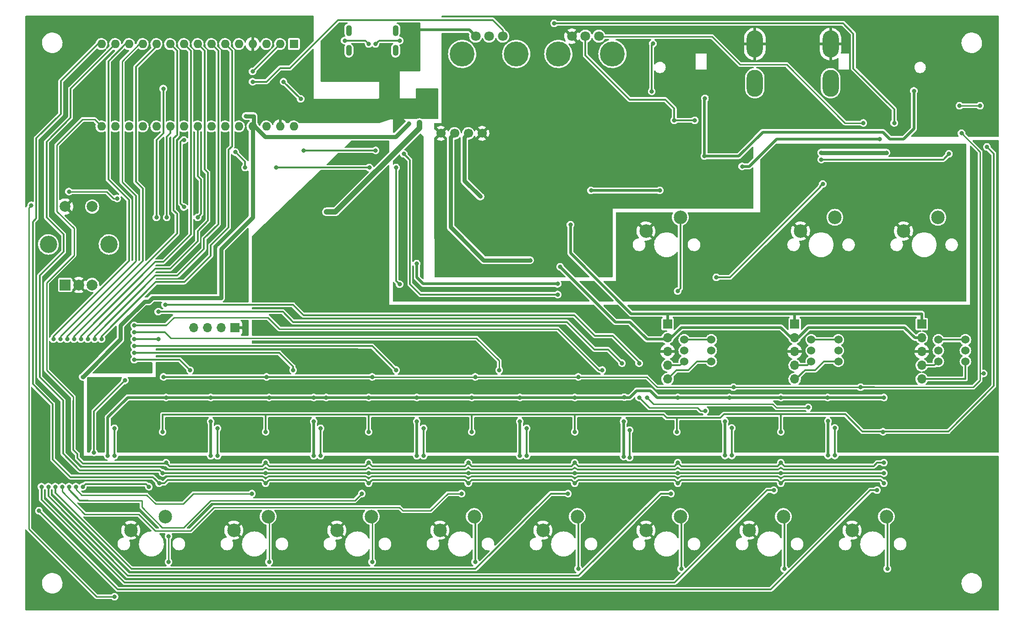
<source format=gbl>
G04 #@! TF.GenerationSoftware,KiCad,Pcbnew,(6.0.1)*
G04 #@! TF.CreationDate,2023-03-29T13:18:54+07:00*
G04 #@! TF.ProjectId,ISD1700 sampler_main board,49534431-3730-4302-9073-616d706c6572,rev?*
G04 #@! TF.SameCoordinates,Original*
G04 #@! TF.FileFunction,Copper,L2,Bot*
G04 #@! TF.FilePolarity,Positive*
%FSLAX46Y46*%
G04 Gerber Fmt 4.6, Leading zero omitted, Abs format (unit mm)*
G04 Created by KiCad (PCBNEW (6.0.1)) date 2023-03-29 13:18:54*
%MOMM*%
%LPD*%
G01*
G04 APERTURE LIST*
G04 #@! TA.AperFunction,ComponentPad*
%ADD10C,2.500000*%
G04 #@! TD*
G04 #@! TA.AperFunction,ComponentPad*
%ADD11C,1.700000*%
G04 #@! TD*
G04 #@! TA.AperFunction,ComponentPad*
%ADD12C,1.524000*%
G04 #@! TD*
G04 #@! TA.AperFunction,ComponentPad*
%ADD13R,1.600000X1.600000*%
G04 #@! TD*
G04 #@! TA.AperFunction,ComponentPad*
%ADD14O,1.600000X1.600000*%
G04 #@! TD*
G04 #@! TA.AperFunction,ComponentPad*
%ADD15R,1.700000X1.700000*%
G04 #@! TD*
G04 #@! TA.AperFunction,ComponentPad*
%ADD16O,1.700000X1.700000*%
G04 #@! TD*
G04 #@! TA.AperFunction,ComponentPad*
%ADD17C,4.600000*%
G04 #@! TD*
G04 #@! TA.AperFunction,ComponentPad*
%ADD18C,1.800000*%
G04 #@! TD*
G04 #@! TA.AperFunction,ComponentPad*
%ADD19R,2.000000X2.000000*%
G04 #@! TD*
G04 #@! TA.AperFunction,ComponentPad*
%ADD20C,2.000000*%
G04 #@! TD*
G04 #@! TA.AperFunction,ComponentPad*
%ADD21C,3.200000*%
G04 #@! TD*
G04 #@! TA.AperFunction,ComponentPad*
%ADD22O,3.000000X5.000000*%
G04 #@! TD*
G04 #@! TA.AperFunction,ComponentPad*
%ADD23O,1.100000X2.000000*%
G04 #@! TD*
G04 #@! TA.AperFunction,ViaPad*
%ADD24C,0.800000*%
G04 #@! TD*
G04 #@! TA.AperFunction,Conductor*
%ADD25C,0.300000*%
G04 #@! TD*
G04 #@! TA.AperFunction,Conductor*
%ADD26C,0.500000*%
G04 #@! TD*
G04 #@! TA.AperFunction,Conductor*
%ADD27C,0.250000*%
G04 #@! TD*
G04 #@! TA.AperFunction,Conductor*
%ADD28C,1.000000*%
G04 #@! TD*
G04 #@! TA.AperFunction,Conductor*
%ADD29C,0.800000*%
G04 #@! TD*
G04 APERTURE END LIST*
D10*
G04 #@! TO.P,SW5,1,1*
G04 #@! TO.N,GNDD*
X118448000Y-129310000D03*
G04 #@! TO.P,SW5,2,2*
G04 #@! TO.N,Net-(R55-Pad1)*
X124798000Y-126770000D03*
G04 #@! TD*
D11*
G04 #@! TO.P,U3,1,GND*
G04 #@! TO.N,GNDA*
X99568000Y-55890000D03*
G04 #@! TO.P,U3,2,Vin*
G04 #@! TO.N,+5VA*
X102108000Y-55890000D03*
G04 #@! TO.P,U3,3,0V*
G04 #@! TO.N,-5VA*
X104648000Y-55890000D03*
G04 #@! TO.P,U3,4,+Vout*
G04 #@! TO.N,GNDA*
X107188000Y-55890000D03*
G04 #@! TD*
D10*
G04 #@! TO.P,SW3,1,1*
G04 #@! TO.N,GNDD*
X80348000Y-129310000D03*
G04 #@! TO.P,SW3,2,2*
G04 #@! TO.N,Net-(R28-Pad1)*
X86698000Y-126770000D03*
G04 #@! TD*
D12*
G04 #@! TO.P,SW14,1,A*
G04 #@! TO.N,Net-(SW14-Pad1)*
X144567000Y-94070000D03*
G04 #@! TO.P,SW14,2,B*
G04 #@! TO.N,Net-(C14-Pad1)*
X144567000Y-96070000D03*
G04 #@! TO.P,SW14,3,C*
G04 #@! TO.N,Net-(J2-Pad4)*
X144567000Y-98070000D03*
G04 #@! TO.P,SW14,4,A*
G04 #@! TO.N,Net-(SW14-Pad1)*
X149567000Y-94070000D03*
G04 #@! TO.P,SW14,5,B*
G04 #@! TO.N,Net-(R13-Pad2)*
X149567000Y-96070000D03*
G04 #@! TO.P,SW14,6,C*
G04 #@! TO.N,Net-(J2-Pad5)*
X149567000Y-98070000D03*
G04 #@! TD*
D10*
G04 #@! TO.P,SW8,1,1*
G04 #@! TO.N,GNDD*
X175598000Y-129310000D03*
G04 #@! TO.P,SW8,2,2*
G04 #@! TO.N,Net-(R22-Pad1)*
X181948000Y-126770000D03*
G04 #@! TD*
G04 #@! TO.P,SW1,1,1*
G04 #@! TO.N,GNDD*
X42248000Y-129310000D03*
G04 #@! TO.P,SW1,2,2*
G04 #@! TO.N,Net-(R26-Pad1)*
X48598000Y-126770000D03*
G04 #@! TD*
G04 #@! TO.P,SW4,1,1*
G04 #@! TO.N,GNDD*
X99398000Y-129310000D03*
G04 #@! TO.P,SW4,2,2*
G04 #@! TO.N,Net-(R29-Pad1)*
X105748000Y-126770000D03*
G04 #@! TD*
D12*
G04 #@! TO.P,SW13,1,A*
G04 #@! TO.N,Net-(SW13-Pad1)*
X168062000Y-94070000D03*
G04 #@! TO.P,SW13,2,B*
G04 #@! TO.N,Net-(C9-Pad1)*
X168062000Y-96070000D03*
G04 #@! TO.P,SW13,3,C*
G04 #@! TO.N,Net-(J6-Pad4)*
X168062000Y-98070000D03*
G04 #@! TO.P,SW13,4,A*
G04 #@! TO.N,Net-(SW13-Pad1)*
X173062000Y-94070000D03*
G04 #@! TO.P,SW13,5,B*
G04 #@! TO.N,Net-(R12-Pad2)*
X173062000Y-96070000D03*
G04 #@! TO.P,SW13,6,C*
G04 #@! TO.N,Net-(J6-Pad5)*
X173062000Y-98070000D03*
G04 #@! TD*
D13*
G04 #@! TO.P,U4,1,D1/TX*
G04 #@! TO.N,unconnected-(U4-Pad1)*
X72390000Y-39355000D03*
D14*
G04 #@! TO.P,U4,2,D0/RX*
G04 #@! TO.N,Net-(U15-Pad11)*
X69850000Y-39355000D03*
G04 #@! TO.P,U4,3,~{RESET}*
G04 #@! TO.N,unconnected-(U4-Pad3)*
X67310000Y-39355000D03*
G04 #@! TO.P,U4,4,GND*
G04 #@! TO.N,GNDD*
X64770000Y-39355000D03*
G04 #@! TO.P,U4,5,D2*
G04 #@! TO.N,Net-(R75-Pad1)*
X62230000Y-39355000D03*
G04 #@! TO.P,U4,6,~D3*
G04 #@! TO.N,/SPI_SS_1*
X59690000Y-39355000D03*
G04 #@! TO.P,U4,7,D4*
G04 #@! TO.N,/SPI_SS_2*
X57150000Y-39355000D03*
G04 #@! TO.P,U4,8,~D5*
G04 #@! TO.N,/SPI_SS_3*
X54610000Y-39355000D03*
G04 #@! TO.P,U4,9,~D6*
G04 #@! TO.N,/SPI_SS_4*
X52070000Y-39355000D03*
G04 #@! TO.P,U4,10,D7*
G04 #@! TO.N,/SPI_SS_5*
X49530000Y-39355000D03*
G04 #@! TO.P,U4,11,D8*
G04 #@! TO.N,/SPI_SS_6*
X46990000Y-39355000D03*
G04 #@! TO.P,U4,12,~D9*
G04 #@! TO.N,/SPI_SS_7*
X44450000Y-39355000D03*
G04 #@! TO.P,U4,13,~D10*
G04 #@! TO.N,/SPI_SS_8*
X41910000Y-39355000D03*
G04 #@! TO.P,U4,14,~D11*
G04 #@! TO.N,/SPI_MOSI*
X39370000Y-39355000D03*
G04 #@! TO.P,U4,15,D12*
G04 #@! TO.N,/SPI_MISO*
X36830000Y-39355000D03*
G04 #@! TO.P,U4,16,D13*
G04 #@! TO.N,/SPI_SCLK*
X36830000Y-54595000D03*
G04 #@! TO.P,U4,17,3V3*
G04 #@! TO.N,+3V3*
X39370000Y-54595000D03*
G04 #@! TO.P,U4,18,AREF*
G04 #@! TO.N,Net-(R59-Pad2)*
X41910000Y-54595000D03*
G04 #@! TO.P,U4,19,A0/D14*
G04 #@! TO.N,Net-(SW15-PadA)*
X44450000Y-54595000D03*
G04 #@! TO.P,U4,20,A1/D15*
G04 #@! TO.N,Net-(SW15-PadB)*
X46990000Y-54595000D03*
G04 #@! TO.P,U4,21,A2/D16*
G04 #@! TO.N,Net-(U15-Pad10)*
X49530000Y-54595000D03*
G04 #@! TO.P,U4,22,A3/D17*
G04 #@! TO.N,Net-(RV2-Pad1)*
X52070000Y-54595000D03*
G04 #@! TO.P,U4,23,A4/D18*
G04 #@! TO.N,Net-(J8-Pad3)*
X54610000Y-54595000D03*
G04 #@! TO.P,U4,24,A5/D19*
G04 #@! TO.N,Net-(J8-Pad4)*
X57150000Y-54595000D03*
G04 #@! TO.P,U4,25,A6/D20*
G04 #@! TO.N,unconnected-(U4-Pad25)*
X59690000Y-54595000D03*
G04 #@! TO.P,U4,26,A7/D21*
G04 #@! TO.N,Net-(C30-Pad1)*
X62230000Y-54595000D03*
G04 #@! TO.P,U4,27,+5V*
G04 #@! TO.N,+5VD*
X64770000Y-54595000D03*
G04 #@! TO.P,U4,28,~{RESET}*
G04 #@! TO.N,unconnected-(U4-Pad28)*
X67310000Y-54595000D03*
G04 #@! TO.P,U4,29,GND*
G04 #@! TO.N,GNDD*
X69850000Y-54595000D03*
G04 #@! TO.P,U4,30,VIN*
G04 #@! TO.N,unconnected-(U4-Pad30)*
X72390000Y-54595000D03*
G04 #@! TD*
D15*
G04 #@! TO.P,J2,1,Pin_1*
G04 #@! TO.N,-3V3*
X141487500Y-91170000D03*
D16*
G04 #@! TO.P,J2,2,Pin_2*
G04 #@! TO.N,+3V0*
X141487500Y-93710000D03*
G04 #@! TO.P,J2,3,Pin_3*
G04 #@! TO.N,GNDA*
X141487500Y-96250000D03*
G04 #@! TO.P,J2,4,Pin_4*
G04 #@! TO.N,Net-(J2-Pad4)*
X141487500Y-98790000D03*
G04 #@! TO.P,J2,5,Pin_5*
G04 #@! TO.N,Net-(J2-Pad5)*
X141487500Y-101330000D03*
G04 #@! TD*
D15*
G04 #@! TO.P,J8,1,Pin_1*
G04 #@! TO.N,GNDD*
X61468000Y-91860000D03*
D16*
G04 #@! TO.P,J8,2,Pin_2*
G04 #@! TO.N,+5VD*
X58928000Y-91860000D03*
G04 #@! TO.P,J8,3,Pin_3*
G04 #@! TO.N,Net-(J8-Pad3)*
X56388000Y-91860000D03*
G04 #@! TO.P,J8,4,Pin_4*
G04 #@! TO.N,Net-(J8-Pad4)*
X53848000Y-91860000D03*
G04 #@! TD*
D17*
G04 #@! TO.P,RV1,*
G04 #@! TO.N,*
X121293000Y-41200000D03*
X131293000Y-41200000D03*
D18*
G04 #@! TO.P,RV1,1,1*
G04 #@! TO.N,/mix_out*
X128793000Y-37900000D03*
G04 #@! TO.P,RV1,2,2*
G04 #@! TO.N,Net-(RV1-Pad2)*
X126293000Y-37900000D03*
G04 #@! TO.P,RV1,3,3*
G04 #@! TO.N,GNDA*
X123793000Y-37900000D03*
G04 #@! TD*
D19*
G04 #@! TO.P,SW15,A,A*
G04 #@! TO.N,Net-(SW15-PadA)*
X30119000Y-83929000D03*
D20*
G04 #@! TO.P,SW15,B,B*
G04 #@! TO.N,Net-(SW15-PadB)*
X35119000Y-83929000D03*
G04 #@! TO.P,SW15,C,C*
G04 #@! TO.N,GNDD*
X32619000Y-83929000D03*
D21*
G04 #@! TO.P,SW15,MP*
G04 #@! TO.N,N/C*
X38219000Y-76429000D03*
X27019000Y-76429000D03*
D20*
G04 #@! TO.P,SW15,S1,S1*
G04 #@! TO.N,Net-(R58-Pad1)*
X35119000Y-69429000D03*
G04 #@! TO.P,SW15,S2,S2*
G04 #@! TO.N,GNDD*
X30119000Y-69429000D03*
G04 #@! TD*
D10*
G04 #@! TO.P,SW7,1,1*
G04 #@! TO.N,GNDD*
X156548000Y-129310000D03*
G04 #@! TO.P,SW7,2,2*
G04 #@! TO.N,Net-(R57-Pad1)*
X162898000Y-126770000D03*
G04 #@! TD*
G04 #@! TO.P,SW9,1,1*
G04 #@! TO.N,GNDD*
X137498000Y-73955000D03*
G04 #@! TO.P,SW9,2,2*
G04 #@! TO.N,Net-(R24-Pad1)*
X143848000Y-71415000D03*
G04 #@! TD*
D15*
G04 #@! TO.P,J1,1,Pin_1*
G04 #@! TO.N,-3V3*
X188477500Y-91170000D03*
D16*
G04 #@! TO.P,J1,2,Pin_2*
G04 #@! TO.N,+3V0*
X188477500Y-93710000D03*
G04 #@! TO.P,J1,3,Pin_3*
G04 #@! TO.N,GNDA*
X188477500Y-96250000D03*
G04 #@! TO.P,J1,4,Pin_4*
G04 #@! TO.N,Net-(J1-Pad4)*
X188477500Y-98790000D03*
G04 #@! TO.P,J1,5,Pin_5*
G04 #@! TO.N,Net-(J1-Pad5)*
X188477500Y-101330000D03*
G04 #@! TD*
D10*
G04 #@! TO.P,SW10,1,1*
G04 #@! TO.N,GNDD*
X166073000Y-73955000D03*
G04 #@! TO.P,SW10,2,2*
G04 #@! TO.N,Net-(R25-Pad1)*
X172423000Y-71415000D03*
G04 #@! TD*
D22*
G04 #@! TO.P,J5,1,In1*
G04 #@! TO.N,/mix_out*
X171625000Y-46615000D03*
G04 #@! TO.P,J5,2,Ext1*
G04 #@! TO.N,GNDA*
X171625000Y-39365000D03*
G04 #@! TO.P,J5,3,In2*
G04 #@! TO.N,/mix_out*
X157625000Y-46615000D03*
G04 #@! TO.P,J5,4,Ext2*
G04 #@! TO.N,GNDA*
X157625000Y-39365000D03*
G04 #@! TD*
D17*
G04 #@! TO.P,RV2,*
G04 #@! TO.N,*
X113513000Y-41200000D03*
X103513000Y-41200000D03*
D18*
G04 #@! TO.P,RV2,1,1*
G04 #@! TO.N,Net-(RV2-Pad1)*
X111013000Y-37900000D03*
G04 #@! TO.P,RV2,2,2*
G04 #@! TO.N,/Beep*
X108513000Y-37900000D03*
G04 #@! TO.P,RV2,3,3*
G04 #@! TO.N,GNDD*
X106013000Y-37900000D03*
G04 #@! TD*
D23*
G04 #@! TO.P,J3,*
G04 #@! TO.N,*
X82568000Y-36860000D03*
X82568000Y-40560000D03*
X91208000Y-40560000D03*
X91208000Y-36860000D03*
G04 #@! TD*
D15*
G04 #@! TO.P,J6,1,Pin_1*
G04 #@! TO.N,-3V3*
X164982500Y-91170000D03*
D16*
G04 #@! TO.P,J6,2,Pin_2*
G04 #@! TO.N,+3V0*
X164982500Y-93710000D03*
G04 #@! TO.P,J6,3,Pin_3*
G04 #@! TO.N,GNDA*
X164982500Y-96250000D03*
G04 #@! TO.P,J6,4,Pin_4*
G04 #@! TO.N,Net-(J6-Pad4)*
X164982500Y-98790000D03*
G04 #@! TO.P,J6,5,Pin_5*
G04 #@! TO.N,Net-(J6-Pad5)*
X164982500Y-101330000D03*
G04 #@! TD*
D10*
G04 #@! TO.P,SW6,1,1*
G04 #@! TO.N,GNDD*
X137498000Y-129310000D03*
G04 #@! TO.P,SW6,2,2*
G04 #@! TO.N,Net-(R56-Pad1)*
X143848000Y-126770000D03*
G04 #@! TD*
G04 #@! TO.P,SW11,1,1*
G04 #@! TO.N,GNDD*
X185123000Y-73955000D03*
G04 #@! TO.P,SW11,2,2*
G04 #@! TO.N,Net-(R23-Pad1)*
X191473000Y-71415000D03*
G04 #@! TD*
D12*
G04 #@! TO.P,SW12,1,A*
G04 #@! TO.N,Net-(SW12-Pad1)*
X191557000Y-94070000D03*
G04 #@! TO.P,SW12,2,B*
G04 #@! TO.N,Net-(C1-Pad1)*
X191557000Y-96070000D03*
G04 #@! TO.P,SW12,3,C*
G04 #@! TO.N,Net-(J1-Pad4)*
X191557000Y-98070000D03*
G04 #@! TO.P,SW12,4,A*
G04 #@! TO.N,Net-(SW12-Pad1)*
X196557000Y-94070000D03*
G04 #@! TO.P,SW12,5,B*
G04 #@! TO.N,Net-(R11-Pad1)*
X196557000Y-96070000D03*
G04 #@! TO.P,SW12,6,C*
G04 #@! TO.N,Net-(J1-Pad5)*
X196557000Y-98070000D03*
G04 #@! TD*
D10*
G04 #@! TO.P,SW2,1,1*
G04 #@! TO.N,GNDD*
X61298000Y-129310000D03*
G04 #@! TO.P,SW2,2,2*
G04 #@! TO.N,Net-(R27-Pad1)*
X67648000Y-126770000D03*
G04 #@! TD*
D24*
G04 #@! TO.N,Net-(U15-Pad11)*
X64770000Y-44435000D03*
X46990000Y-71420000D03*
X48260000Y-47610000D03*
G04 #@! TO.N,GNDD*
X89873000Y-50080000D03*
X39370000Y-58720000D03*
X57150000Y-47290000D03*
X93980000Y-142860000D03*
X41910000Y-58720000D03*
X24638000Y-104125000D03*
X52070000Y-46020000D03*
X143510000Y-123175000D03*
X93683000Y-36745000D03*
X55118000Y-84440000D03*
X166878000Y-121270000D03*
X105410000Y-122540000D03*
X57658000Y-84440000D03*
X200660000Y-132700000D03*
X119253000Y-121270000D03*
X134493000Y-122540000D03*
X54610000Y-46020000D03*
X181610000Y-123175000D03*
X95588000Y-49445000D03*
X81153000Y-121270000D03*
X200660000Y-117460000D03*
X45720000Y-65390000D03*
X153543000Y-122540000D03*
X52304000Y-66904000D03*
X100203000Y-121270000D03*
X89873000Y-52620000D03*
X94488000Y-42530000D03*
X74295000Y-35545000D03*
X43307000Y-121778000D03*
X92583000Y-80630000D03*
X31369000Y-115428000D03*
X79248000Y-42530000D03*
X170053000Y-116190000D03*
X128778000Y-121270000D03*
X88603000Y-52620000D03*
X170815000Y-142860000D03*
X55753000Y-116190000D03*
X119888000Y-116190000D03*
X36703000Y-115936000D03*
X58293000Y-121270000D03*
X96393000Y-122540000D03*
X189230000Y-132065000D03*
X172593000Y-122540000D03*
X138303000Y-121270000D03*
X43307000Y-115936000D03*
X25400000Y-46340000D03*
X50800000Y-75865000D03*
X157353000Y-116190000D03*
X92583000Y-66660000D03*
X35433000Y-127620000D03*
X59690000Y-47290000D03*
X151003000Y-116190000D03*
X93853000Y-116190000D03*
X39370000Y-46975000D03*
X37338000Y-99045000D03*
X128333000Y-84720000D03*
X71628000Y-121270000D03*
X30988000Y-133970000D03*
X54610000Y-142860000D03*
X32893000Y-141590000D03*
X35560000Y-48880000D03*
X176403000Y-121270000D03*
X64643000Y-116190000D03*
X112903000Y-116190000D03*
X83058000Y-45070000D03*
X133350000Y-71740000D03*
X131953000Y-116190000D03*
X95588000Y-48175000D03*
X24638000Y-133970000D03*
X95588000Y-50715000D03*
X52578000Y-84440000D03*
X96858000Y-48175000D03*
X90678000Y-121270000D03*
X74803000Y-116190000D03*
X48133000Y-84440000D03*
X81153000Y-45070000D03*
X32385000Y-44435000D03*
X62103000Y-121270000D03*
X35433000Y-125080000D03*
X26035000Y-73325000D03*
X41910000Y-46975000D03*
X96858000Y-50715000D03*
X79248000Y-45070000D03*
X95885000Y-59675000D03*
X24130000Y-141590000D03*
X24638000Y-118095000D03*
X147828000Y-121270000D03*
X31623000Y-102220000D03*
X124460000Y-122540000D03*
X162560000Y-123175000D03*
X61468000Y-84440000D03*
X109728000Y-121270000D03*
X189230000Y-117460000D03*
X57023000Y-61580000D03*
X31750000Y-118410000D03*
X96858000Y-49445000D03*
X79375000Y-38085000D03*
X29845000Y-88250000D03*
X37465000Y-71740000D03*
X39243000Y-121778000D03*
X53213000Y-121270000D03*
X139700000Y-81265000D03*
X28448000Y-71740000D03*
X45593000Y-115936000D03*
X83693000Y-116190000D03*
X54209000Y-66904000D03*
X47498000Y-122540000D03*
X115443000Y-122540000D03*
X179705000Y-81265000D03*
X53340000Y-75865000D03*
X89873000Y-51350000D03*
X88603000Y-50080000D03*
X52705000Y-81580000D03*
X84963000Y-45070000D03*
X157353000Y-121270000D03*
X34925000Y-35545000D03*
X45720000Y-46975000D03*
X88603000Y-51350000D03*
X157480000Y-81265000D03*
G04 #@! TO.N,/SPI_MISO*
X181483000Y-120635000D03*
X162433000Y-120635000D03*
X47498000Y-120635000D03*
X86233000Y-120635000D03*
X143383000Y-120635000D03*
X124333000Y-120635000D03*
X104648000Y-120635000D03*
X67183000Y-120635000D03*
G04 #@! TO.N,/SPI_MOSI*
X86233000Y-118730000D03*
X48133000Y-118730000D03*
X143383000Y-118730000D03*
X67183000Y-118730000D03*
X124333000Y-118730000D03*
X104648000Y-118730000D03*
X181483000Y-118730000D03*
X162433000Y-118730000D03*
G04 #@! TO.N,/SPI_SCLK*
X181483000Y-116825000D03*
X162433000Y-116825000D03*
X67183000Y-116825000D03*
X124333000Y-116825000D03*
X143383000Y-116825000D03*
X48768000Y-116825000D03*
X86233000Y-116825000D03*
X104648000Y-116825000D03*
G04 #@! TO.N,/SPI_SS_8*
X27940000Y-93965000D03*
X25273000Y-125715000D03*
X180213000Y-121905000D03*
G04 #@! TO.N,/Analog_In*
X67183000Y-111110000D03*
X105283000Y-111110000D03*
X124333000Y-111110000D03*
X200533000Y-58405000D03*
X48133000Y-111110000D03*
X86233000Y-111110000D03*
X162433000Y-111110000D03*
X143213000Y-111110000D03*
X181313000Y-111110000D03*
G04 #@! TO.N,/SPI_SS_5*
X123063000Y-122540000D03*
X31750000Y-93965000D03*
X28278000Y-121270000D03*
G04 #@! TO.N,/SPI_SS_1*
X33358000Y-121270000D03*
X36830000Y-93965000D03*
X45593000Y-121270000D03*
G04 #@! TO.N,/SPI_SS_4*
X103378000Y-122540000D03*
X33020000Y-93965000D03*
X29548000Y-121270000D03*
G04 #@! TO.N,/SPI_SS_7*
X161163000Y-121920000D03*
X25738000Y-121270000D03*
X29210000Y-93965000D03*
G04 #@! TO.N,/SPI_SS_3*
X34290000Y-93965000D03*
X84963000Y-122540000D03*
X30818000Y-121270000D03*
G04 #@! TO.N,/SPI_SS_6*
X142113000Y-122540000D03*
X27008000Y-121270000D03*
X30480000Y-93965000D03*
G04 #@! TO.N,Net-(J8-Pad3)*
X54610000Y-71420000D03*
G04 #@! TO.N,Net-(J8-Pad4)*
X52070000Y-57135000D03*
X52070000Y-69515000D03*
G04 #@! TO.N,/SPI_SS_2*
X35560000Y-93965000D03*
X32088000Y-121270000D03*
X64643000Y-122540000D03*
G04 #@! TO.N,Net-(R29-Pad1)*
X105918000Y-135170000D03*
G04 #@! TO.N,Net-(R24-Pad1)*
X143354000Y-85075000D03*
G04 #@! TO.N,Net-(R28-Pad1)*
X86868000Y-135170000D03*
G04 #@! TO.N,Net-(R1-Pad1)*
X199263000Y-50785000D03*
X195453000Y-50785000D03*
G04 #@! TO.N,/mix_out*
X177673000Y-53960000D03*
G04 #@! TO.N,Net-(R26-Pad1)*
X49233000Y-135170000D03*
X49233000Y-130428000D03*
G04 #@! TO.N,Net-(U15-Pad10)*
X48895000Y-71420000D03*
G04 #@! TO.N,Net-(R27-Pad1)*
X67818000Y-135170000D03*
G04 #@! TO.N,Net-(J9-PadR1)*
X138557000Y-48118000D03*
X138768000Y-39285000D03*
G04 #@! TO.N,Net-(RV2-Pad1)*
X64770000Y-46340000D03*
G04 #@! TO.N,Net-(C30-Pad1)*
X30818000Y-66660000D03*
X39258000Y-141605000D03*
X39708000Y-67930000D03*
X86360000Y-62215000D03*
X23833000Y-69200000D03*
X69088000Y-62215000D03*
X91948000Y-83805000D03*
X63373000Y-62215000D03*
X61595000Y-59355000D03*
X91313000Y-62215000D03*
G04 #@! TO.N,Net-(RV1-Pad2)*
X146531000Y-53466000D03*
X142721000Y-53466000D03*
G04 #@! TO.N,Net-(J3-Pad3)*
X81788000Y-38720000D03*
X86233000Y-39355000D03*
G04 #@! TO.N,Net-(J3-Pad4)*
X87503000Y-39355000D03*
X91948000Y-38720000D03*
G04 #@! TO.N,Net-(R57-Pad1)*
X163068000Y-136440000D03*
G04 #@! TO.N,Net-(R56-Pad1)*
X144018000Y-136440000D03*
G04 #@! TO.N,Net-(R55-Pad1)*
X124968000Y-136440000D03*
G04 #@! TO.N,GNDA*
X181610000Y-97775000D03*
X68453000Y-92695000D03*
X100965000Y-45070000D03*
X114808000Y-102220000D03*
X99695000Y-60310000D03*
X124333000Y-97140000D03*
X35433000Y-102220000D03*
X87630000Y-85710000D03*
X64643000Y-113015000D03*
X158115000Y-97775000D03*
X100965000Y-38085000D03*
X200025000Y-111745000D03*
X36703000Y-108570000D03*
X173228000Y-90790000D03*
X102743000Y-113015000D03*
X149733000Y-90790000D03*
X130175000Y-76185000D03*
X114808000Y-97140000D03*
X191643000Y-100315000D03*
X197993000Y-78090000D03*
X95123000Y-97140000D03*
X55753000Y-98410000D03*
X86233000Y-97140000D03*
X197993000Y-60945000D03*
X178943000Y-113015000D03*
X74803000Y-97140000D03*
X200533000Y-60945000D03*
X83693000Y-113015000D03*
X86995000Y-60945000D03*
X183388000Y-55865000D03*
X88265000Y-67295000D03*
X132588000Y-89520000D03*
X74930000Y-67295000D03*
X66675000Y-75550000D03*
X121793000Y-113015000D03*
X200533000Y-78090000D03*
X189865000Y-107300000D03*
X105918000Y-97140000D03*
X68453000Y-98410000D03*
X117475000Y-39990000D03*
X150368000Y-107300000D03*
X130175000Y-53325000D03*
X100965000Y-80630000D03*
X107315000Y-60310000D03*
X116840000Y-53325000D03*
X159893000Y-113015000D03*
X45593000Y-113015000D03*
X200660000Y-93965000D03*
X51308000Y-102220000D03*
X80518000Y-60945000D03*
X70358000Y-90790000D03*
X128270000Y-90155000D03*
X72263000Y-89520000D03*
X140843000Y-113015000D03*
G04 #@! TO.N,+5VA*
X114173000Y-115555000D03*
X57023000Y-109205000D03*
X133477000Y-104690000D03*
X95123000Y-104760000D03*
X95123000Y-115555000D03*
X162433000Y-104760000D03*
X95588000Y-53890000D03*
X152103000Y-109205000D03*
X133363000Y-115682000D03*
X48768000Y-104760000D03*
X57023000Y-104760000D03*
X133363000Y-109192000D03*
X76073000Y-104760000D03*
X116078000Y-79360000D03*
X152103000Y-115485000D03*
X171153000Y-115485000D03*
X171083000Y-104760000D03*
X95123000Y-109205000D03*
X105283000Y-104760000D03*
X171153000Y-109135000D03*
X76073000Y-109205000D03*
X143383000Y-104760000D03*
X124333000Y-104760000D03*
X114173000Y-109205000D03*
X114173000Y-104760000D03*
X76073000Y-115555000D03*
X152908000Y-104760000D03*
X78443000Y-70400000D03*
X37973000Y-115555000D03*
X67818000Y-104760000D03*
X57023000Y-115555000D03*
X181483000Y-104760000D03*
X86233000Y-104760000D03*
X78373000Y-104760000D03*
G04 #@! TO.N,-5VA*
X106913500Y-67569500D03*
G04 #@! TO.N,Net-(R12-Pad1)*
X183388000Y-53960000D03*
X67325000Y-100950000D03*
X124968000Y-100950000D03*
X86868000Y-100950000D03*
X153670000Y-102855000D03*
X105918000Y-100950000D03*
X195836000Y-55865000D03*
X199898000Y-100315000D03*
X48294000Y-100950000D03*
X120523000Y-35545000D03*
X177165000Y-102855000D03*
G04 #@! TO.N,Net-(R74-Pad2)*
X39243000Y-110475000D03*
X39243000Y-115555000D03*
G04 #@! TO.N,Net-(D9-Pad4)*
X170180000Y-65263000D03*
X70485000Y-46340000D03*
X121158000Y-85710000D03*
X73660000Y-49515000D03*
X87503000Y-59040000D03*
X150495000Y-82535000D03*
X74168000Y-59040000D03*
X92710000Y-59675000D03*
G04 #@! TO.N,+3V0*
X121623000Y-80560000D03*
X155278000Y-62000000D03*
X180678000Y-56920000D03*
G04 #@! TO.N,+5VD*
X121158000Y-83735000D03*
X58928000Y-86345000D03*
X95123000Y-79995000D03*
X181948000Y-59460000D03*
X169883000Y-59460000D03*
X33358000Y-100950000D03*
X93683000Y-54040000D03*
X63500000Y-52690000D03*
X45593000Y-86980000D03*
G04 #@! TO.N,-3V3*
X123528000Y-72795000D03*
X148293000Y-60095000D03*
X148403000Y-49410000D03*
X127338000Y-66445000D03*
X187028000Y-48030000D03*
X140038000Y-66445000D03*
G04 #@! TO.N,Net-(R54-Pad2)*
X172423000Y-115485000D03*
X172423000Y-110405000D03*
G04 #@! TO.N,Net-(R66-Pad2)*
X115443000Y-115555000D03*
X115443000Y-110475000D03*
G04 #@! TO.N,Net-(R68-Pad2)*
X96393000Y-110475000D03*
X96393000Y-115555000D03*
G04 #@! TO.N,Net-(R70-Pad2)*
X77343000Y-110475000D03*
X77343000Y-115555000D03*
G04 #@! TO.N,Net-(R72-Pad2)*
X58293000Y-110475000D03*
X58293000Y-115555000D03*
G04 #@! TO.N,/AnalogSW_4*
X42883000Y-95235000D03*
X91313000Y-99680000D03*
G04 #@! TO.N,/AnalogSW_5*
X110363000Y-99680000D03*
X42883000Y-92695000D03*
G04 #@! TO.N,/AnalogSW_6*
X42883000Y-91425000D03*
X129413000Y-99680000D03*
G04 #@! TO.N,/AnalogSW_8*
X137668000Y-104760000D03*
X136228000Y-98410000D03*
X48598000Y-87615000D03*
X167513000Y-106595000D03*
G04 #@! TO.N,/AnalogSW_7*
X47328000Y-88885000D03*
X133053000Y-98410000D03*
X42883000Y-93965000D03*
X47328000Y-93965000D03*
X148463000Y-107230000D03*
X136228000Y-104760000D03*
G04 #@! TO.N,/AnalogSW_1*
X35433000Y-114920000D03*
X41155500Y-101592500D03*
G04 #@! TO.N,/AnalogSW_3*
X42883000Y-96505000D03*
X72263000Y-99680000D03*
G04 #@! TO.N,/AnalogSW_2*
X53213000Y-99695000D03*
X42883000Y-97775000D03*
G04 #@! TO.N,Net-(D10-Pad4)*
X193519000Y-59675000D03*
X169883000Y-60730000D03*
G04 #@! TO.N,Net-(R62-Pad2)*
X153373000Y-115485000D03*
X153373000Y-110405000D03*
G04 #@! TO.N,Net-(R64-Pad2)*
X134450000Y-115866000D03*
X134450000Y-110786000D03*
G04 #@! TO.N,Net-(R22-Pad1)*
X182118000Y-136440000D03*
G04 #@! TD*
D25*
G04 #@! TO.N,Net-(U15-Pad11)*
X46990000Y-71420000D02*
X46990000Y-57135000D01*
X48260000Y-55865000D02*
X48260000Y-47610000D01*
X46990000Y-57135000D02*
X48260000Y-55865000D01*
X64770000Y-44435000D02*
X69850000Y-39355000D01*
D26*
G04 #@! TO.N,GNDD*
X106013000Y-37900000D02*
X104858000Y-36745000D01*
X104858000Y-36745000D02*
X93683000Y-36745000D01*
D25*
G04 #@! TO.N,/SPI_MISO*
X29310000Y-52270000D02*
X29310000Y-46240000D01*
X142748000Y-120000000D02*
X143383000Y-120635000D01*
X180848000Y-120000000D02*
X181483000Y-120635000D01*
X144018000Y-120000000D02*
X161798000Y-120000000D01*
X104013000Y-120000000D02*
X104648000Y-120635000D01*
X47498000Y-120635000D02*
X46355000Y-119492000D01*
X124968000Y-120000000D02*
X142748000Y-120000000D01*
X163068000Y-120000000D02*
X180848000Y-120000000D01*
X24130000Y-102291000D02*
X24130000Y-72248000D01*
X105283000Y-120000000D02*
X123698000Y-120000000D01*
X86868000Y-120000000D02*
X104013000Y-120000000D01*
X24130000Y-72248000D02*
X24765000Y-71613000D01*
X85598000Y-120000000D02*
X86233000Y-120635000D01*
X86233000Y-120635000D02*
X86868000Y-120000000D01*
X162433000Y-120635000D02*
X163068000Y-120000000D01*
X46355000Y-119492000D02*
X31115000Y-119492000D01*
X48450500Y-120635000D02*
X49085500Y-120000000D01*
X27813000Y-105974000D02*
X24130000Y-102291000D01*
X31115000Y-119492000D02*
X27813000Y-116190000D01*
X24765000Y-56815000D02*
X29310000Y-52270000D01*
X67818000Y-120000000D02*
X85598000Y-120000000D01*
X24765000Y-71613000D02*
X24765000Y-56815000D01*
X66548000Y-120000000D02*
X67183000Y-120635000D01*
X29310000Y-46240000D02*
X36195000Y-39355000D01*
X161798000Y-120000000D02*
X162433000Y-120635000D01*
X49085500Y-120000000D02*
X66548000Y-120000000D01*
X124333000Y-120635000D02*
X124968000Y-120000000D01*
X27813000Y-116190000D02*
X27813000Y-105974000D01*
X36195000Y-39355000D02*
X36830000Y-39355000D01*
X47498000Y-120635000D02*
X48450500Y-120635000D01*
X143383000Y-120635000D02*
X144018000Y-120000000D01*
X104648000Y-120635000D02*
X105283000Y-120000000D01*
X67183000Y-120635000D02*
X67818000Y-120000000D01*
X123698000Y-120000000D02*
X124333000Y-120635000D01*
G04 #@! TO.N,/SPI_MOSI*
X48133000Y-118730000D02*
X47625000Y-118222000D01*
X26670000Y-71420000D02*
X26670000Y-57450000D01*
X25400000Y-82215000D02*
X29845000Y-77770000D01*
X48133000Y-118730000D02*
X67183000Y-118730000D01*
X29718000Y-105283000D02*
X25400000Y-100965000D01*
X29845000Y-74595000D02*
X26670000Y-71420000D01*
X29718000Y-115108000D02*
X29718000Y-105283000D01*
X25400000Y-100965000D02*
X25400000Y-82215000D01*
X162433000Y-118730000D02*
X181483000Y-118730000D01*
X31115000Y-47610000D02*
X39370000Y-39355000D01*
X31115000Y-53005000D02*
X31115000Y-47610000D01*
X32832000Y-118222000D02*
X29718000Y-115108000D01*
X143383000Y-118730000D02*
X162433000Y-118730000D01*
X124333000Y-118730000D02*
X143383000Y-118730000D01*
X67183000Y-118730000D02*
X86233000Y-118730000D01*
X86233000Y-118730000D02*
X104648000Y-118730000D01*
X26670000Y-57450000D02*
X31115000Y-53005000D01*
X47625000Y-118222000D02*
X32832000Y-118222000D01*
X104648000Y-118730000D02*
X124333000Y-118730000D01*
X29845000Y-77770000D02*
X29845000Y-74595000D01*
G04 #@! TO.N,/SPI_SCLK*
X67183000Y-116825000D02*
X67818000Y-117460000D01*
X67818000Y-117460000D02*
X85598000Y-117460000D01*
D27*
X26670000Y-83506500D02*
X31750000Y-78426500D01*
X31623000Y-104648000D02*
X26670000Y-99695000D01*
D25*
X163068000Y-117460000D02*
X179578000Y-117460000D01*
X105283000Y-117460000D02*
X123698000Y-117460000D01*
X86868000Y-117460000D02*
X86233000Y-116825000D01*
X104013000Y-117460000D02*
X86868000Y-117460000D01*
X85598000Y-117460000D02*
X86233000Y-116825000D01*
X142748000Y-117460000D02*
X143383000Y-116825000D01*
X33401000Y-116952000D02*
X32385000Y-115936000D01*
D27*
X31750000Y-78426500D02*
X31750000Y-73492500D01*
X31623000Y-105395000D02*
X31623000Y-104648000D01*
D25*
X31623000Y-114473000D02*
X31623000Y-105395000D01*
X66548000Y-117460000D02*
X67183000Y-116825000D01*
X162433000Y-116825000D02*
X161798000Y-117460000D01*
X48641000Y-116952000D02*
X33401000Y-116952000D01*
X180213000Y-116825000D02*
X181483000Y-116825000D01*
X32385000Y-115936000D02*
X32385000Y-115235000D01*
X32385000Y-115235000D02*
X31623000Y-114473000D01*
D27*
X33335000Y-53325000D02*
X35560000Y-53325000D01*
D25*
X161798000Y-117460000D02*
X144018000Y-117460000D01*
X104648000Y-116825000D02*
X104013000Y-117460000D01*
X104648000Y-116825000D02*
X105283000Y-117460000D01*
X48768000Y-116825000D02*
X48641000Y-116952000D01*
D27*
X26670000Y-99695000D02*
X26670000Y-83506500D01*
D25*
X48768000Y-116825000D02*
X49403000Y-117460000D01*
D27*
X35560000Y-53325000D02*
X36830000Y-54595000D01*
D25*
X124333000Y-116825000D02*
X124968000Y-117460000D01*
D27*
X31750000Y-73492500D02*
X28575000Y-70317500D01*
D25*
X179578000Y-117460000D02*
X180213000Y-116825000D01*
D27*
X28575000Y-70317500D02*
X28575000Y-58085000D01*
D25*
X144018000Y-117460000D02*
X143383000Y-116825000D01*
X124968000Y-117460000D02*
X142748000Y-117460000D01*
X49403000Y-117460000D02*
X66548000Y-117460000D01*
X162433000Y-116825000D02*
X163068000Y-117460000D01*
X123698000Y-117460000D02*
X124333000Y-116825000D01*
D27*
X28575000Y-58085000D02*
X33335000Y-53325000D01*
D25*
G04 #@! TO.N,/SPI_SS_8*
X41910000Y-79483000D02*
X41910000Y-68245000D01*
X41910000Y-68245000D02*
X38100000Y-64435000D01*
X41275000Y-39355000D02*
X41910000Y-39355000D01*
X38100000Y-64435000D02*
X38100000Y-42530000D01*
X27940000Y-93453000D02*
X41910000Y-79483000D01*
X38100000Y-42530000D02*
X41275000Y-39355000D01*
X160598000Y-140250000D02*
X178943000Y-121905000D01*
X39808000Y-140250000D02*
X160598000Y-140250000D01*
X25273000Y-125715000D02*
X39808000Y-140250000D01*
X27940000Y-93965000D02*
X27940000Y-93453000D01*
X178943000Y-121905000D02*
X180213000Y-121905000D01*
G04 #@! TO.N,/Analog_In*
X124333000Y-107935000D02*
X140743000Y-107935000D01*
X86233000Y-107935000D02*
X72898000Y-107935000D01*
X200533000Y-58405000D02*
X201803000Y-59675000D01*
X124333000Y-107935000D02*
X105283000Y-107935000D01*
X67183000Y-111110000D02*
X67183000Y-107935000D01*
X201803000Y-59675000D02*
X201803000Y-102615000D01*
X143213000Y-111110000D02*
X143213000Y-108500000D01*
X151905500Y-107865000D02*
X161628000Y-107865000D01*
X143213000Y-108500000D02*
X151270500Y-108500000D01*
X201803000Y-102615000D02*
X193378000Y-111040000D01*
X48133000Y-107935000D02*
X72898000Y-107935000D01*
X140743000Y-107935000D02*
X141308000Y-108500000D01*
X124333000Y-111110000D02*
X124333000Y-107935000D01*
X174328000Y-107865000D02*
X177503000Y-111040000D01*
X162433000Y-107985000D02*
X162433000Y-111110000D01*
X67183000Y-107935000D02*
X72898000Y-107935000D01*
X48133000Y-111110000D02*
X48133000Y-107935000D01*
X161628000Y-107865000D02*
X174328000Y-107865000D01*
X162383000Y-107935000D02*
X162433000Y-107985000D01*
X141308000Y-108500000D02*
X143213000Y-108500000D01*
X177503000Y-111040000D02*
X181313000Y-111040000D01*
X181313000Y-111040000D02*
X181313000Y-111110000D01*
X193378000Y-111040000D02*
X181313000Y-111040000D01*
X105283000Y-107935000D02*
X86233000Y-107935000D01*
X151270500Y-108500000D02*
X151905500Y-107865000D01*
X105283000Y-111110000D02*
X105283000Y-107935000D01*
X86233000Y-111110000D02*
X86233000Y-107935000D01*
G04 #@! TO.N,/SPI_SS_5*
X50800000Y-70785000D02*
X50165000Y-70150000D01*
X50800000Y-40625000D02*
X49530000Y-39355000D01*
X50800000Y-56180000D02*
X50800000Y-40625000D01*
X50165000Y-70150000D02*
X50165000Y-56815000D01*
X50800000Y-74403000D02*
X50800000Y-70785000D01*
X28278000Y-122370000D02*
X28278000Y-121270000D01*
X50165000Y-56815000D02*
X50800000Y-56180000D01*
X105988000Y-136440000D02*
X42348000Y-136440000D01*
X119888000Y-122540000D02*
X105988000Y-136440000D01*
X123063000Y-122540000D02*
X119888000Y-122540000D01*
X31750000Y-93453000D02*
X50800000Y-74403000D01*
X42348000Y-136440000D02*
X28278000Y-122370000D01*
X31750000Y-93965000D02*
X31750000Y-93453000D01*
G04 #@! TO.N,/SPI_SS_1*
X46894000Y-83389000D02*
X52166000Y-83389000D01*
X60325000Y-73325000D02*
X60325000Y-58913000D01*
X33866000Y-120762000D02*
X33358000Y-121270000D01*
X52166000Y-83389000D02*
X57054000Y-78501000D01*
X60960000Y-58278000D02*
X60960000Y-40625000D01*
X45593000Y-121270000D02*
X45085000Y-120762000D01*
X60960000Y-40625000D02*
X59690000Y-39355000D01*
X45085000Y-120762000D02*
X33866000Y-120762000D01*
X57054000Y-78501000D02*
X57054000Y-76596000D01*
X57054000Y-76596000D02*
X60325000Y-73325000D01*
X36830000Y-93965000D02*
X36830000Y-93453000D01*
X36830000Y-93453000D02*
X46894000Y-83389000D01*
X60325000Y-58913000D02*
X60960000Y-58278000D01*
D27*
G04 #@! TO.N,/SPI_SS_4*
X97663000Y-125715000D02*
X92553000Y-125715000D01*
X33760500Y-126350000D02*
X29548000Y-122137500D01*
X100838000Y-122540000D02*
X97663000Y-125715000D01*
X46793000Y-129455000D02*
X43688000Y-126350000D01*
X29548000Y-122137500D02*
X29548000Y-121270000D01*
D25*
X53340000Y-74595000D02*
X53340000Y-40625000D01*
X33020000Y-93453000D02*
X46798000Y-79675000D01*
D27*
X103378000Y-122540000D02*
X100838000Y-122540000D01*
X43688000Y-126350000D02*
X33760500Y-126350000D01*
D25*
X48260000Y-79675000D02*
X53340000Y-74595000D01*
D27*
X57643000Y-125095000D02*
X53283000Y-129455000D01*
X91933000Y-125095000D02*
X57643000Y-125095000D01*
D25*
X53340000Y-40625000D02*
X52070000Y-39355000D01*
D27*
X53283000Y-129455000D02*
X46793000Y-129455000D01*
D25*
X33020000Y-93965000D02*
X33020000Y-93453000D01*
D27*
X92553000Y-125715000D02*
X91933000Y-125095000D01*
D25*
X46798000Y-79675000D02*
X48260000Y-79675000D01*
D27*
G04 #@! TO.N,/SPI_SS_7*
X29210000Y-93426000D02*
X29210000Y-93965000D01*
D25*
X41078000Y-138980000D02*
X25738000Y-123640000D01*
X142818000Y-138980000D02*
X41078000Y-138980000D01*
D27*
X43180000Y-79290000D02*
X43180000Y-79456000D01*
D25*
X25738000Y-123640000D02*
X25738000Y-121270000D01*
D27*
X43180000Y-67428000D02*
X40640000Y-64888000D01*
D25*
X43180000Y-79290000D02*
X43180000Y-67428000D01*
D27*
X43815000Y-39355000D02*
X44450000Y-39355000D01*
X40640000Y-64888000D02*
X40640000Y-42530000D01*
D25*
X159878000Y-121920000D02*
X142818000Y-138980000D01*
X161163000Y-121920000D02*
X159878000Y-121920000D01*
D27*
X43180000Y-79456000D02*
X29210000Y-93426000D01*
X40640000Y-42530000D02*
X43815000Y-39355000D01*
D25*
G04 #@! TO.N,/SPI_SS_3*
X54610000Y-73960000D02*
X56515000Y-72055000D01*
X34290000Y-93965000D02*
X34290000Y-93453000D01*
X32823000Y-123825000D02*
X34290000Y-123825000D01*
D27*
X57008000Y-123825000D02*
X52013000Y-128820000D01*
D25*
X30818000Y-121270000D02*
X30818000Y-121820000D01*
D27*
X84963000Y-122540000D02*
X83678000Y-123825000D01*
D25*
X30818000Y-121820000D02*
X32823000Y-123825000D01*
X49530000Y-80945000D02*
X54610000Y-75865000D01*
X56515000Y-63165000D02*
X55880000Y-62530000D01*
D27*
X44308000Y-123825000D02*
X34290000Y-123825000D01*
X83678000Y-123825000D02*
X57008000Y-123825000D01*
D25*
X54610000Y-75865000D02*
X54610000Y-73960000D01*
X56515000Y-72055000D02*
X56515000Y-63165000D01*
X55880000Y-40625000D02*
X54610000Y-39355000D01*
X34290000Y-93453000D02*
X46798000Y-80945000D01*
D27*
X44308000Y-125065000D02*
X44308000Y-123825000D01*
X48063000Y-128820000D02*
X44308000Y-125065000D01*
D25*
X46798000Y-80945000D02*
X49530000Y-80945000D01*
D27*
X52013000Y-128820000D02*
X48063000Y-128820000D01*
D25*
X55880000Y-62530000D02*
X55880000Y-40625000D01*
G04 #@! TO.N,/SPI_SS_6*
X41713000Y-137710000D02*
X27008000Y-123005000D01*
X30480000Y-93965000D02*
X30480000Y-93453000D01*
X140208000Y-122540000D02*
X125038000Y-137710000D01*
X46990000Y-39791875D02*
X46990000Y-39355000D01*
X44450000Y-66105000D02*
X43180000Y-64835000D01*
X30480000Y-93453000D02*
X44450000Y-79483000D01*
X142113000Y-122540000D02*
X140208000Y-122540000D01*
X43180000Y-43601875D02*
X46990000Y-39791875D01*
X125038000Y-137710000D02*
X41713000Y-137710000D01*
X44450000Y-79483000D02*
X44450000Y-66105000D01*
X27008000Y-123005000D02*
X27008000Y-121270000D01*
X43180000Y-64835000D02*
X43180000Y-43601875D01*
G04 #@! TO.N,Net-(J8-Pad3)*
X55245000Y-70785000D02*
X55245000Y-64435000D01*
X55245000Y-64435000D02*
X54610000Y-63800000D01*
X54610000Y-71420000D02*
X55245000Y-70785000D01*
X54610000Y-63800000D02*
X54610000Y-54595000D01*
G04 #@! TO.N,Net-(J8-Pad4)*
X51435000Y-68880000D02*
X52070000Y-69515000D01*
X51435000Y-57450000D02*
X51435000Y-68880000D01*
X51750000Y-57135000D02*
X51435000Y-57450000D01*
X52070000Y-57135000D02*
X51750000Y-57135000D01*
G04 #@! TO.N,/SPI_SS_2*
X55784000Y-75326000D02*
X58420000Y-72690000D01*
D27*
X64628000Y-122555000D02*
X53833000Y-122555000D01*
D25*
X55784000Y-77231000D02*
X55784000Y-75326000D01*
D27*
X53833000Y-122555000D02*
X51943000Y-124445000D01*
D25*
X46798000Y-82215000D02*
X50800000Y-82215000D01*
D27*
X51943000Y-124445000D02*
X46833000Y-124445000D01*
X64643000Y-122540000D02*
X64628000Y-122555000D01*
D25*
X35560000Y-93965000D02*
X35560000Y-93453000D01*
X35560000Y-93453000D02*
X46798000Y-82215000D01*
D27*
X32088000Y-121735000D02*
X32088000Y-121270000D01*
X33147000Y-122794000D02*
X32088000Y-121735000D01*
D25*
X50800000Y-82215000D02*
X55784000Y-77231000D01*
X58420000Y-72690000D02*
X58420000Y-40625000D01*
D27*
X45182000Y-122794000D02*
X33147000Y-122794000D01*
X46833000Y-124445000D02*
X45182000Y-122794000D01*
D25*
X58420000Y-40625000D02*
X57150000Y-39355000D01*
G04 #@! TO.N,Net-(R29-Pad1)*
X105918000Y-126940000D02*
X105748000Y-126770000D01*
X105918000Y-135170000D02*
X105918000Y-126940000D01*
G04 #@! TO.N,Net-(R24-Pad1)*
X143848000Y-71415000D02*
X143848000Y-84581000D01*
X143848000Y-84581000D02*
X143354000Y-85075000D01*
D27*
G04 #@! TO.N,Net-(R28-Pad1)*
X86868000Y-126940000D02*
X86868000Y-135170000D01*
G04 #@! TO.N,Net-(R1-Pad1)*
X195453000Y-50785000D02*
X199263000Y-50785000D01*
G04 #@! TO.N,/mix_out*
X149743000Y-38015000D02*
X128908000Y-38015000D01*
X163515000Y-43165000D02*
X154893000Y-43165000D01*
X128908000Y-38015000D02*
X128793000Y-37900000D01*
X177673000Y-53960000D02*
X174310000Y-53960000D01*
X154893000Y-43165000D02*
X149743000Y-38015000D01*
X174310000Y-53960000D02*
X163515000Y-43165000D01*
G04 #@! TO.N,Net-(R26-Pad1)*
X49233000Y-130428000D02*
X49233000Y-135170000D01*
D25*
G04 #@! TO.N,Net-(U15-Pad10)*
X48895000Y-71420000D02*
X48895000Y-56500000D01*
X49530000Y-55865000D02*
X49530000Y-54595000D01*
X48895000Y-56500000D02*
X49530000Y-55865000D01*
G04 #@! TO.N,Net-(J2-Pad4)*
X143847000Y-98790000D02*
X141487500Y-98790000D01*
X144567000Y-98070000D02*
X143847000Y-98790000D01*
D27*
G04 #@! TO.N,Net-(R27-Pad1)*
X67818000Y-126940000D02*
X67818000Y-135170000D01*
D25*
G04 #@! TO.N,Net-(J9-PadR1)*
X138557000Y-39496000D02*
X138557000Y-48118000D01*
X138768000Y-39285000D02*
X138557000Y-39496000D01*
G04 #@! TO.N,Net-(RV2-Pad1)*
X71691500Y-43800000D02*
X80581500Y-34910000D01*
X69850000Y-43800000D02*
X71691500Y-43800000D01*
D27*
X111013000Y-36785000D02*
X110828000Y-36600000D01*
D25*
X109138000Y-34910000D02*
X110828000Y-36600000D01*
X67310000Y-46340000D02*
X69850000Y-43800000D01*
D27*
X111013000Y-37900000D02*
X111013000Y-36785000D01*
D25*
X80581500Y-34910000D02*
X109138000Y-34910000D01*
X64770000Y-46340000D02*
X67310000Y-46340000D01*
D27*
G04 #@! TO.N,Net-(C30-Pad1)*
X39258000Y-141605000D02*
X35913000Y-141605000D01*
X23368000Y-129060000D02*
X23368000Y-69665000D01*
D25*
X69088000Y-62215000D02*
X86360000Y-62215000D01*
D27*
X37803000Y-66660000D02*
X39073000Y-67930000D01*
X35913000Y-141605000D02*
X23368000Y-129060000D01*
X39073000Y-67930000D02*
X39708000Y-67930000D01*
D25*
X63373000Y-61133000D02*
X63373000Y-62215000D01*
X91948000Y-83805000D02*
X91313000Y-83170000D01*
X91313000Y-83170000D02*
X91313000Y-62215000D01*
D27*
X30818000Y-66660000D02*
X37803000Y-66660000D01*
D25*
X61595000Y-59355000D02*
X63373000Y-61133000D01*
D27*
X23368000Y-69665000D02*
X23833000Y-69200000D01*
D25*
G04 #@! TO.N,Net-(RV1-Pad2)*
X134493000Y-49642000D02*
X141097000Y-49642000D01*
X126293000Y-37900000D02*
X126293000Y-41442000D01*
X142721000Y-51266000D02*
X142721000Y-53466000D01*
X142721000Y-53466000D02*
X146531000Y-53466000D01*
X126293000Y-41442000D02*
X134493000Y-49642000D01*
X141097000Y-49642000D02*
X142721000Y-51266000D01*
G04 #@! TO.N,Net-(J3-Pad3)*
X86233000Y-39355000D02*
X85598000Y-38720000D01*
X85598000Y-38720000D02*
X81788000Y-38720000D01*
G04 #@! TO.N,Net-(J3-Pad4)*
X88138000Y-38720000D02*
X91948000Y-38720000D01*
X87503000Y-39355000D02*
X88138000Y-38720000D01*
G04 #@! TO.N,Net-(R57-Pad1)*
X163068000Y-126940000D02*
X163068000Y-136440000D01*
G04 #@! TO.N,Net-(R56-Pad1)*
X144018000Y-126940000D02*
X144018000Y-136440000D01*
G04 #@! TO.N,Net-(R55-Pad1)*
X124968000Y-126940000D02*
X124968000Y-136440000D01*
G04 #@! TO.N,Net-(J2-Pad5)*
X143137500Y-99680000D02*
X145288000Y-99680000D01*
X146898000Y-98070000D02*
X149567000Y-98070000D01*
X141487500Y-101330000D02*
X143137500Y-99680000D01*
X145288000Y-99680000D02*
X146898000Y-98070000D01*
G04 #@! TO.N,Net-(J6-Pad4)*
X164982500Y-98790000D02*
X167342000Y-98790000D01*
X167342000Y-98790000D02*
X168062000Y-98070000D01*
G04 #@! TO.N,Net-(J1-Pad5)*
X196557000Y-101330000D02*
X196557000Y-98070000D01*
X188477500Y-101330000D02*
X196557000Y-101330000D01*
D26*
G04 #@! TO.N,+5VA*
X41656000Y-104760000D02*
X48768000Y-104760000D01*
D28*
X95588000Y-53890000D02*
X95588000Y-54892000D01*
D26*
X37973000Y-115555000D02*
X37973000Y-108443000D01*
X152908000Y-104760000D02*
X143383000Y-104760000D01*
X95123000Y-115555000D02*
X95123000Y-109205000D01*
D29*
X101392500Y-73247000D02*
X107505500Y-79360000D01*
D26*
X124333000Y-104760000D02*
X105283000Y-104760000D01*
D29*
X102108000Y-55890000D02*
X101392500Y-56605500D01*
D26*
X124333000Y-104760000D02*
X134493000Y-104760000D01*
X171083000Y-104760000D02*
X162433000Y-104760000D01*
X171153000Y-115485000D02*
X171153000Y-109135000D01*
X57023000Y-104760000D02*
X48768000Y-104760000D01*
D29*
X107505500Y-79360000D02*
X116078000Y-79360000D01*
D26*
X139573000Y-104760000D02*
X143383000Y-104760000D01*
X57023000Y-115555000D02*
X57023000Y-109205000D01*
X76073000Y-104760000D02*
X67818000Y-104760000D01*
X86233000Y-104760000D02*
X105283000Y-104760000D01*
X57023000Y-104760000D02*
X67818000Y-104760000D01*
X86233000Y-104760000D02*
X78373000Y-104760000D01*
X134493000Y-104760000D02*
X135763000Y-103490000D01*
X135763000Y-103490000D02*
X138303000Y-103490000D01*
X114173000Y-115555000D02*
X114173000Y-109205000D01*
X181483000Y-104760000D02*
X171083000Y-104760000D01*
X152103000Y-109205000D02*
X152103000Y-115485000D01*
X133363000Y-115682000D02*
X133363000Y-109192000D01*
D28*
X95588000Y-54892000D02*
X80080000Y-70400000D01*
D29*
X101392500Y-56605500D02*
X101392500Y-73247000D01*
D26*
X138303000Y-103490000D02*
X139573000Y-104760000D01*
D28*
X80080000Y-70400000D02*
X78443000Y-70400000D01*
D26*
X76073000Y-109205000D02*
X76073000Y-115555000D01*
X78373000Y-104760000D02*
X76073000Y-104760000D01*
X37973000Y-108443000D02*
X41656000Y-104760000D01*
X162433000Y-104760000D02*
X152908000Y-104760000D01*
D29*
G04 #@! TO.N,-5VA*
X103932500Y-64652000D02*
X103932500Y-56605500D01*
X106850000Y-67569500D02*
X103932500Y-64652000D01*
X103932500Y-56605500D02*
X104648000Y-55890000D01*
X106872500Y-67569500D02*
X106850000Y-67569500D01*
D25*
G04 #@! TO.N,Net-(J6-Pad5)*
X165228000Y-101330000D02*
X166878000Y-99680000D01*
X166878000Y-99680000D02*
X168783000Y-99680000D01*
X164982500Y-101330000D02*
X165228000Y-101330000D01*
X168783000Y-99680000D02*
X170393000Y-98070000D01*
X170393000Y-98070000D02*
X173062000Y-98070000D01*
D27*
G04 #@! TO.N,Net-(R12-Pad1)*
X139544000Y-102855000D02*
X153685000Y-102855000D01*
D25*
X175848000Y-43880000D02*
X175848000Y-37450000D01*
X183388000Y-51420000D02*
X175848000Y-43880000D01*
D27*
X86868000Y-100950000D02*
X137639000Y-100950000D01*
D25*
X86868000Y-100950000D02*
X67325000Y-100950000D01*
X183388000Y-53960000D02*
X183388000Y-51420000D01*
D27*
X199898000Y-100315000D02*
X199263000Y-100315000D01*
X153685000Y-102855000D02*
X179720000Y-102855000D01*
D25*
X120523000Y-35545000D02*
X173863000Y-35545000D01*
X175848000Y-37450000D02*
X173943000Y-35545000D01*
D27*
X197993000Y-102855000D02*
X179720000Y-102855000D01*
X199263000Y-59292000D02*
X199263000Y-100315000D01*
X137639000Y-100950000D02*
X139544000Y-102855000D01*
X153670000Y-102855000D02*
X153685000Y-102855000D01*
X195836000Y-55865000D02*
X199263000Y-59292000D01*
D25*
X177165000Y-102855000D02*
X179720000Y-102855000D01*
D27*
X199263000Y-101585000D02*
X197993000Y-102855000D01*
X199263000Y-100315000D02*
X199263000Y-101585000D01*
D25*
X67325000Y-100950000D02*
X48294000Y-100950000D01*
G04 #@! TO.N,Net-(J1-Pad4)*
X190837000Y-98790000D02*
X191557000Y-98070000D01*
X188477500Y-98790000D02*
X190837000Y-98790000D01*
G04 #@! TO.N,Net-(R74-Pad2)*
X39243000Y-115555000D02*
X39243000Y-110475000D01*
G04 #@! TO.N,Net-(SW13-Pad1)*
X168062000Y-94070000D02*
X173062000Y-94070000D01*
G04 #@! TO.N,Net-(SW12-Pad1)*
X191557000Y-94070000D02*
X196557000Y-94070000D01*
G04 #@! TO.N,Net-(SW14-Pad1)*
X144567000Y-94070000D02*
X149567000Y-94070000D01*
G04 #@! TO.N,Net-(D9-Pad4)*
X92710000Y-59675000D02*
X93853000Y-60818000D01*
X169738000Y-65832000D02*
X169738000Y-65705000D01*
X70485000Y-46340000D02*
X73660000Y-49515000D01*
X150495000Y-82535000D02*
X153035000Y-82535000D01*
X169738000Y-65705000D02*
X170180000Y-65263000D01*
X74168000Y-59040000D02*
X87503000Y-59040000D01*
X93853000Y-83805000D02*
X95758000Y-85710000D01*
X153035000Y-82535000D02*
X169738000Y-65832000D01*
X95758000Y-85710000D02*
X121158000Y-85710000D01*
X93853000Y-60818000D02*
X93853000Y-83805000D01*
D26*
G04 #@! TO.N,+3V0*
X167522500Y-91805000D02*
X185302500Y-91805000D01*
X162442500Y-91805000D02*
X164347500Y-93710000D01*
X141487500Y-93710000D02*
X142122500Y-93710000D01*
X137668000Y-93965000D02*
X141232500Y-93965000D01*
X134493000Y-90790000D02*
X137668000Y-93965000D01*
X121623000Y-80560000D02*
X131853000Y-90790000D01*
X131853000Y-90790000D02*
X134493000Y-90790000D01*
X165617500Y-93710000D02*
X167522500Y-91805000D01*
X185302500Y-91805000D02*
X187207500Y-93710000D01*
X144027500Y-91805000D02*
X162442500Y-91805000D01*
X164982500Y-93710000D02*
X165617500Y-93710000D01*
X155278000Y-62000000D02*
X156548000Y-62000000D01*
X161628000Y-56920000D02*
X180678000Y-56920000D01*
X187207500Y-93710000D02*
X188477500Y-93710000D01*
X141232500Y-93965000D02*
X141487500Y-93710000D01*
X164347500Y-93710000D02*
X164982500Y-93710000D01*
X156548000Y-62000000D02*
X161628000Y-56920000D01*
X142122500Y-93710000D02*
X144027500Y-91805000D01*
G04 #@! TO.N,+5VD*
X95123000Y-79995000D02*
X95123000Y-82535000D01*
D29*
X46228000Y-86345000D02*
X45593000Y-86980000D01*
X58928000Y-86345000D02*
X46228000Y-86345000D01*
X63500000Y-52690000D02*
X64960500Y-52690000D01*
X64960500Y-54372750D02*
X67087750Y-56500000D01*
X67087750Y-56500000D02*
X91223000Y-56500000D01*
D26*
X95123000Y-82535000D02*
X96323000Y-83735000D01*
D29*
X91223000Y-56500000D02*
X93683000Y-54040000D01*
X64770000Y-54595000D02*
X64770000Y-71420000D01*
D26*
X96323000Y-83735000D02*
X121158000Y-83735000D01*
D29*
X33358000Y-100950000D02*
X40343000Y-93965000D01*
X64960500Y-52690000D02*
X64960500Y-54372750D01*
X58928000Y-77262000D02*
X58928000Y-86345000D01*
X169883000Y-59460000D02*
X181948000Y-59460000D01*
X40343000Y-93965000D02*
X40343000Y-91425000D01*
X44788000Y-86980000D02*
X45593000Y-86980000D01*
X40343000Y-91425000D02*
X44788000Y-86980000D01*
X64770000Y-71420000D02*
X58928000Y-77262000D01*
D26*
G04 #@! TO.N,-3V3*
X188477500Y-89265000D02*
X188477500Y-91170000D01*
X148293000Y-49520000D02*
X148293000Y-60095000D01*
X123528000Y-78020000D02*
X134773000Y-89265000D01*
X141487500Y-91170000D02*
X141487500Y-89265000D01*
X159088000Y-55650000D02*
X181313000Y-55650000D01*
X164982500Y-89265000D02*
X188477500Y-89265000D01*
X123528000Y-72795000D02*
X123528000Y-78020000D01*
X148293000Y-60095000D02*
X154643000Y-60095000D01*
X181313000Y-55650000D02*
X182583000Y-56920000D01*
X148403000Y-49410000D02*
X148293000Y-49520000D01*
X127338000Y-66445000D02*
X140038000Y-66445000D01*
X185123000Y-56920000D02*
X187028000Y-55015000D01*
X182583000Y-56920000D02*
X185123000Y-56920000D01*
X154643000Y-60095000D02*
X159088000Y-55650000D01*
X141487500Y-89265000D02*
X164982500Y-89265000D01*
X187028000Y-55015000D02*
X187028000Y-48030000D01*
X164982500Y-91170000D02*
X164982500Y-89265000D01*
X134773000Y-89265000D02*
X141487500Y-89265000D01*
D25*
G04 #@! TO.N,Net-(R54-Pad2)*
X172423000Y-115485000D02*
X172423000Y-110405000D01*
G04 #@! TO.N,Net-(R66-Pad2)*
X115443000Y-110475000D02*
X115443000Y-115555000D01*
G04 #@! TO.N,Net-(R68-Pad2)*
X96393000Y-110475000D02*
X96393000Y-115555000D01*
G04 #@! TO.N,Net-(R70-Pad2)*
X77343000Y-115555000D02*
X77343000Y-110475000D01*
G04 #@! TO.N,Net-(R72-Pad2)*
X58293000Y-115555000D02*
X58293000Y-110475000D01*
G04 #@! TO.N,/AnalogSW_4*
X86883000Y-95250000D02*
X84455000Y-95250000D01*
X91313000Y-99680000D02*
X86883000Y-95250000D01*
X42883000Y-95235000D02*
X84440000Y-95235000D01*
D27*
G04 #@! TO.N,/AnalogSW_5*
X49638000Y-93750000D02*
X48583000Y-92695000D01*
D25*
X42883000Y-92695000D02*
X48583000Y-92695000D01*
D27*
X110363000Y-97945000D02*
X106168000Y-93750000D01*
X106168000Y-93750000D02*
X49638000Y-93750000D01*
X110363000Y-99680000D02*
X110363000Y-97945000D01*
G04 #@! TO.N,/AnalogSW_6*
X69723000Y-92060000D02*
X67603000Y-89940000D01*
X50224000Y-89940000D02*
X48739000Y-91425000D01*
X128778000Y-99680000D02*
X121158000Y-92060000D01*
X129413000Y-99680000D02*
X128778000Y-99680000D01*
D25*
X42883000Y-91425000D02*
X48739000Y-91425000D01*
D27*
X121158000Y-92060000D02*
X69723000Y-92060000D01*
X67603000Y-89940000D02*
X50224000Y-89940000D01*
D25*
G04 #@! TO.N,/AnalogSW_8*
X48598000Y-87615000D02*
X72263000Y-87615000D01*
X124248000Y-89520000D02*
X128058000Y-93330000D01*
X72263000Y-87615000D02*
X74168000Y-89520000D01*
X128058000Y-93330000D02*
X131318000Y-93330000D01*
X74168000Y-89520000D02*
X124248000Y-89520000D01*
X136228000Y-98240000D02*
X136228000Y-98410000D01*
D27*
X138868000Y-105960000D02*
X137668000Y-104760000D01*
X161628000Y-106665000D02*
X160923000Y-105960000D01*
X167513000Y-106595000D02*
X167443000Y-106665000D01*
X167443000Y-106665000D02*
X161628000Y-106665000D01*
X160923000Y-105960000D02*
X138868000Y-105960000D01*
D25*
X131318000Y-93330000D02*
X136228000Y-98240000D01*
D27*
G04 #@! TO.N,/AnalogSW_7*
X148463000Y-107230000D02*
X147588000Y-107230000D01*
D25*
X70358000Y-88885000D02*
X47328000Y-88885000D01*
X122893000Y-90790000D02*
X72263000Y-90790000D01*
X130513000Y-95870000D02*
X127973000Y-95870000D01*
D27*
X138133000Y-106665000D02*
X136228000Y-104760000D01*
D25*
X42883000Y-93965000D02*
X47328000Y-93965000D01*
D27*
X147023000Y-106665000D02*
X138133000Y-106665000D01*
D25*
X133053000Y-98410000D02*
X130513000Y-95870000D01*
X72263000Y-90790000D02*
X70358000Y-88885000D01*
X127973000Y-95870000D02*
X122893000Y-90790000D01*
D27*
X147588000Y-107230000D02*
X147023000Y-106665000D01*
D25*
G04 #@! TO.N,/AnalogSW_1*
X35433000Y-107315000D02*
X41155500Y-101592500D01*
X35433000Y-114920000D02*
X35433000Y-107315000D01*
G04 #@! TO.N,/AnalogSW_3*
X69723000Y-96505000D02*
X42883000Y-96505000D01*
X72263000Y-99045000D02*
X69723000Y-96505000D01*
X72263000Y-99680000D02*
X72263000Y-99045000D01*
G04 #@! TO.N,/AnalogSW_2*
X53213000Y-99695000D02*
X51293000Y-97775000D01*
X51293000Y-97775000D02*
X42883000Y-97775000D01*
G04 #@! TO.N,Net-(D10-Pad4)*
X169883000Y-60730000D02*
X192464000Y-60730000D01*
X192464000Y-60730000D02*
X193519000Y-59675000D01*
G04 #@! TO.N,Net-(R62-Pad2)*
X153373000Y-115485000D02*
X153373000Y-110405000D01*
G04 #@! TO.N,Net-(R64-Pad2)*
X134450000Y-115866000D02*
X134450000Y-110786000D01*
G04 #@! TO.N,Net-(R22-Pad1)*
X182118000Y-126940000D02*
X182118000Y-136440000D01*
G04 #@! TD*
G04 #@! TA.AperFunction,Conductor*
G04 #@! TO.N,GNDD*
G36*
X99002121Y-47560002D02*
G01*
X99048614Y-47613658D01*
X99060000Y-47666000D01*
X99060000Y-53129000D01*
X99039998Y-53197121D01*
X98986342Y-53243614D01*
X98934000Y-53255000D01*
X96118042Y-53255000D01*
X96050528Y-53235385D01*
X95990233Y-53197121D01*
X95941136Y-53165963D01*
X95911352Y-53155357D01*
X95778586Y-53108081D01*
X95778581Y-53108080D01*
X95771951Y-53105719D01*
X95764965Y-53104886D01*
X95764961Y-53104885D01*
X95637177Y-53089648D01*
X95593624Y-53084455D01*
X95586621Y-53085191D01*
X95586620Y-53085191D01*
X95422025Y-53102490D01*
X95422021Y-53102491D01*
X95415017Y-53103227D01*
X95408346Y-53105498D01*
X95251677Y-53158832D01*
X95251674Y-53158833D01*
X95245007Y-53161103D01*
X95239009Y-53164793D01*
X95239007Y-53164794D01*
X95122747Y-53236318D01*
X95056725Y-53255000D01*
X87968000Y-53255000D01*
X87968000Y-49507206D01*
X87984219Y-49488488D01*
X88043945Y-49450104D01*
X88079444Y-49445000D01*
X94953000Y-49445000D01*
X94953000Y-47666000D01*
X94973002Y-47597879D01*
X95026658Y-47551386D01*
X95079000Y-47540000D01*
X98934000Y-47540000D01*
X99002121Y-47560002D01*
G37*
G04 #@! TD.AperFunction*
G04 #@! TD*
G04 #@! TA.AperFunction,Conductor*
G04 #@! TO.N,GNDA*
G36*
X40576375Y-100970002D02*
G01*
X40622868Y-101023658D01*
X40632972Y-101093932D01*
X40611341Y-101148451D01*
X40533613Y-101259047D01*
X40472024Y-101417013D01*
X40471032Y-101424546D01*
X40471032Y-101424547D01*
X40451112Y-101575862D01*
X40449894Y-101585111D01*
X40450801Y-101593325D01*
X40450716Y-101593806D01*
X40450648Y-101600255D01*
X40449573Y-101600244D01*
X40438391Y-101663229D01*
X40414656Y-101696241D01*
X35138650Y-106972247D01*
X35127561Y-106982101D01*
X35108291Y-106997293D01*
X35108289Y-106997295D01*
X35100890Y-107003128D01*
X35095535Y-107010875D01*
X35095534Y-107010877D01*
X35079037Y-107034747D01*
X35073317Y-107043024D01*
X35067545Y-107051375D01*
X35065250Y-107054587D01*
X35064011Y-107056265D01*
X35044200Y-107083087D01*
X35030366Y-107101816D01*
X35027973Y-107108632D01*
X35023869Y-107114569D01*
X35021029Y-107123549D01*
X35021028Y-107123551D01*
X35006182Y-107170495D01*
X35004929Y-107174250D01*
X34993784Y-107205988D01*
X34985481Y-107229631D01*
X34985199Y-107236819D01*
X34985188Y-107236878D01*
X34983020Y-107243730D01*
X34982500Y-107250337D01*
X34982500Y-107303016D01*
X34982403Y-107307962D01*
X34980162Y-107364994D01*
X34982046Y-107372100D01*
X34982500Y-107380347D01*
X34982500Y-114326079D01*
X34962498Y-114394200D01*
X34939329Y-114421028D01*
X34908604Y-114447831D01*
X34811113Y-114586547D01*
X34749524Y-114744513D01*
X34748532Y-114752046D01*
X34748532Y-114752047D01*
X34740844Y-114810446D01*
X34712122Y-114875373D01*
X34652857Y-114914465D01*
X34615922Y-114920000D01*
X34289000Y-114920000D01*
X34220879Y-114899998D01*
X34174386Y-114846342D01*
X34163000Y-114794000D01*
X34163000Y-101187846D01*
X34183002Y-101119725D01*
X34199905Y-101098751D01*
X34311751Y-100986905D01*
X34374063Y-100952879D01*
X34400846Y-100950000D01*
X40508254Y-100950000D01*
X40576375Y-100970002D01*
G37*
G04 #@! TD.AperFunction*
G04 #@! TA.AperFunction,Conductor*
G36*
X104774621Y-108405502D02*
G01*
X104821114Y-108459158D01*
X104832500Y-108511500D01*
X104832500Y-110516079D01*
X104812498Y-110584200D01*
X104789329Y-110611028D01*
X104758604Y-110637831D01*
X104754237Y-110644045D01*
X104688275Y-110737900D01*
X104661113Y-110776547D01*
X104599524Y-110934513D01*
X104598532Y-110942046D01*
X104598532Y-110942047D01*
X104581742Y-111069587D01*
X104577394Y-111102611D01*
X104595999Y-111271135D01*
X104617997Y-111331246D01*
X104646297Y-111408579D01*
X104654266Y-111430356D01*
X104658502Y-111436659D01*
X104658502Y-111436660D01*
X104668791Y-111451972D01*
X104748830Y-111571083D01*
X104754442Y-111576190D01*
X104754445Y-111576193D01*
X104868612Y-111680077D01*
X104868616Y-111680080D01*
X104874233Y-111685191D01*
X104880906Y-111688814D01*
X104880910Y-111688817D01*
X105016558Y-111762467D01*
X105016560Y-111762468D01*
X105023235Y-111766092D01*
X105030584Y-111768020D01*
X105179883Y-111807188D01*
X105179885Y-111807188D01*
X105187233Y-111809116D01*
X105273609Y-111810473D01*
X105349161Y-111811660D01*
X105349164Y-111811660D01*
X105356760Y-111811779D01*
X105364165Y-111810083D01*
X105364166Y-111810083D01*
X105424586Y-111796245D01*
X105522029Y-111773928D01*
X105673498Y-111697747D01*
X105802423Y-111587634D01*
X105901361Y-111449947D01*
X105909237Y-111430356D01*
X105961766Y-111299687D01*
X105961767Y-111299685D01*
X105964601Y-111292634D01*
X105988490Y-111124778D01*
X105988645Y-111110000D01*
X105986840Y-111095080D01*
X105981681Y-111052452D01*
X105968276Y-110941680D01*
X105908345Y-110783077D01*
X105868674Y-110725356D01*
X105816614Y-110649608D01*
X105816613Y-110649607D01*
X105812312Y-110643349D01*
X105804216Y-110636135D01*
X105775681Y-110610712D01*
X105738125Y-110550462D01*
X105733500Y-110516636D01*
X105733500Y-108511500D01*
X105753502Y-108443379D01*
X105807158Y-108396886D01*
X105859500Y-108385500D01*
X113715502Y-108385500D01*
X113783623Y-108405502D01*
X113830116Y-108459158D01*
X113840220Y-108529432D01*
X113810726Y-108594012D01*
X113786327Y-108615711D01*
X113783120Y-108617890D01*
X113776369Y-108621375D01*
X113648604Y-108732831D01*
X113644237Y-108739045D01*
X113560250Y-108858547D01*
X113551113Y-108871547D01*
X113489524Y-109029513D01*
X113488532Y-109037046D01*
X113488532Y-109037047D01*
X113468674Y-109187892D01*
X113467394Y-109197611D01*
X113485999Y-109366135D01*
X113493867Y-109387634D01*
X113539509Y-109512356D01*
X113544266Y-109525356D01*
X113548502Y-109531659D01*
X113548504Y-109531664D01*
X113601082Y-109609909D01*
X113622500Y-109680184D01*
X113622500Y-114794000D01*
X113602498Y-114862121D01*
X113548842Y-114908614D01*
X113496500Y-114920000D01*
X96969500Y-114920000D01*
X96901379Y-114899998D01*
X96854886Y-114846342D01*
X96843500Y-114794000D01*
X96843500Y-111069587D01*
X96863502Y-111001466D01*
X96887669Y-110973776D01*
X96906651Y-110957564D01*
X96906652Y-110957563D01*
X96912423Y-110952634D01*
X97011361Y-110814947D01*
X97021317Y-110790180D01*
X97071766Y-110664687D01*
X97071767Y-110664685D01*
X97074601Y-110657634D01*
X97086594Y-110573368D01*
X97097909Y-110493862D01*
X97097909Y-110493859D01*
X97098490Y-110489778D01*
X97098645Y-110475000D01*
X97078276Y-110306680D01*
X97018345Y-110148077D01*
X97000999Y-110122839D01*
X96926614Y-110014608D01*
X96926613Y-110014607D01*
X96922312Y-110008349D01*
X96872965Y-109964382D01*
X96801392Y-109900612D01*
X96801388Y-109900610D01*
X96795721Y-109895560D01*
X96645881Y-109816224D01*
X96481441Y-109774919D01*
X96473843Y-109774879D01*
X96473841Y-109774879D01*
X96396668Y-109774475D01*
X96311895Y-109774031D01*
X96304508Y-109775805D01*
X96304504Y-109775805D01*
X96161162Y-109810220D01*
X96147032Y-109813612D01*
X96140288Y-109817093D01*
X96140285Y-109817094D01*
X96003117Y-109887892D01*
X95996369Y-109891375D01*
X95990647Y-109896367D01*
X95990645Y-109896368D01*
X95882329Y-109990858D01*
X95817847Y-110020566D01*
X95747540Y-110010696D01*
X95693729Y-109964382D01*
X95673500Y-109895909D01*
X95673500Y-109679962D01*
X95697177Y-109606436D01*
X95736930Y-109551113D01*
X95741361Y-109544947D01*
X95744194Y-109537900D01*
X95801766Y-109394687D01*
X95801767Y-109394685D01*
X95804601Y-109387634D01*
X95828490Y-109219778D01*
X95828645Y-109205000D01*
X95826840Y-109190080D01*
X95820674Y-109139135D01*
X95808276Y-109036680D01*
X95748345Y-108878077D01*
X95734922Y-108858547D01*
X95656614Y-108744608D01*
X95656613Y-108744607D01*
X95652312Y-108738349D01*
X95640514Y-108727837D01*
X95531392Y-108630612D01*
X95531388Y-108630610D01*
X95525721Y-108625560D01*
X95519013Y-108622008D01*
X95512768Y-108617668D01*
X95513787Y-108616202D01*
X95469769Y-108573303D01*
X95453787Y-108504129D01*
X95477740Y-108437295D01*
X95534024Y-108394021D01*
X95579571Y-108385500D01*
X104706500Y-108385500D01*
X104774621Y-108405502D01*
G37*
G04 #@! TD.AperFunction*
G04 #@! TA.AperFunction,Conductor*
G36*
X123824621Y-108405502D02*
G01*
X123871114Y-108459158D01*
X123882500Y-108511500D01*
X123882500Y-110516079D01*
X123862498Y-110584200D01*
X123839329Y-110611028D01*
X123808604Y-110637831D01*
X123804237Y-110644045D01*
X123738275Y-110737900D01*
X123711113Y-110776547D01*
X123649524Y-110934513D01*
X123648532Y-110942046D01*
X123648532Y-110942047D01*
X123631742Y-111069587D01*
X123627394Y-111102611D01*
X123645999Y-111271135D01*
X123667997Y-111331246D01*
X123696297Y-111408579D01*
X123704266Y-111430356D01*
X123708502Y-111436659D01*
X123708502Y-111436660D01*
X123718791Y-111451972D01*
X123798830Y-111571083D01*
X123804442Y-111576190D01*
X123804445Y-111576193D01*
X123918612Y-111680077D01*
X123918616Y-111680080D01*
X123924233Y-111685191D01*
X123930906Y-111688814D01*
X123930910Y-111688817D01*
X124066558Y-111762467D01*
X124066560Y-111762468D01*
X124073235Y-111766092D01*
X124080584Y-111768020D01*
X124229883Y-111807188D01*
X124229885Y-111807188D01*
X124237233Y-111809116D01*
X124323609Y-111810473D01*
X124399161Y-111811660D01*
X124399164Y-111811660D01*
X124406760Y-111811779D01*
X124414165Y-111810083D01*
X124414166Y-111810083D01*
X124474586Y-111796245D01*
X124572029Y-111773928D01*
X124723498Y-111697747D01*
X124852423Y-111587634D01*
X124951361Y-111449947D01*
X124959237Y-111430356D01*
X125011766Y-111299687D01*
X125011767Y-111299685D01*
X125014601Y-111292634D01*
X125038490Y-111124778D01*
X125038645Y-111110000D01*
X125036840Y-111095080D01*
X125031681Y-111052452D01*
X125018276Y-110941680D01*
X124958345Y-110783077D01*
X124918674Y-110725356D01*
X124866614Y-110649608D01*
X124866613Y-110649607D01*
X124862312Y-110643349D01*
X124854216Y-110636135D01*
X124825681Y-110610712D01*
X124788125Y-110550462D01*
X124783500Y-110516636D01*
X124783500Y-108511500D01*
X124803502Y-108443379D01*
X124857158Y-108396886D01*
X124909500Y-108385500D01*
X132886374Y-108385500D01*
X132954495Y-108405502D01*
X133000988Y-108459158D01*
X133011092Y-108529432D01*
X132981598Y-108594012D01*
X132965966Y-108607913D01*
X132966369Y-108608375D01*
X132838604Y-108719831D01*
X132797475Y-108778351D01*
X132755928Y-108837468D01*
X132741113Y-108858547D01*
X132679524Y-109016513D01*
X132678532Y-109024046D01*
X132678532Y-109024047D01*
X132661980Y-109149778D01*
X132657394Y-109184611D01*
X132675999Y-109353135D01*
X132683366Y-109373266D01*
X132722833Y-109481113D01*
X132734266Y-109512356D01*
X132738502Y-109518659D01*
X132738504Y-109518664D01*
X132791082Y-109596909D01*
X132812500Y-109667184D01*
X132812500Y-114794000D01*
X132792498Y-114862121D01*
X132738842Y-114908614D01*
X132686500Y-114920000D01*
X116019500Y-114920000D01*
X115951379Y-114899998D01*
X115904886Y-114846342D01*
X115893500Y-114794000D01*
X115893500Y-111069587D01*
X115913502Y-111001466D01*
X115937669Y-110973776D01*
X115956651Y-110957564D01*
X115956652Y-110957563D01*
X115962423Y-110952634D01*
X116061361Y-110814947D01*
X116071317Y-110790180D01*
X116121766Y-110664687D01*
X116121767Y-110664685D01*
X116124601Y-110657634D01*
X116136594Y-110573368D01*
X116147909Y-110493862D01*
X116147909Y-110493859D01*
X116148490Y-110489778D01*
X116148645Y-110475000D01*
X116128276Y-110306680D01*
X116068345Y-110148077D01*
X116050999Y-110122839D01*
X115976614Y-110014608D01*
X115976613Y-110014607D01*
X115972312Y-110008349D01*
X115922965Y-109964382D01*
X115851392Y-109900612D01*
X115851388Y-109900610D01*
X115845721Y-109895560D01*
X115695881Y-109816224D01*
X115531441Y-109774919D01*
X115523843Y-109774879D01*
X115523841Y-109774879D01*
X115446668Y-109774475D01*
X115361895Y-109774031D01*
X115354508Y-109775805D01*
X115354504Y-109775805D01*
X115211162Y-109810220D01*
X115197032Y-109813612D01*
X115190288Y-109817093D01*
X115190285Y-109817094D01*
X115053117Y-109887892D01*
X115046369Y-109891375D01*
X115040647Y-109896367D01*
X115040645Y-109896368D01*
X114932329Y-109990858D01*
X114867847Y-110020566D01*
X114797540Y-110010696D01*
X114743729Y-109964382D01*
X114723500Y-109895909D01*
X114723500Y-109679962D01*
X114747177Y-109606436D01*
X114786930Y-109551113D01*
X114791361Y-109544947D01*
X114794194Y-109537900D01*
X114851766Y-109394687D01*
X114851767Y-109394685D01*
X114854601Y-109387634D01*
X114878490Y-109219778D01*
X114878645Y-109205000D01*
X114876840Y-109190080D01*
X114870674Y-109139135D01*
X114858276Y-109036680D01*
X114798345Y-108878077D01*
X114784922Y-108858547D01*
X114706614Y-108744608D01*
X114706613Y-108744607D01*
X114702312Y-108738349D01*
X114690514Y-108727837D01*
X114581392Y-108630612D01*
X114581388Y-108630610D01*
X114575721Y-108625560D01*
X114569013Y-108622008D01*
X114562768Y-108617668D01*
X114563787Y-108616202D01*
X114519769Y-108573303D01*
X114503787Y-108504129D01*
X114527740Y-108437295D01*
X114584024Y-108394021D01*
X114629571Y-108385500D01*
X123756500Y-108385500D01*
X123824621Y-108405502D01*
G37*
G04 #@! TD.AperFunction*
G04 #@! TA.AperFunction,Conductor*
G36*
X135445773Y-104689919D02*
G01*
X135502609Y-104732466D01*
X135526980Y-104794148D01*
X135540999Y-104921135D01*
X135599266Y-105080356D01*
X135603502Y-105086659D01*
X135603502Y-105086660D01*
X135616574Y-105106113D01*
X135693830Y-105221083D01*
X135699442Y-105226190D01*
X135699445Y-105226193D01*
X135813612Y-105330077D01*
X135813616Y-105330080D01*
X135819233Y-105335191D01*
X135825906Y-105338814D01*
X135825910Y-105338817D01*
X135961558Y-105412467D01*
X135961560Y-105412468D01*
X135968235Y-105416092D01*
X135975584Y-105418020D01*
X136124883Y-105457188D01*
X136124885Y-105457188D01*
X136132233Y-105459116D01*
X136217172Y-105460450D01*
X136277422Y-105461397D01*
X136345220Y-105482466D01*
X136364538Y-105498286D01*
X137879780Y-107013528D01*
X137901163Y-107024423D01*
X137918009Y-107034747D01*
X137937419Y-107048849D01*
X137946850Y-107051913D01*
X137946853Y-107051915D01*
X137960237Y-107056264D01*
X137978498Y-107063828D01*
X137983684Y-107066470D01*
X137999874Y-107074719D01*
X138023571Y-107078472D01*
X138042790Y-107083086D01*
X138065607Y-107090500D01*
X146794562Y-107090500D01*
X146862683Y-107110502D01*
X146883657Y-107127405D01*
X147334780Y-107578528D01*
X147356156Y-107589419D01*
X147373012Y-107599749D01*
X147392419Y-107613850D01*
X147415237Y-107621264D01*
X147433498Y-107628827D01*
X147454874Y-107639719D01*
X147464665Y-107641270D01*
X147464672Y-107641272D01*
X147478569Y-107643473D01*
X147497788Y-107648087D01*
X147511173Y-107652436D01*
X147511180Y-107652437D01*
X147520607Y-107655500D01*
X147841634Y-107655500D01*
X147909755Y-107675502D01*
X147928331Y-107691631D01*
X147928830Y-107691083D01*
X148048612Y-107800077D01*
X148048616Y-107800080D01*
X148054233Y-107805191D01*
X148060906Y-107808814D01*
X148060910Y-107808817D01*
X148068190Y-107812769D01*
X148118511Y-107862851D01*
X148133768Y-107932189D01*
X148109116Y-107998769D01*
X148052382Y-108041450D01*
X148008068Y-108049500D01*
X143279055Y-108049500D01*
X143267353Y-108048161D01*
X143267312Y-108048681D01*
X143257921Y-108047942D01*
X143248745Y-108045815D01*
X143239350Y-108046480D01*
X143239347Y-108046480D01*
X143201151Y-108049185D01*
X143192252Y-108049500D01*
X141546793Y-108049500D01*
X141478672Y-108029498D01*
X141457698Y-108012595D01*
X141085753Y-107640650D01*
X141075899Y-107629561D01*
X141060707Y-107610291D01*
X141060705Y-107610289D01*
X141054872Y-107602890D01*
X141047125Y-107597535D01*
X141047123Y-107597534D01*
X141019623Y-107578528D01*
X141006615Y-107569538D01*
X141003403Y-107567243D01*
X140999801Y-107564582D01*
X140979135Y-107549318D01*
X140963758Y-107537960D01*
X140963757Y-107537959D01*
X140956184Y-107532366D01*
X140949368Y-107529973D01*
X140943431Y-107525869D01*
X140934451Y-107523029D01*
X140934449Y-107523028D01*
X140914283Y-107516650D01*
X140887481Y-107508174D01*
X140883750Y-107506929D01*
X140837263Y-107490604D01*
X140837261Y-107490604D01*
X140828369Y-107487481D01*
X140821181Y-107487199D01*
X140821122Y-107487188D01*
X140814270Y-107485020D01*
X140807663Y-107484500D01*
X140754984Y-107484500D01*
X140750037Y-107484403D01*
X140693006Y-107482162D01*
X140685900Y-107484046D01*
X140677653Y-107484500D01*
X124399055Y-107484500D01*
X124387353Y-107483161D01*
X124387312Y-107483681D01*
X124377921Y-107482942D01*
X124368745Y-107480815D01*
X124359350Y-107481480D01*
X124359347Y-107481480D01*
X124322771Y-107484070D01*
X124322154Y-107484114D01*
X124321151Y-107484185D01*
X124312252Y-107484500D01*
X105349055Y-107484500D01*
X105337353Y-107483161D01*
X105337312Y-107483681D01*
X105327921Y-107482942D01*
X105318745Y-107480815D01*
X105309350Y-107481480D01*
X105309347Y-107481480D01*
X105272771Y-107484070D01*
X105272154Y-107484114D01*
X105271151Y-107484185D01*
X105262252Y-107484500D01*
X86299055Y-107484500D01*
X86287353Y-107483161D01*
X86287312Y-107483681D01*
X86277921Y-107482942D01*
X86268745Y-107480815D01*
X86259350Y-107481480D01*
X86259347Y-107481480D01*
X86222771Y-107484070D01*
X86222154Y-107484114D01*
X86221151Y-107484185D01*
X86212252Y-107484500D01*
X67249055Y-107484500D01*
X67237353Y-107483161D01*
X67237312Y-107483681D01*
X67227921Y-107482942D01*
X67218745Y-107480815D01*
X67209350Y-107481480D01*
X67209347Y-107481480D01*
X67172771Y-107484070D01*
X67172154Y-107484114D01*
X67171151Y-107484185D01*
X67162252Y-107484500D01*
X48199055Y-107484500D01*
X48187353Y-107483161D01*
X48187312Y-107483681D01*
X48177921Y-107482942D01*
X48168745Y-107480815D01*
X48159350Y-107481480D01*
X48159347Y-107481480D01*
X48122771Y-107484070D01*
X48122154Y-107484114D01*
X48121151Y-107484185D01*
X48112252Y-107484500D01*
X48099150Y-107484500D01*
X48088644Y-107486079D01*
X48088414Y-107486114D01*
X48078582Y-107487199D01*
X48033616Y-107490383D01*
X48024829Y-107493783D01*
X48016498Y-107495645D01*
X48008351Y-107498151D01*
X47999038Y-107499551D01*
X47981064Y-107508182D01*
X47958398Y-107519066D01*
X47949320Y-107522994D01*
X47907274Y-107539261D01*
X47899879Y-107545091D01*
X47892468Y-107549318D01*
X47885409Y-107554115D01*
X47876921Y-107558191D01*
X47870007Y-107564582D01*
X47843807Y-107588800D01*
X47836288Y-107595221D01*
X47808288Y-107617295D01*
X47808285Y-107617298D01*
X47800890Y-107623128D01*
X47795537Y-107630874D01*
X47789692Y-107637098D01*
X47784361Y-107643752D01*
X47777444Y-107650146D01*
X47754796Y-107689138D01*
X47749495Y-107697491D01*
X47723869Y-107734569D01*
X47721029Y-107743548D01*
X47717271Y-107751219D01*
X47714132Y-107759146D01*
X47709404Y-107767287D01*
X47707279Y-107776454D01*
X47707278Y-107776457D01*
X47699224Y-107811207D01*
X47696614Y-107820749D01*
X47683020Y-107863730D01*
X47682500Y-107870337D01*
X47682500Y-107872807D01*
X47682469Y-107873599D01*
X47681518Y-107880675D01*
X47681681Y-107880688D01*
X47680942Y-107890079D01*
X47678815Y-107899255D01*
X47679480Y-107908650D01*
X47679480Y-107908653D01*
X47682185Y-107946849D01*
X47682500Y-107955748D01*
X47682500Y-110516079D01*
X47662498Y-110584200D01*
X47639329Y-110611028D01*
X47608604Y-110637831D01*
X47604237Y-110644045D01*
X47538275Y-110737900D01*
X47511113Y-110776547D01*
X47449524Y-110934513D01*
X47448532Y-110942046D01*
X47448532Y-110942047D01*
X47431742Y-111069587D01*
X47427394Y-111102611D01*
X47445999Y-111271135D01*
X47467997Y-111331246D01*
X47496297Y-111408579D01*
X47504266Y-111430356D01*
X47508502Y-111436659D01*
X47508502Y-111436660D01*
X47518791Y-111451972D01*
X47598830Y-111571083D01*
X47604442Y-111576190D01*
X47604445Y-111576193D01*
X47718612Y-111680077D01*
X47718616Y-111680080D01*
X47724233Y-111685191D01*
X47730906Y-111688814D01*
X47730910Y-111688817D01*
X47866558Y-111762467D01*
X47866560Y-111762468D01*
X47873235Y-111766092D01*
X47880584Y-111768020D01*
X48029883Y-111807188D01*
X48029885Y-111807188D01*
X48037233Y-111809116D01*
X48123609Y-111810473D01*
X48199161Y-111811660D01*
X48199164Y-111811660D01*
X48206760Y-111811779D01*
X48214165Y-111810083D01*
X48214166Y-111810083D01*
X48274586Y-111796245D01*
X48372029Y-111773928D01*
X48523498Y-111697747D01*
X48652423Y-111587634D01*
X48751361Y-111449947D01*
X48759237Y-111430356D01*
X48811766Y-111299687D01*
X48811767Y-111299685D01*
X48814601Y-111292634D01*
X48838490Y-111124778D01*
X48838645Y-111110000D01*
X48836840Y-111095080D01*
X48831681Y-111052452D01*
X48818276Y-110941680D01*
X48758345Y-110783077D01*
X48718674Y-110725356D01*
X48666614Y-110649608D01*
X48666613Y-110649607D01*
X48662312Y-110643349D01*
X48654216Y-110636135D01*
X48625681Y-110610712D01*
X48588125Y-110550462D01*
X48583500Y-110516636D01*
X48583500Y-108511500D01*
X48603502Y-108443379D01*
X48657158Y-108396886D01*
X48709500Y-108385500D01*
X56565502Y-108385500D01*
X56633623Y-108405502D01*
X56680116Y-108459158D01*
X56690220Y-108529432D01*
X56660726Y-108594012D01*
X56636327Y-108615711D01*
X56633120Y-108617890D01*
X56626369Y-108621375D01*
X56498604Y-108732831D01*
X56494237Y-108739045D01*
X56410250Y-108858547D01*
X56401113Y-108871547D01*
X56339524Y-109029513D01*
X56338532Y-109037046D01*
X56338532Y-109037047D01*
X56318674Y-109187892D01*
X56317394Y-109197611D01*
X56335999Y-109366135D01*
X56343867Y-109387634D01*
X56389509Y-109512356D01*
X56394266Y-109525356D01*
X56398502Y-109531659D01*
X56398504Y-109531664D01*
X56451082Y-109609909D01*
X56472500Y-109680184D01*
X56472500Y-114794000D01*
X56452498Y-114862121D01*
X56398842Y-114908614D01*
X56346500Y-114920000D01*
X39819500Y-114920000D01*
X39751379Y-114899998D01*
X39704886Y-114846342D01*
X39693500Y-114794000D01*
X39693500Y-111069587D01*
X39713502Y-111001466D01*
X39737669Y-110973776D01*
X39756651Y-110957564D01*
X39756652Y-110957563D01*
X39762423Y-110952634D01*
X39861361Y-110814947D01*
X39871317Y-110790180D01*
X39921766Y-110664687D01*
X39921767Y-110664685D01*
X39924601Y-110657634D01*
X39936594Y-110573368D01*
X39947909Y-110493862D01*
X39947909Y-110493859D01*
X39948490Y-110489778D01*
X39948645Y-110475000D01*
X39928276Y-110306680D01*
X39868345Y-110148077D01*
X39850999Y-110122839D01*
X39776614Y-110014608D01*
X39776613Y-110014607D01*
X39772312Y-110008349D01*
X39722965Y-109964382D01*
X39651392Y-109900612D01*
X39651388Y-109900610D01*
X39645721Y-109895560D01*
X39495881Y-109816224D01*
X39331441Y-109774919D01*
X39323843Y-109774879D01*
X39323841Y-109774879D01*
X39246668Y-109774475D01*
X39161895Y-109774031D01*
X39154508Y-109775805D01*
X39154504Y-109775805D01*
X39011162Y-109810220D01*
X38997032Y-109813612D01*
X38990288Y-109817093D01*
X38990285Y-109817094D01*
X38853117Y-109887892D01*
X38846369Y-109891375D01*
X38840647Y-109896367D01*
X38840645Y-109896368D01*
X38732329Y-109990858D01*
X38667847Y-110020566D01*
X38597540Y-110010696D01*
X38543729Y-109964382D01*
X38523500Y-109895909D01*
X38523500Y-108723215D01*
X38543502Y-108655094D01*
X38560405Y-108634120D01*
X41847120Y-105347405D01*
X41909432Y-105313379D01*
X41936215Y-105310500D01*
X48285853Y-105310500D01*
X48357079Y-105333231D01*
X48359233Y-105335191D01*
X48433734Y-105375641D01*
X48501558Y-105412467D01*
X48501560Y-105412468D01*
X48508235Y-105416092D01*
X48515584Y-105418020D01*
X48664883Y-105457188D01*
X48664885Y-105457188D01*
X48672233Y-105459116D01*
X48758609Y-105460473D01*
X48834161Y-105461660D01*
X48834164Y-105461660D01*
X48841760Y-105461779D01*
X48849165Y-105460083D01*
X48849166Y-105460083D01*
X48920733Y-105443692D01*
X49007029Y-105423928D01*
X49158498Y-105347747D01*
X49166763Y-105340688D01*
X49168948Y-105339709D01*
X49170602Y-105338610D01*
X49170785Y-105338886D01*
X49231553Y-105311658D01*
X49248593Y-105310500D01*
X56540853Y-105310500D01*
X56612079Y-105333231D01*
X56614233Y-105335191D01*
X56688734Y-105375641D01*
X56756558Y-105412467D01*
X56756560Y-105412468D01*
X56763235Y-105416092D01*
X56770584Y-105418020D01*
X56919883Y-105457188D01*
X56919885Y-105457188D01*
X56927233Y-105459116D01*
X57013609Y-105460473D01*
X57089161Y-105461660D01*
X57089164Y-105461660D01*
X57096760Y-105461779D01*
X57104165Y-105460083D01*
X57104166Y-105460083D01*
X57175733Y-105443692D01*
X57262029Y-105423928D01*
X57413498Y-105347747D01*
X57421763Y-105340688D01*
X57423948Y-105339709D01*
X57425602Y-105338610D01*
X57425785Y-105338886D01*
X57486553Y-105311658D01*
X57503593Y-105310500D01*
X67335853Y-105310500D01*
X67407079Y-105333231D01*
X67409233Y-105335191D01*
X67483734Y-105375641D01*
X67551558Y-105412467D01*
X67551560Y-105412468D01*
X67558235Y-105416092D01*
X67565584Y-105418020D01*
X67714883Y-105457188D01*
X67714885Y-105457188D01*
X67722233Y-105459116D01*
X67808609Y-105460473D01*
X67884161Y-105461660D01*
X67884164Y-105461660D01*
X67891760Y-105461779D01*
X67899165Y-105460083D01*
X67899166Y-105460083D01*
X67970733Y-105443692D01*
X68057029Y-105423928D01*
X68208498Y-105347747D01*
X68216763Y-105340688D01*
X68218948Y-105339709D01*
X68220602Y-105338610D01*
X68220785Y-105338886D01*
X68281553Y-105311658D01*
X68298593Y-105310500D01*
X75590853Y-105310500D01*
X75662079Y-105333231D01*
X75664233Y-105335191D01*
X75738734Y-105375641D01*
X75806558Y-105412467D01*
X75806560Y-105412468D01*
X75813235Y-105416092D01*
X75820584Y-105418020D01*
X75969883Y-105457188D01*
X75969885Y-105457188D01*
X75977233Y-105459116D01*
X76063609Y-105460473D01*
X76139161Y-105461660D01*
X76139164Y-105461660D01*
X76146760Y-105461779D01*
X76154165Y-105460083D01*
X76154166Y-105460083D01*
X76225733Y-105443692D01*
X76312029Y-105423928D01*
X76463498Y-105347747D01*
X76471763Y-105340688D01*
X76473948Y-105339709D01*
X76475602Y-105338610D01*
X76475785Y-105338886D01*
X76536553Y-105311658D01*
X76553593Y-105310500D01*
X77890853Y-105310500D01*
X77962079Y-105333231D01*
X77964233Y-105335191D01*
X78038734Y-105375641D01*
X78106558Y-105412467D01*
X78106560Y-105412468D01*
X78113235Y-105416092D01*
X78120584Y-105418020D01*
X78269883Y-105457188D01*
X78269885Y-105457188D01*
X78277233Y-105459116D01*
X78363609Y-105460473D01*
X78439161Y-105461660D01*
X78439164Y-105461660D01*
X78446760Y-105461779D01*
X78454165Y-105460083D01*
X78454166Y-105460083D01*
X78525733Y-105443692D01*
X78612029Y-105423928D01*
X78763498Y-105347747D01*
X78771763Y-105340688D01*
X78773948Y-105339709D01*
X78775602Y-105338610D01*
X78775785Y-105338886D01*
X78836553Y-105311658D01*
X78853593Y-105310500D01*
X85750853Y-105310500D01*
X85822079Y-105333231D01*
X85824233Y-105335191D01*
X85898734Y-105375641D01*
X85966558Y-105412467D01*
X85966560Y-105412468D01*
X85973235Y-105416092D01*
X85980584Y-105418020D01*
X86129883Y-105457188D01*
X86129885Y-105457188D01*
X86137233Y-105459116D01*
X86223609Y-105460473D01*
X86299161Y-105461660D01*
X86299164Y-105461660D01*
X86306760Y-105461779D01*
X86314165Y-105460083D01*
X86314166Y-105460083D01*
X86385733Y-105443692D01*
X86472029Y-105423928D01*
X86623498Y-105347747D01*
X86631763Y-105340688D01*
X86633948Y-105339709D01*
X86635602Y-105338610D01*
X86635785Y-105338886D01*
X86696553Y-105311658D01*
X86713593Y-105310500D01*
X94640853Y-105310500D01*
X94712079Y-105333231D01*
X94714233Y-105335191D01*
X94788734Y-105375641D01*
X94856558Y-105412467D01*
X94856560Y-105412468D01*
X94863235Y-105416092D01*
X94870584Y-105418020D01*
X95019883Y-105457188D01*
X95019885Y-105457188D01*
X95027233Y-105459116D01*
X95113609Y-105460473D01*
X95189161Y-105461660D01*
X95189164Y-105461660D01*
X95196760Y-105461779D01*
X95204165Y-105460083D01*
X95204166Y-105460083D01*
X95275733Y-105443692D01*
X95362029Y-105423928D01*
X95513498Y-105347747D01*
X95521763Y-105340688D01*
X95523948Y-105339709D01*
X95525602Y-105338610D01*
X95525785Y-105338886D01*
X95586553Y-105311658D01*
X95603593Y-105310500D01*
X104800853Y-105310500D01*
X104872079Y-105333231D01*
X104874233Y-105335191D01*
X104948734Y-105375641D01*
X105016558Y-105412467D01*
X105016560Y-105412468D01*
X105023235Y-105416092D01*
X105030584Y-105418020D01*
X105179883Y-105457188D01*
X105179885Y-105457188D01*
X105187233Y-105459116D01*
X105273609Y-105460473D01*
X105349161Y-105461660D01*
X105349164Y-105461660D01*
X105356760Y-105461779D01*
X105364165Y-105460083D01*
X105364166Y-105460083D01*
X105435733Y-105443692D01*
X105522029Y-105423928D01*
X105673498Y-105347747D01*
X105681763Y-105340688D01*
X105683948Y-105339709D01*
X105685602Y-105338610D01*
X105685785Y-105338886D01*
X105746553Y-105311658D01*
X105763593Y-105310500D01*
X113690853Y-105310500D01*
X113762079Y-105333231D01*
X113764233Y-105335191D01*
X113838734Y-105375641D01*
X113906558Y-105412467D01*
X113906560Y-105412468D01*
X113913235Y-105416092D01*
X113920584Y-105418020D01*
X114069883Y-105457188D01*
X114069885Y-105457188D01*
X114077233Y-105459116D01*
X114163609Y-105460473D01*
X114239161Y-105461660D01*
X114239164Y-105461660D01*
X114246760Y-105461779D01*
X114254165Y-105460083D01*
X114254166Y-105460083D01*
X114325733Y-105443692D01*
X114412029Y-105423928D01*
X114563498Y-105347747D01*
X114571763Y-105340688D01*
X114573948Y-105339709D01*
X114575602Y-105338610D01*
X114575785Y-105338886D01*
X114636553Y-105311658D01*
X114653593Y-105310500D01*
X123850853Y-105310500D01*
X123922079Y-105333231D01*
X123924233Y-105335191D01*
X123998734Y-105375641D01*
X124066558Y-105412467D01*
X124066560Y-105412468D01*
X124073235Y-105416092D01*
X124080584Y-105418020D01*
X124229883Y-105457188D01*
X124229885Y-105457188D01*
X124237233Y-105459116D01*
X124323609Y-105460473D01*
X124399161Y-105461660D01*
X124399164Y-105461660D01*
X124406760Y-105461779D01*
X124414165Y-105460083D01*
X124414166Y-105460083D01*
X124485733Y-105443692D01*
X124572029Y-105423928D01*
X124723498Y-105347747D01*
X124731763Y-105340688D01*
X124733948Y-105339709D01*
X124735602Y-105338610D01*
X124735785Y-105338886D01*
X124796553Y-105311658D01*
X124813593Y-105310500D01*
X133119682Y-105310500D01*
X133179803Y-105325769D01*
X133210554Y-105342465D01*
X133210557Y-105342466D01*
X133217235Y-105346092D01*
X133224584Y-105348020D01*
X133373883Y-105387188D01*
X133373885Y-105387188D01*
X133381233Y-105389116D01*
X133467609Y-105390473D01*
X133543161Y-105391660D01*
X133543164Y-105391660D01*
X133550760Y-105391779D01*
X133558165Y-105390083D01*
X133558166Y-105390083D01*
X133618586Y-105376245D01*
X133716029Y-105353928D01*
X133775665Y-105323934D01*
X133832277Y-105310500D01*
X134478007Y-105310500D01*
X134483284Y-105310611D01*
X134545294Y-105313210D01*
X134560195Y-105309715D01*
X134587662Y-105303273D01*
X134599333Y-105301110D01*
X134614229Y-105299069D01*
X134642432Y-105295206D01*
X134651350Y-105291347D01*
X134656230Y-105289235D01*
X134677499Y-105282201D01*
X134683775Y-105280729D01*
X134692136Y-105278768D01*
X134699661Y-105274631D01*
X134699664Y-105274630D01*
X134730268Y-105257805D01*
X134740913Y-105252589D01*
X134780855Y-105235305D01*
X134792541Y-105225842D01*
X134811126Y-105213354D01*
X134824308Y-105206107D01*
X134832422Y-105199103D01*
X134856958Y-105174567D01*
X134866759Y-105165742D01*
X134891392Y-105145794D01*
X134891393Y-105145793D01*
X134898070Y-105140386D01*
X134908966Y-105125054D01*
X134922577Y-105108949D01*
X135312646Y-104718880D01*
X135374958Y-104684854D01*
X135445773Y-104689919D01*
G37*
G04 #@! TD.AperFunction*
G04 #@! TA.AperFunction,Conductor*
G36*
X85724621Y-108405502D02*
G01*
X85771114Y-108459158D01*
X85782500Y-108511500D01*
X85782500Y-110516079D01*
X85762498Y-110584200D01*
X85739329Y-110611028D01*
X85708604Y-110637831D01*
X85704237Y-110644045D01*
X85638275Y-110737900D01*
X85611113Y-110776547D01*
X85549524Y-110934513D01*
X85548532Y-110942046D01*
X85548532Y-110942047D01*
X85531742Y-111069587D01*
X85527394Y-111102611D01*
X85545999Y-111271135D01*
X85567997Y-111331246D01*
X85596297Y-111408579D01*
X85604266Y-111430356D01*
X85608502Y-111436659D01*
X85608502Y-111436660D01*
X85618791Y-111451972D01*
X85698830Y-111571083D01*
X85704442Y-111576190D01*
X85704445Y-111576193D01*
X85818612Y-111680077D01*
X85818616Y-111680080D01*
X85824233Y-111685191D01*
X85830906Y-111688814D01*
X85830910Y-111688817D01*
X85966558Y-111762467D01*
X85966560Y-111762468D01*
X85973235Y-111766092D01*
X85980584Y-111768020D01*
X86129883Y-111807188D01*
X86129885Y-111807188D01*
X86137233Y-111809116D01*
X86223609Y-111810473D01*
X86299161Y-111811660D01*
X86299164Y-111811660D01*
X86306760Y-111811779D01*
X86314165Y-111810083D01*
X86314166Y-111810083D01*
X86374586Y-111796245D01*
X86472029Y-111773928D01*
X86623498Y-111697747D01*
X86752423Y-111587634D01*
X86851361Y-111449947D01*
X86859237Y-111430356D01*
X86911766Y-111299687D01*
X86911767Y-111299685D01*
X86914601Y-111292634D01*
X86938490Y-111124778D01*
X86938645Y-111110000D01*
X86936840Y-111095080D01*
X86931681Y-111052452D01*
X86918276Y-110941680D01*
X86858345Y-110783077D01*
X86818674Y-110725356D01*
X86766614Y-110649608D01*
X86766613Y-110649607D01*
X86762312Y-110643349D01*
X86754216Y-110636135D01*
X86725681Y-110610712D01*
X86688125Y-110550462D01*
X86683500Y-110516636D01*
X86683500Y-108511500D01*
X86703502Y-108443379D01*
X86757158Y-108396886D01*
X86809500Y-108385500D01*
X94665502Y-108385500D01*
X94733623Y-108405502D01*
X94780116Y-108459158D01*
X94790220Y-108529432D01*
X94760726Y-108594012D01*
X94736327Y-108615711D01*
X94733120Y-108617890D01*
X94726369Y-108621375D01*
X94598604Y-108732831D01*
X94594237Y-108739045D01*
X94510250Y-108858547D01*
X94501113Y-108871547D01*
X94439524Y-109029513D01*
X94438532Y-109037046D01*
X94438532Y-109037047D01*
X94418674Y-109187892D01*
X94417394Y-109197611D01*
X94435999Y-109366135D01*
X94443867Y-109387634D01*
X94489509Y-109512356D01*
X94494266Y-109525356D01*
X94498502Y-109531659D01*
X94498504Y-109531664D01*
X94551082Y-109609909D01*
X94572500Y-109680184D01*
X94572500Y-114794000D01*
X94552498Y-114862121D01*
X94498842Y-114908614D01*
X94446500Y-114920000D01*
X77919500Y-114920000D01*
X77851379Y-114899998D01*
X77804886Y-114846342D01*
X77793500Y-114794000D01*
X77793500Y-111069587D01*
X77813502Y-111001466D01*
X77837669Y-110973776D01*
X77856651Y-110957564D01*
X77856652Y-110957563D01*
X77862423Y-110952634D01*
X77961361Y-110814947D01*
X77971317Y-110790180D01*
X78021766Y-110664687D01*
X78021767Y-110664685D01*
X78024601Y-110657634D01*
X78036594Y-110573368D01*
X78047909Y-110493862D01*
X78047909Y-110493859D01*
X78048490Y-110489778D01*
X78048645Y-110475000D01*
X78028276Y-110306680D01*
X77968345Y-110148077D01*
X77950999Y-110122839D01*
X77876614Y-110014608D01*
X77876613Y-110014607D01*
X77872312Y-110008349D01*
X77822965Y-109964382D01*
X77751392Y-109900612D01*
X77751388Y-109900610D01*
X77745721Y-109895560D01*
X77595881Y-109816224D01*
X77431441Y-109774919D01*
X77423843Y-109774879D01*
X77423841Y-109774879D01*
X77346668Y-109774475D01*
X77261895Y-109774031D01*
X77254508Y-109775805D01*
X77254504Y-109775805D01*
X77111162Y-109810220D01*
X77097032Y-109813612D01*
X77090288Y-109817093D01*
X77090285Y-109817094D01*
X76953117Y-109887892D01*
X76946369Y-109891375D01*
X76940647Y-109896367D01*
X76940645Y-109896368D01*
X76832329Y-109990858D01*
X76767847Y-110020566D01*
X76697540Y-110010696D01*
X76643729Y-109964382D01*
X76623500Y-109895909D01*
X76623500Y-109679962D01*
X76647177Y-109606436D01*
X76686930Y-109551113D01*
X76691361Y-109544947D01*
X76694194Y-109537900D01*
X76751766Y-109394687D01*
X76751767Y-109394685D01*
X76754601Y-109387634D01*
X76778490Y-109219778D01*
X76778645Y-109205000D01*
X76776840Y-109190080D01*
X76770674Y-109139135D01*
X76758276Y-109036680D01*
X76698345Y-108878077D01*
X76684922Y-108858547D01*
X76606614Y-108744608D01*
X76606613Y-108744607D01*
X76602312Y-108738349D01*
X76590514Y-108727837D01*
X76481392Y-108630612D01*
X76481388Y-108630610D01*
X76475721Y-108625560D01*
X76469013Y-108622008D01*
X76462768Y-108617668D01*
X76463787Y-108616202D01*
X76419769Y-108573303D01*
X76403787Y-108504129D01*
X76427740Y-108437295D01*
X76484024Y-108394021D01*
X76529571Y-108385500D01*
X85656500Y-108385500D01*
X85724621Y-108405502D01*
G37*
G04 #@! TD.AperFunction*
G04 #@! TA.AperFunction,Conductor*
G36*
X161924621Y-108335502D02*
G01*
X161971114Y-108389158D01*
X161982500Y-108441500D01*
X161982500Y-110516079D01*
X161962498Y-110584200D01*
X161939329Y-110611028D01*
X161908604Y-110637831D01*
X161904237Y-110644045D01*
X161838275Y-110737900D01*
X161811113Y-110776547D01*
X161749524Y-110934513D01*
X161748532Y-110942046D01*
X161748532Y-110942047D01*
X161731742Y-111069587D01*
X161727394Y-111102611D01*
X161745999Y-111271135D01*
X161767997Y-111331246D01*
X161796297Y-111408579D01*
X161804266Y-111430356D01*
X161808502Y-111436659D01*
X161808502Y-111436660D01*
X161818791Y-111451972D01*
X161898830Y-111571083D01*
X161904442Y-111576190D01*
X161904445Y-111576193D01*
X162018612Y-111680077D01*
X162018616Y-111680080D01*
X162024233Y-111685191D01*
X162030906Y-111688814D01*
X162030910Y-111688817D01*
X162166558Y-111762467D01*
X162166560Y-111762468D01*
X162173235Y-111766092D01*
X162180584Y-111768020D01*
X162329883Y-111807188D01*
X162329885Y-111807188D01*
X162337233Y-111809116D01*
X162423609Y-111810473D01*
X162499161Y-111811660D01*
X162499164Y-111811660D01*
X162506760Y-111811779D01*
X162514165Y-111810083D01*
X162514166Y-111810083D01*
X162574586Y-111796245D01*
X162672029Y-111773928D01*
X162823498Y-111697747D01*
X162952423Y-111587634D01*
X163051361Y-111449947D01*
X163059237Y-111430356D01*
X163111766Y-111299687D01*
X163111767Y-111299685D01*
X163114601Y-111292634D01*
X163138490Y-111124778D01*
X163138645Y-111110000D01*
X163136840Y-111095080D01*
X163131681Y-111052452D01*
X163118276Y-110941680D01*
X163058345Y-110783077D01*
X163018674Y-110725356D01*
X162966614Y-110649608D01*
X162966613Y-110649607D01*
X162962312Y-110643349D01*
X162954216Y-110636135D01*
X162925681Y-110610712D01*
X162888125Y-110550462D01*
X162883500Y-110516636D01*
X162883500Y-108441500D01*
X162903502Y-108373379D01*
X162957158Y-108326886D01*
X163009500Y-108315500D01*
X170695502Y-108315500D01*
X170763623Y-108335502D01*
X170810116Y-108389158D01*
X170820220Y-108459432D01*
X170790726Y-108524012D01*
X170766327Y-108545711D01*
X170763120Y-108547890D01*
X170756369Y-108551375D01*
X170628604Y-108662831D01*
X170531113Y-108801547D01*
X170469524Y-108959513D01*
X170468532Y-108967046D01*
X170468532Y-108967047D01*
X170451498Y-109096441D01*
X170447394Y-109127611D01*
X170465999Y-109296135D01*
X170524266Y-109455356D01*
X170528502Y-109461659D01*
X170528504Y-109461664D01*
X170581082Y-109539909D01*
X170602500Y-109610184D01*
X170602500Y-114794000D01*
X170582498Y-114862121D01*
X170528842Y-114908614D01*
X170476500Y-114920000D01*
X153949500Y-114920000D01*
X153881379Y-114899998D01*
X153834886Y-114846342D01*
X153823500Y-114794000D01*
X153823500Y-110999587D01*
X153843502Y-110931466D01*
X153867669Y-110903776D01*
X153886651Y-110887564D01*
X153886652Y-110887563D01*
X153892423Y-110882634D01*
X153991361Y-110744947D01*
X154026461Y-110657634D01*
X154051766Y-110594687D01*
X154051767Y-110594685D01*
X154054601Y-110587634D01*
X154064785Y-110516079D01*
X154077909Y-110423862D01*
X154077909Y-110423859D01*
X154078490Y-110419778D01*
X154078584Y-110410805D01*
X154078602Y-110409135D01*
X154078602Y-110409129D01*
X154078645Y-110405000D01*
X154058276Y-110236680D01*
X153998345Y-110078077D01*
X153902312Y-109938349D01*
X153882681Y-109920858D01*
X153781392Y-109830612D01*
X153781388Y-109830610D01*
X153775721Y-109825560D01*
X153759732Y-109817094D01*
X153681750Y-109775805D01*
X153625881Y-109746224D01*
X153461441Y-109704919D01*
X153453843Y-109704879D01*
X153453841Y-109704879D01*
X153376668Y-109704475D01*
X153291895Y-109704031D01*
X153284508Y-109705805D01*
X153284504Y-109705805D01*
X153141162Y-109740220D01*
X153127032Y-109743612D01*
X153120288Y-109747093D01*
X153120285Y-109747094D01*
X152989931Y-109814375D01*
X152976369Y-109821375D01*
X152970647Y-109826367D01*
X152970645Y-109826368D01*
X152862329Y-109920858D01*
X152797847Y-109950566D01*
X152727540Y-109940696D01*
X152673729Y-109894382D01*
X152653500Y-109825909D01*
X152653500Y-109679962D01*
X152677177Y-109606436D01*
X152716930Y-109551113D01*
X152721361Y-109544947D01*
X152724194Y-109537900D01*
X152781766Y-109394687D01*
X152781767Y-109394685D01*
X152784601Y-109387634D01*
X152808490Y-109219778D01*
X152808645Y-109205000D01*
X152806840Y-109190080D01*
X152800674Y-109139135D01*
X152788276Y-109036680D01*
X152728345Y-108878077D01*
X152714922Y-108858547D01*
X152636614Y-108744608D01*
X152636613Y-108744607D01*
X152632312Y-108738349D01*
X152620514Y-108727837D01*
X152511392Y-108630612D01*
X152511388Y-108630610D01*
X152505721Y-108625560D01*
X152499011Y-108622007D01*
X152499005Y-108622003D01*
X152368405Y-108552854D01*
X152317562Y-108503302D01*
X152301580Y-108434127D01*
X152325534Y-108367294D01*
X152381818Y-108324020D01*
X152427364Y-108315500D01*
X161856500Y-108315500D01*
X161924621Y-108335502D01*
G37*
G04 #@! TD.AperFunction*
G04 #@! TA.AperFunction,Conductor*
G36*
X140572328Y-108405502D02*
G01*
X140593302Y-108422405D01*
X140965247Y-108794350D01*
X140975101Y-108805439D01*
X140990294Y-108824711D01*
X140990298Y-108824715D01*
X140996128Y-108832110D01*
X141003875Y-108837464D01*
X141003879Y-108837468D01*
X141044404Y-108865477D01*
X141047598Y-108867758D01*
X141094817Y-108902635D01*
X141101634Y-108905029D01*
X141107569Y-108909131D01*
X141116544Y-108911969D01*
X141116545Y-108911970D01*
X141138507Y-108918915D01*
X141163475Y-108926812D01*
X141167215Y-108928060D01*
X141213745Y-108944400D01*
X141213748Y-108944401D01*
X141222631Y-108947520D01*
X141229816Y-108947803D01*
X141229889Y-108947817D01*
X141236730Y-108949980D01*
X141243337Y-108950500D01*
X141296006Y-108950500D01*
X141300952Y-108950597D01*
X141357994Y-108952838D01*
X141365100Y-108950954D01*
X141373347Y-108950500D01*
X142636500Y-108950500D01*
X142704621Y-108970502D01*
X142751114Y-109024158D01*
X142762500Y-109076500D01*
X142762500Y-110516079D01*
X142742498Y-110584200D01*
X142719329Y-110611028D01*
X142688604Y-110637831D01*
X142684237Y-110644045D01*
X142618275Y-110737900D01*
X142591113Y-110776547D01*
X142529524Y-110934513D01*
X142528532Y-110942046D01*
X142528532Y-110942047D01*
X142511742Y-111069587D01*
X142507394Y-111102611D01*
X142525999Y-111271135D01*
X142547997Y-111331246D01*
X142576297Y-111408579D01*
X142584266Y-111430356D01*
X142588502Y-111436659D01*
X142588502Y-111436660D01*
X142598791Y-111451972D01*
X142678830Y-111571083D01*
X142684442Y-111576190D01*
X142684445Y-111576193D01*
X142798612Y-111680077D01*
X142798616Y-111680080D01*
X142804233Y-111685191D01*
X142810906Y-111688814D01*
X142810910Y-111688817D01*
X142946558Y-111762467D01*
X142946560Y-111762468D01*
X142953235Y-111766092D01*
X142960584Y-111768020D01*
X143109883Y-111807188D01*
X143109885Y-111807188D01*
X143117233Y-111809116D01*
X143203609Y-111810473D01*
X143279161Y-111811660D01*
X143279164Y-111811660D01*
X143286760Y-111811779D01*
X143294165Y-111810083D01*
X143294166Y-111810083D01*
X143354586Y-111796245D01*
X143452029Y-111773928D01*
X143603498Y-111697747D01*
X143732423Y-111587634D01*
X143831361Y-111449947D01*
X143839237Y-111430356D01*
X143891766Y-111299687D01*
X143891767Y-111299685D01*
X143894601Y-111292634D01*
X143918490Y-111124778D01*
X143918645Y-111110000D01*
X143916840Y-111095080D01*
X143911681Y-111052452D01*
X143898276Y-110941680D01*
X143838345Y-110783077D01*
X143798674Y-110725356D01*
X143746614Y-110649608D01*
X143746613Y-110649607D01*
X143742312Y-110643349D01*
X143734216Y-110636135D01*
X143705681Y-110610712D01*
X143668125Y-110550462D01*
X143663500Y-110516636D01*
X143663500Y-109076500D01*
X143683502Y-109008379D01*
X143737158Y-108961886D01*
X143789500Y-108950500D01*
X151236280Y-108950500D01*
X151251089Y-108951373D01*
X151284810Y-108955364D01*
X151286017Y-108955144D01*
X151350550Y-108971911D01*
X151398705Y-109024080D01*
X151410713Y-109096441D01*
X151398674Y-109187892D01*
X151397394Y-109197611D01*
X151415999Y-109366135D01*
X151423867Y-109387634D01*
X151469509Y-109512356D01*
X151474266Y-109525356D01*
X151478502Y-109531659D01*
X151478504Y-109531664D01*
X151531082Y-109609909D01*
X151552500Y-109680184D01*
X151552500Y-114794000D01*
X151532498Y-114862121D01*
X151478842Y-114908614D01*
X151426500Y-114920000D01*
X135026500Y-114920000D01*
X134958379Y-114899998D01*
X134911886Y-114846342D01*
X134900500Y-114794000D01*
X134900500Y-111380587D01*
X134920502Y-111312466D01*
X134944669Y-111284776D01*
X134963651Y-111268564D01*
X134963652Y-111268563D01*
X134969423Y-111263634D01*
X135068361Y-111125947D01*
X135071194Y-111118900D01*
X135128766Y-110975687D01*
X135128767Y-110975685D01*
X135131601Y-110968634D01*
X135140696Y-110904728D01*
X135154909Y-110804862D01*
X135154909Y-110804859D01*
X135155490Y-110800778D01*
X135155562Y-110793932D01*
X135155602Y-110790135D01*
X135155602Y-110790129D01*
X135155645Y-110786000D01*
X135135276Y-110617680D01*
X135075345Y-110459077D01*
X135042168Y-110410805D01*
X134983614Y-110325608D01*
X134983613Y-110325607D01*
X134979312Y-110319349D01*
X134973641Y-110314296D01*
X134858392Y-110211612D01*
X134858388Y-110211610D01*
X134852721Y-110206560D01*
X134802003Y-110179706D01*
X134755681Y-110155180D01*
X134702881Y-110127224D01*
X134538441Y-110085919D01*
X134530843Y-110085879D01*
X134530841Y-110085879D01*
X134453668Y-110085475D01*
X134368895Y-110085031D01*
X134361508Y-110086805D01*
X134361504Y-110086805D01*
X134218162Y-110121220D01*
X134204032Y-110124612D01*
X134197288Y-110128093D01*
X134197285Y-110128094D01*
X134192089Y-110130776D01*
X134097289Y-110179706D01*
X134027583Y-110193175D01*
X133961659Y-110166820D01*
X133920450Y-110109008D01*
X133913500Y-110067740D01*
X133913500Y-109666962D01*
X133937177Y-109593436D01*
X133967589Y-109551113D01*
X133981361Y-109531947D01*
X133986701Y-109518664D01*
X134041766Y-109381687D01*
X134041767Y-109381685D01*
X134044601Y-109374634D01*
X134068490Y-109206778D01*
X134068645Y-109192000D01*
X134066840Y-109177080D01*
X134054668Y-109076500D01*
X134048276Y-109023680D01*
X133988345Y-108865077D01*
X133940409Y-108795330D01*
X133896614Y-108731608D01*
X133896613Y-108731607D01*
X133892312Y-108725349D01*
X133835362Y-108674608D01*
X133771395Y-108617615D01*
X133771393Y-108617614D01*
X133765721Y-108612560D01*
X133765588Y-108612489D01*
X133723059Y-108559659D01*
X133715505Y-108489065D01*
X133747317Y-108425595D01*
X133808393Y-108389398D01*
X133839492Y-108385500D01*
X140504207Y-108385500D01*
X140572328Y-108405502D01*
G37*
G04 #@! TD.AperFunction*
G04 #@! TA.AperFunction,Conductor*
G36*
X202674621Y-57155002D02*
G01*
X202721114Y-57208658D01*
X202732500Y-57261000D01*
X202732500Y-114794000D01*
X202712498Y-114862121D01*
X202658842Y-114908614D01*
X202606500Y-114920000D01*
X172999500Y-114920000D01*
X172931379Y-114899998D01*
X172884886Y-114846342D01*
X172873500Y-114794000D01*
X172873500Y-110999587D01*
X172893502Y-110931466D01*
X172917669Y-110903776D01*
X172936651Y-110887564D01*
X172936652Y-110887563D01*
X172942423Y-110882634D01*
X173041361Y-110744947D01*
X173076461Y-110657634D01*
X173101766Y-110594687D01*
X173101767Y-110594685D01*
X173104601Y-110587634D01*
X173114785Y-110516079D01*
X173127909Y-110423862D01*
X173127909Y-110423859D01*
X173128490Y-110419778D01*
X173128584Y-110410805D01*
X173128602Y-110409135D01*
X173128602Y-110409129D01*
X173128645Y-110405000D01*
X173108276Y-110236680D01*
X173048345Y-110078077D01*
X172952312Y-109938349D01*
X172932681Y-109920858D01*
X172831392Y-109830612D01*
X172831388Y-109830610D01*
X172825721Y-109825560D01*
X172809732Y-109817094D01*
X172731750Y-109775805D01*
X172675881Y-109746224D01*
X172511441Y-109704919D01*
X172503843Y-109704879D01*
X172503841Y-109704879D01*
X172426668Y-109704475D01*
X172341895Y-109704031D01*
X172334508Y-109705805D01*
X172334504Y-109705805D01*
X172191162Y-109740220D01*
X172177032Y-109743612D01*
X172170288Y-109747093D01*
X172170285Y-109747094D01*
X172039931Y-109814375D01*
X172026369Y-109821375D01*
X172020647Y-109826367D01*
X172020645Y-109826368D01*
X171912329Y-109920858D01*
X171847847Y-109950566D01*
X171777540Y-109940696D01*
X171723729Y-109894382D01*
X171703500Y-109825909D01*
X171703500Y-109609962D01*
X171727177Y-109536436D01*
X171766930Y-109481113D01*
X171771361Y-109474947D01*
X171779237Y-109455356D01*
X171831766Y-109324687D01*
X171831767Y-109324685D01*
X171834601Y-109317634D01*
X171841877Y-109266511D01*
X171857909Y-109153862D01*
X171857909Y-109153859D01*
X171858490Y-109149778D01*
X171858645Y-109135000D01*
X171856840Y-109120080D01*
X171845887Y-109029577D01*
X171838276Y-108966680D01*
X171778345Y-108808077D01*
X171720021Y-108723215D01*
X171686614Y-108674608D01*
X171686613Y-108674607D01*
X171682312Y-108668349D01*
X171667435Y-108655094D01*
X171561392Y-108560612D01*
X171561388Y-108560610D01*
X171555721Y-108555560D01*
X171549013Y-108552008D01*
X171542768Y-108547668D01*
X171543787Y-108546202D01*
X171499769Y-108503303D01*
X171483787Y-108434129D01*
X171507740Y-108367295D01*
X171564024Y-108324021D01*
X171609571Y-108315500D01*
X174089207Y-108315500D01*
X174157328Y-108335502D01*
X174178302Y-108352405D01*
X177160247Y-111334350D01*
X177170101Y-111345439D01*
X177184433Y-111363618D01*
X177191128Y-111372110D01*
X177198875Y-111377465D01*
X177198877Y-111377466D01*
X177203393Y-111380587D01*
X177237668Y-111404275D01*
X177239375Y-111405455D01*
X177242587Y-111407750D01*
X177289816Y-111442634D01*
X177296632Y-111445027D01*
X177302569Y-111449131D01*
X177311549Y-111451971D01*
X177311551Y-111451972D01*
X177324645Y-111456113D01*
X177358519Y-111466826D01*
X177362250Y-111468071D01*
X177408737Y-111484396D01*
X177408739Y-111484396D01*
X177417631Y-111487519D01*
X177424819Y-111487801D01*
X177424878Y-111487812D01*
X177431730Y-111489980D01*
X177438337Y-111490500D01*
X177491016Y-111490500D01*
X177495962Y-111490597D01*
X177552994Y-111492838D01*
X177560100Y-111490954D01*
X177568347Y-111490500D01*
X180657544Y-111490500D01*
X180725665Y-111510502D01*
X180762125Y-111546224D01*
X180773036Y-111562461D01*
X180778830Y-111571083D01*
X180784446Y-111576193D01*
X180784448Y-111576195D01*
X180898612Y-111680077D01*
X180898616Y-111680080D01*
X180904233Y-111685191D01*
X180910906Y-111688814D01*
X180910910Y-111688817D01*
X181046558Y-111762467D01*
X181046560Y-111762468D01*
X181053235Y-111766092D01*
X181060584Y-111768020D01*
X181209883Y-111807188D01*
X181209885Y-111807188D01*
X181217233Y-111809116D01*
X181303609Y-111810473D01*
X181379161Y-111811660D01*
X181379164Y-111811660D01*
X181386760Y-111811779D01*
X181394165Y-111810083D01*
X181394166Y-111810083D01*
X181454586Y-111796245D01*
X181552029Y-111773928D01*
X181703498Y-111697747D01*
X181832423Y-111587634D01*
X181864516Y-111542973D01*
X181920510Y-111499326D01*
X181966837Y-111490500D01*
X193343780Y-111490500D01*
X193358589Y-111491373D01*
X193392310Y-111495364D01*
X193401574Y-111493672D01*
X193401575Y-111493672D01*
X193450001Y-111484828D01*
X193453904Y-111484178D01*
X193502645Y-111476850D01*
X193502646Y-111476850D01*
X193511962Y-111475449D01*
X193518475Y-111472321D01*
X193525573Y-111471025D01*
X193577647Y-111443975D01*
X193581137Y-111442232D01*
X193634079Y-111416809D01*
X193639365Y-111411923D01*
X193639413Y-111411890D01*
X193645788Y-111408579D01*
X193650828Y-111404275D01*
X193688055Y-111367048D01*
X193691621Y-111363618D01*
X193726641Y-111331246D01*
X193733556Y-111324854D01*
X193737249Y-111318495D01*
X193742766Y-111312337D01*
X202097350Y-102957753D01*
X202108439Y-102947899D01*
X202127709Y-102932707D01*
X202127711Y-102932705D01*
X202135110Y-102926872D01*
X202168462Y-102878615D01*
X202170757Y-102875403D01*
X202200040Y-102835758D01*
X202200041Y-102835757D01*
X202205634Y-102828184D01*
X202208027Y-102821368D01*
X202212131Y-102815431D01*
X202229826Y-102759481D01*
X202231071Y-102755750D01*
X202247396Y-102709263D01*
X202247396Y-102709261D01*
X202250519Y-102700369D01*
X202250801Y-102693181D01*
X202250812Y-102693122D01*
X202252980Y-102686270D01*
X202253500Y-102679663D01*
X202253500Y-102626984D01*
X202253597Y-102622037D01*
X202255468Y-102574418D01*
X202255838Y-102565006D01*
X202253954Y-102557900D01*
X202253500Y-102549656D01*
X202253500Y-59709219D01*
X202254373Y-59694410D01*
X202257257Y-59670041D01*
X202258364Y-59660689D01*
X202256672Y-59651426D01*
X202256672Y-59651419D01*
X202247825Y-59602982D01*
X202247174Y-59599075D01*
X202247103Y-59598599D01*
X202238449Y-59541038D01*
X202235321Y-59534525D01*
X202234025Y-59527427D01*
X202206972Y-59475347D01*
X202205223Y-59471845D01*
X202183887Y-59427413D01*
X202183886Y-59427412D01*
X202179809Y-59418921D01*
X202174923Y-59413636D01*
X202174892Y-59413589D01*
X202171579Y-59407211D01*
X202167275Y-59402172D01*
X202130048Y-59364945D01*
X202126618Y-59361379D01*
X202094246Y-59326359D01*
X202087854Y-59319444D01*
X202081495Y-59315751D01*
X202075337Y-59310234D01*
X201275382Y-58510279D01*
X201241356Y-58447967D01*
X201239328Y-58419787D01*
X201238490Y-58419778D01*
X201238602Y-58409135D01*
X201238602Y-58409129D01*
X201238645Y-58405000D01*
X201236840Y-58390080D01*
X201230993Y-58341770D01*
X201218276Y-58236680D01*
X201158345Y-58078077D01*
X201062312Y-57938349D01*
X201050514Y-57927837D01*
X200941392Y-57830612D01*
X200941388Y-57830610D01*
X200935721Y-57825560D01*
X200785881Y-57746224D01*
X200621441Y-57704919D01*
X200613843Y-57704879D01*
X200613841Y-57704879D01*
X200536668Y-57704475D01*
X200451895Y-57704031D01*
X200444508Y-57705805D01*
X200444504Y-57705805D01*
X200301162Y-57740220D01*
X200287032Y-57743612D01*
X200280288Y-57747093D01*
X200280285Y-57747094D01*
X200275089Y-57749776D01*
X200136369Y-57821375D01*
X200130647Y-57826367D01*
X200130645Y-57826368D01*
X200118711Y-57836779D01*
X200008604Y-57932831D01*
X199911113Y-58071547D01*
X199849524Y-58229513D01*
X199848532Y-58237046D01*
X199848532Y-58237047D01*
X199828851Y-58386547D01*
X199827394Y-58397611D01*
X199845999Y-58566135D01*
X199854686Y-58589872D01*
X199899587Y-58712569D01*
X199904266Y-58725356D01*
X199998830Y-58866083D01*
X200004442Y-58871190D01*
X200004445Y-58871193D01*
X200118612Y-58975077D01*
X200118616Y-58975080D01*
X200124233Y-58980191D01*
X200130906Y-58983814D01*
X200130910Y-58983817D01*
X200266558Y-59057467D01*
X200266560Y-59057468D01*
X200273235Y-59061092D01*
X200280584Y-59063020D01*
X200429883Y-59102188D01*
X200429885Y-59102188D01*
X200437233Y-59104116D01*
X200546503Y-59105832D01*
X200614300Y-59126901D01*
X200633618Y-59142721D01*
X201315595Y-59824698D01*
X201349621Y-59887010D01*
X201352500Y-59913793D01*
X201352500Y-102376207D01*
X201332498Y-102444328D01*
X201315595Y-102465302D01*
X193228302Y-110552595D01*
X193165990Y-110586621D01*
X193139207Y-110589500D01*
X181829863Y-110589500D01*
X181761742Y-110569498D01*
X181746044Y-110557576D01*
X181721392Y-110535612D01*
X181721388Y-110535609D01*
X181715721Y-110530560D01*
X181709017Y-110527011D01*
X181709015Y-110527009D01*
X181603027Y-110470892D01*
X181565881Y-110451224D01*
X181401441Y-110409919D01*
X181393843Y-110409879D01*
X181393841Y-110409879D01*
X181316668Y-110409475D01*
X181231895Y-110409031D01*
X181224508Y-110410805D01*
X181224504Y-110410805D01*
X181081162Y-110445220D01*
X181067032Y-110448612D01*
X181060288Y-110452093D01*
X181060285Y-110452094D01*
X180936317Y-110516079D01*
X180916369Y-110526375D01*
X180880603Y-110557576D01*
X180879602Y-110558449D01*
X180815120Y-110588157D01*
X180796773Y-110589500D01*
X177741793Y-110589500D01*
X177673672Y-110569498D01*
X177652698Y-110552595D01*
X174670753Y-107570650D01*
X174660899Y-107559561D01*
X174645707Y-107540291D01*
X174645705Y-107540289D01*
X174639872Y-107532890D01*
X174632125Y-107527535D01*
X174632123Y-107527534D01*
X174604122Y-107508182D01*
X174591615Y-107499538D01*
X174588403Y-107497243D01*
X174572099Y-107485200D01*
X174541184Y-107462366D01*
X174534368Y-107459973D01*
X174528431Y-107455869D01*
X174519451Y-107453029D01*
X174519449Y-107453028D01*
X174499283Y-107446650D01*
X174472481Y-107438174D01*
X174468750Y-107436929D01*
X174422263Y-107420604D01*
X174422261Y-107420604D01*
X174413369Y-107417481D01*
X174406181Y-107417199D01*
X174406122Y-107417188D01*
X174399270Y-107415020D01*
X174392663Y-107414500D01*
X174339984Y-107414500D01*
X174335037Y-107414403D01*
X174278006Y-107412162D01*
X174270900Y-107414046D01*
X174262653Y-107414500D01*
X167970365Y-107414500D01*
X167902244Y-107394498D01*
X167855751Y-107340842D01*
X167845647Y-107270568D01*
X167875141Y-107205988D01*
X167898958Y-107185030D01*
X167903498Y-107182747D01*
X167997120Y-107102786D01*
X168026651Y-107077564D01*
X168026652Y-107077563D01*
X168032423Y-107072634D01*
X168131361Y-106934947D01*
X168144173Y-106903077D01*
X168191766Y-106784687D01*
X168191767Y-106784685D01*
X168194601Y-106777634D01*
X168218490Y-106609778D01*
X168218562Y-106602932D01*
X168218602Y-106599135D01*
X168218602Y-106599129D01*
X168218645Y-106595000D01*
X168198276Y-106426680D01*
X168138345Y-106268077D01*
X168134044Y-106261819D01*
X168046614Y-106134608D01*
X168046613Y-106134607D01*
X168042312Y-106128349D01*
X168036119Y-106122831D01*
X167921392Y-106020612D01*
X167921388Y-106020610D01*
X167915721Y-106015560D01*
X167765881Y-105936224D01*
X167601441Y-105894919D01*
X167593843Y-105894879D01*
X167593841Y-105894879D01*
X167516668Y-105894475D01*
X167431895Y-105894031D01*
X167424508Y-105895805D01*
X167424504Y-105895805D01*
X167281162Y-105930220D01*
X167267032Y-105933612D01*
X167260288Y-105937093D01*
X167260285Y-105937094D01*
X167255089Y-105939776D01*
X167116369Y-106011375D01*
X166988604Y-106122831D01*
X166944243Y-106185951D01*
X166888708Y-106230182D01*
X166841156Y-106239500D01*
X161856438Y-106239500D01*
X161788317Y-106219498D01*
X161767343Y-106202595D01*
X161176220Y-105611472D01*
X161154837Y-105600577D01*
X161137991Y-105590253D01*
X161126604Y-105581980D01*
X161118581Y-105576151D01*
X161109150Y-105573087D01*
X161109147Y-105573085D01*
X161095763Y-105568736D01*
X161077502Y-105561172D01*
X161056128Y-105550282D01*
X161057356Y-105547872D01*
X161011124Y-105516256D01*
X160983490Y-105450858D01*
X160995599Y-105380902D01*
X161043607Y-105328598D01*
X161108669Y-105310500D01*
X161950853Y-105310500D01*
X162022079Y-105333231D01*
X162024233Y-105335191D01*
X162098734Y-105375641D01*
X162166558Y-105412467D01*
X162166560Y-105412468D01*
X162173235Y-105416092D01*
X162180584Y-105418020D01*
X162329883Y-105457188D01*
X162329885Y-105457188D01*
X162337233Y-105459116D01*
X162423609Y-105460473D01*
X162499161Y-105461660D01*
X162499164Y-105461660D01*
X162506760Y-105461779D01*
X162514165Y-105460083D01*
X162514166Y-105460083D01*
X162585733Y-105443692D01*
X162672029Y-105423928D01*
X162823498Y-105347747D01*
X162831763Y-105340688D01*
X162833948Y-105339709D01*
X162835602Y-105338610D01*
X162835785Y-105338886D01*
X162896553Y-105311658D01*
X162913593Y-105310500D01*
X170600853Y-105310500D01*
X170672079Y-105333231D01*
X170674233Y-105335191D01*
X170748734Y-105375641D01*
X170816558Y-105412467D01*
X170816560Y-105412468D01*
X170823235Y-105416092D01*
X170830584Y-105418020D01*
X170979883Y-105457188D01*
X170979885Y-105457188D01*
X170987233Y-105459116D01*
X171073609Y-105460473D01*
X171149161Y-105461660D01*
X171149164Y-105461660D01*
X171156760Y-105461779D01*
X171164165Y-105460083D01*
X171164166Y-105460083D01*
X171235733Y-105443692D01*
X171322029Y-105423928D01*
X171473498Y-105347747D01*
X171481763Y-105340688D01*
X171483948Y-105339709D01*
X171485602Y-105338610D01*
X171485785Y-105338886D01*
X171546553Y-105311658D01*
X171563593Y-105310500D01*
X181000853Y-105310500D01*
X181072079Y-105333231D01*
X181074233Y-105335191D01*
X181148734Y-105375641D01*
X181216558Y-105412467D01*
X181216560Y-105412468D01*
X181223235Y-105416092D01*
X181230584Y-105418020D01*
X181379883Y-105457188D01*
X181379885Y-105457188D01*
X181387233Y-105459116D01*
X181473609Y-105460473D01*
X181549161Y-105461660D01*
X181549164Y-105461660D01*
X181556760Y-105461779D01*
X181564165Y-105460083D01*
X181564166Y-105460083D01*
X181635733Y-105443692D01*
X181722029Y-105423928D01*
X181873498Y-105347747D01*
X181967297Y-105267635D01*
X181996651Y-105242564D01*
X181996652Y-105242563D01*
X182002423Y-105237634D01*
X182101361Y-105099947D01*
X182109237Y-105080356D01*
X182161766Y-104949687D01*
X182161767Y-104949685D01*
X182164601Y-104942634D01*
X182188490Y-104774778D01*
X182188645Y-104760000D01*
X182168276Y-104591680D01*
X182108345Y-104433077D01*
X182088065Y-104403569D01*
X182016614Y-104299608D01*
X182016613Y-104299607D01*
X182012312Y-104293349D01*
X181983210Y-104267420D01*
X181891392Y-104185612D01*
X181891388Y-104185610D01*
X181885721Y-104180560D01*
X181735881Y-104101224D01*
X181571441Y-104059919D01*
X181563843Y-104059879D01*
X181563841Y-104059879D01*
X181486668Y-104059475D01*
X181401895Y-104059031D01*
X181394508Y-104060805D01*
X181394504Y-104060805D01*
X181251162Y-104095220D01*
X181237032Y-104098612D01*
X181230288Y-104102093D01*
X181230285Y-104102094D01*
X181093117Y-104172892D01*
X181086369Y-104176375D01*
X181080645Y-104181368D01*
X181074364Y-104185637D01*
X181072938Y-104183539D01*
X181019522Y-104208155D01*
X181001163Y-104209500D01*
X171565248Y-104209500D01*
X171493339Y-104186965D01*
X171491387Y-104185608D01*
X171485721Y-104180560D01*
X171479015Y-104177009D01*
X171479013Y-104177008D01*
X171410801Y-104140892D01*
X171335881Y-104101224D01*
X171171441Y-104059919D01*
X171163843Y-104059879D01*
X171163841Y-104059879D01*
X171086668Y-104059475D01*
X171001895Y-104059031D01*
X170994508Y-104060805D01*
X170994504Y-104060805D01*
X170851162Y-104095220D01*
X170837032Y-104098612D01*
X170830288Y-104102093D01*
X170830285Y-104102094D01*
X170693117Y-104172892D01*
X170686369Y-104176375D01*
X170680645Y-104181368D01*
X170674364Y-104185637D01*
X170672938Y-104183539D01*
X170619522Y-104208155D01*
X170601163Y-104209500D01*
X162915248Y-104209500D01*
X162843339Y-104186965D01*
X162841387Y-104185608D01*
X162835721Y-104180560D01*
X162829015Y-104177009D01*
X162829013Y-104177008D01*
X162760801Y-104140892D01*
X162685881Y-104101224D01*
X162521441Y-104059919D01*
X162513843Y-104059879D01*
X162513841Y-104059879D01*
X162436668Y-104059475D01*
X162351895Y-104059031D01*
X162344508Y-104060805D01*
X162344504Y-104060805D01*
X162201162Y-104095220D01*
X162187032Y-104098612D01*
X162180288Y-104102093D01*
X162180285Y-104102094D01*
X162043117Y-104172892D01*
X162036369Y-104176375D01*
X162030645Y-104181368D01*
X162024364Y-104185637D01*
X162022938Y-104183539D01*
X161969522Y-104208155D01*
X161951163Y-104209500D01*
X153390248Y-104209500D01*
X153318339Y-104186965D01*
X153316387Y-104185608D01*
X153310721Y-104180560D01*
X153304015Y-104177009D01*
X153304013Y-104177008D01*
X153235801Y-104140892D01*
X153160881Y-104101224D01*
X152996441Y-104059919D01*
X152988843Y-104059879D01*
X152988841Y-104059879D01*
X152911668Y-104059475D01*
X152826895Y-104059031D01*
X152819508Y-104060805D01*
X152819504Y-104060805D01*
X152676162Y-104095220D01*
X152662032Y-104098612D01*
X152655288Y-104102093D01*
X152655285Y-104102094D01*
X152518117Y-104172892D01*
X152511369Y-104176375D01*
X152505645Y-104181368D01*
X152499364Y-104185637D01*
X152497938Y-104183539D01*
X152444522Y-104208155D01*
X152426163Y-104209500D01*
X143865248Y-104209500D01*
X143793339Y-104186965D01*
X143791387Y-104185608D01*
X143785721Y-104180560D01*
X143779015Y-104177009D01*
X143779013Y-104177008D01*
X143710801Y-104140892D01*
X143635881Y-104101224D01*
X143471441Y-104059919D01*
X143463843Y-104059879D01*
X143463841Y-104059879D01*
X143386668Y-104059475D01*
X143301895Y-104059031D01*
X143294508Y-104060805D01*
X143294504Y-104060805D01*
X143151162Y-104095220D01*
X143137032Y-104098612D01*
X143130288Y-104102093D01*
X143130285Y-104102094D01*
X142993117Y-104172892D01*
X142986369Y-104176375D01*
X142980645Y-104181368D01*
X142974364Y-104185637D01*
X142972938Y-104183539D01*
X142919522Y-104208155D01*
X142901163Y-104209500D01*
X139853215Y-104209500D01*
X139785094Y-104189498D01*
X139764120Y-104172595D01*
X138702882Y-103111358D01*
X138699229Y-103107549D01*
X138663015Y-103068167D01*
X138657201Y-103061844D01*
X138620198Y-103038901D01*
X138610448Y-103032200D01*
X138575783Y-103005888D01*
X138561804Y-103000354D01*
X138541801Y-102990293D01*
X138529014Y-102982365D01*
X138520763Y-102979968D01*
X138520761Y-102979967D01*
X138487228Y-102970225D01*
X138475995Y-102966379D01*
X138454209Y-102957753D01*
X138435547Y-102950364D01*
X138427006Y-102949466D01*
X138427005Y-102949466D01*
X138420592Y-102948792D01*
X138398617Y-102944480D01*
X138384175Y-102940285D01*
X138376692Y-102939736D01*
X138375792Y-102939669D01*
X138375781Y-102939669D01*
X138373485Y-102939500D01*
X138338783Y-102939500D01*
X138325613Y-102938810D01*
X138315384Y-102937735D01*
X138285546Y-102934599D01*
X138277081Y-102936031D01*
X138277072Y-102936031D01*
X138267000Y-102937735D01*
X138245987Y-102939500D01*
X135777993Y-102939500D01*
X135772717Y-102939389D01*
X135768310Y-102939204D01*
X135710706Y-102936790D01*
X135702341Y-102938752D01*
X135668338Y-102946727D01*
X135656667Y-102948890D01*
X135645907Y-102950364D01*
X135613568Y-102954794D01*
X135605684Y-102958206D01*
X135605683Y-102958206D01*
X135599770Y-102960765D01*
X135578501Y-102967799D01*
X135572228Y-102969270D01*
X135572226Y-102969271D01*
X135563864Y-102971232D01*
X135556336Y-102975371D01*
X135556335Y-102975371D01*
X135525735Y-102992194D01*
X135515073Y-102997417D01*
X135483027Y-103011284D01*
X135483026Y-103011285D01*
X135475145Y-103014695D01*
X135468472Y-103020099D01*
X135463459Y-103024158D01*
X135444871Y-103036649D01*
X135431692Y-103043894D01*
X135423578Y-103050897D01*
X135399042Y-103075433D01*
X135389241Y-103084258D01*
X135364608Y-103104206D01*
X135357930Y-103109614D01*
X135352957Y-103116612D01*
X135352952Y-103116617D01*
X135347032Y-103124948D01*
X135333421Y-103141054D01*
X134301881Y-104172595D01*
X134239569Y-104206620D01*
X134212786Y-104209500D01*
X134038757Y-104209500D01*
X133970636Y-104189498D01*
X133954938Y-104177576D01*
X133885392Y-104115613D01*
X133879721Y-104110560D01*
X133863732Y-104102094D01*
X133785750Y-104060805D01*
X133729881Y-104031224D01*
X133565441Y-103989919D01*
X133557843Y-103989879D01*
X133557841Y-103989879D01*
X133480668Y-103989475D01*
X133395895Y-103989031D01*
X133388508Y-103990805D01*
X133388504Y-103990805D01*
X133245162Y-104025220D01*
X133231032Y-104028612D01*
X133224288Y-104032093D01*
X133224285Y-104032094D01*
X133093931Y-104099375D01*
X133080369Y-104106375D01*
X132998750Y-104177576D01*
X132997749Y-104178449D01*
X132933267Y-104208157D01*
X132914920Y-104209500D01*
X124815248Y-104209500D01*
X124743339Y-104186965D01*
X124741387Y-104185608D01*
X124735721Y-104180560D01*
X124729015Y-104177009D01*
X124729013Y-104177008D01*
X124660801Y-104140892D01*
X124585881Y-104101224D01*
X124421441Y-104059919D01*
X124413843Y-104059879D01*
X124413841Y-104059879D01*
X124336668Y-104059475D01*
X124251895Y-104059031D01*
X124244508Y-104060805D01*
X124244504Y-104060805D01*
X124101162Y-104095220D01*
X124087032Y-104098612D01*
X124080288Y-104102093D01*
X124080285Y-104102094D01*
X123943117Y-104172892D01*
X123936369Y-104176375D01*
X123930645Y-104181368D01*
X123924364Y-104185637D01*
X123922938Y-104183539D01*
X123869522Y-104208155D01*
X123851163Y-104209500D01*
X114655248Y-104209500D01*
X114583339Y-104186965D01*
X114581387Y-104185608D01*
X114575721Y-104180560D01*
X114569015Y-104177009D01*
X114569013Y-104177008D01*
X114500801Y-104140892D01*
X114425881Y-104101224D01*
X114261441Y-104059919D01*
X114253843Y-104059879D01*
X114253841Y-104059879D01*
X114176668Y-104059475D01*
X114091895Y-104059031D01*
X114084508Y-104060805D01*
X114084504Y-104060805D01*
X113941162Y-104095220D01*
X113927032Y-104098612D01*
X113920288Y-104102093D01*
X113920285Y-104102094D01*
X113783117Y-104172892D01*
X113776369Y-104176375D01*
X113770645Y-104181368D01*
X113764364Y-104185637D01*
X113762938Y-104183539D01*
X113709522Y-104208155D01*
X113691163Y-104209500D01*
X105765248Y-104209500D01*
X105693339Y-104186965D01*
X105691387Y-104185608D01*
X105685721Y-104180560D01*
X105679015Y-104177009D01*
X105679013Y-104177008D01*
X105610801Y-104140892D01*
X105535881Y-104101224D01*
X105371441Y-104059919D01*
X105363843Y-104059879D01*
X105363841Y-104059879D01*
X105286668Y-104059475D01*
X105201895Y-104059031D01*
X105194508Y-104060805D01*
X105194504Y-104060805D01*
X105051162Y-104095220D01*
X105037032Y-104098612D01*
X105030288Y-104102093D01*
X105030285Y-104102094D01*
X104893117Y-104172892D01*
X104886369Y-104176375D01*
X104880645Y-104181368D01*
X104874364Y-104185637D01*
X104872938Y-104183539D01*
X104819522Y-104208155D01*
X104801163Y-104209500D01*
X95605248Y-104209500D01*
X95533339Y-104186965D01*
X95531387Y-104185608D01*
X95525721Y-104180560D01*
X95519015Y-104177009D01*
X95519013Y-104177008D01*
X95450801Y-104140892D01*
X95375881Y-104101224D01*
X95211441Y-104059919D01*
X95203843Y-104059879D01*
X95203841Y-104059879D01*
X95126668Y-104059475D01*
X95041895Y-104059031D01*
X95034508Y-104060805D01*
X95034504Y-104060805D01*
X94891162Y-104095220D01*
X94877032Y-104098612D01*
X94870288Y-104102093D01*
X94870285Y-104102094D01*
X94733117Y-104172892D01*
X94726369Y-104176375D01*
X94720645Y-104181368D01*
X94714364Y-104185637D01*
X94712938Y-104183539D01*
X94659522Y-104208155D01*
X94641163Y-104209500D01*
X86715248Y-104209500D01*
X86643339Y-104186965D01*
X86641387Y-104185608D01*
X86635721Y-104180560D01*
X86629015Y-104177009D01*
X86629013Y-104177008D01*
X86560801Y-104140892D01*
X86485881Y-104101224D01*
X86321441Y-104059919D01*
X86313843Y-104059879D01*
X86313841Y-104059879D01*
X86236668Y-104059475D01*
X86151895Y-104059031D01*
X86144508Y-104060805D01*
X86144504Y-104060805D01*
X86001162Y-104095220D01*
X85987032Y-104098612D01*
X85980288Y-104102093D01*
X85980285Y-104102094D01*
X85843117Y-104172892D01*
X85836369Y-104176375D01*
X85830645Y-104181368D01*
X85824364Y-104185637D01*
X85822938Y-104183539D01*
X85769522Y-104208155D01*
X85751163Y-104209500D01*
X78855248Y-104209500D01*
X78783339Y-104186965D01*
X78781387Y-104185608D01*
X78775721Y-104180560D01*
X78769015Y-104177009D01*
X78769013Y-104177008D01*
X78700801Y-104140892D01*
X78625881Y-104101224D01*
X78461441Y-104059919D01*
X78453843Y-104059879D01*
X78453841Y-104059879D01*
X78376668Y-104059475D01*
X78291895Y-104059031D01*
X78284508Y-104060805D01*
X78284504Y-104060805D01*
X78141162Y-104095220D01*
X78127032Y-104098612D01*
X78120288Y-104102093D01*
X78120285Y-104102094D01*
X77983117Y-104172892D01*
X77976369Y-104176375D01*
X77970645Y-104181368D01*
X77964364Y-104185637D01*
X77962938Y-104183539D01*
X77909522Y-104208155D01*
X77891163Y-104209500D01*
X76555248Y-104209500D01*
X76483339Y-104186965D01*
X76481387Y-104185608D01*
X76475721Y-104180560D01*
X76469015Y-104177009D01*
X76469013Y-104177008D01*
X76400801Y-104140892D01*
X76325881Y-104101224D01*
X76161441Y-104059919D01*
X76153843Y-104059879D01*
X76153841Y-104059879D01*
X76076668Y-104059475D01*
X75991895Y-104059031D01*
X75984508Y-104060805D01*
X75984504Y-104060805D01*
X75841162Y-104095220D01*
X75827032Y-104098612D01*
X75820288Y-104102093D01*
X75820285Y-104102094D01*
X75683117Y-104172892D01*
X75676369Y-104176375D01*
X75670645Y-104181368D01*
X75664364Y-104185637D01*
X75662938Y-104183539D01*
X75609522Y-104208155D01*
X75591163Y-104209500D01*
X68300248Y-104209500D01*
X68228339Y-104186965D01*
X68226387Y-104185608D01*
X68220721Y-104180560D01*
X68214015Y-104177009D01*
X68214013Y-104177008D01*
X68145801Y-104140892D01*
X68070881Y-104101224D01*
X67906441Y-104059919D01*
X67898843Y-104059879D01*
X67898841Y-104059879D01*
X67821668Y-104059475D01*
X67736895Y-104059031D01*
X67729508Y-104060805D01*
X67729504Y-104060805D01*
X67586162Y-104095220D01*
X67572032Y-104098612D01*
X67565288Y-104102093D01*
X67565285Y-104102094D01*
X67428117Y-104172892D01*
X67421369Y-104176375D01*
X67415645Y-104181368D01*
X67409364Y-104185637D01*
X67407938Y-104183539D01*
X67354522Y-104208155D01*
X67336163Y-104209500D01*
X57505248Y-104209500D01*
X57433339Y-104186965D01*
X57431387Y-104185608D01*
X57425721Y-104180560D01*
X57419015Y-104177009D01*
X57419013Y-104177008D01*
X57350801Y-104140892D01*
X57275881Y-104101224D01*
X57111441Y-104059919D01*
X57103843Y-104059879D01*
X57103841Y-104059879D01*
X57026668Y-104059475D01*
X56941895Y-104059031D01*
X56934508Y-104060805D01*
X56934504Y-104060805D01*
X56791162Y-104095220D01*
X56777032Y-104098612D01*
X56770288Y-104102093D01*
X56770285Y-104102094D01*
X56633117Y-104172892D01*
X56626369Y-104176375D01*
X56620645Y-104181368D01*
X56614364Y-104185637D01*
X56612938Y-104183539D01*
X56559522Y-104208155D01*
X56541163Y-104209500D01*
X49250248Y-104209500D01*
X49178339Y-104186965D01*
X49176387Y-104185608D01*
X49170721Y-104180560D01*
X49164015Y-104177009D01*
X49164013Y-104177008D01*
X49095801Y-104140892D01*
X49020881Y-104101224D01*
X48856441Y-104059919D01*
X48848843Y-104059879D01*
X48848841Y-104059879D01*
X48771668Y-104059475D01*
X48686895Y-104059031D01*
X48679508Y-104060805D01*
X48679504Y-104060805D01*
X48536162Y-104095220D01*
X48522032Y-104098612D01*
X48515288Y-104102093D01*
X48515285Y-104102094D01*
X48378117Y-104172892D01*
X48371369Y-104176375D01*
X48365645Y-104181368D01*
X48359364Y-104185637D01*
X48357938Y-104183539D01*
X48304522Y-104208155D01*
X48286163Y-104209500D01*
X41670993Y-104209500D01*
X41665717Y-104209389D01*
X41661310Y-104209204D01*
X41603706Y-104206790D01*
X41584688Y-104211250D01*
X41561341Y-104216726D01*
X41549672Y-104218889D01*
X41515077Y-104223628D01*
X41515075Y-104223629D01*
X41506568Y-104224794D01*
X41494817Y-104229879D01*
X41492774Y-104230763D01*
X41471510Y-104237795D01*
X41465233Y-104239267D01*
X41465226Y-104239270D01*
X41456864Y-104241231D01*
X41442711Y-104249012D01*
X41418726Y-104262198D01*
X41408066Y-104267420D01*
X41368145Y-104284695D01*
X41361471Y-104290100D01*
X41361470Y-104290100D01*
X41356460Y-104294157D01*
X41337876Y-104306645D01*
X41324693Y-104313893D01*
X41316578Y-104320897D01*
X41292042Y-104345433D01*
X41282241Y-104354258D01*
X41257608Y-104374206D01*
X41250930Y-104379614D01*
X41245957Y-104386612D01*
X41245952Y-104386617D01*
X41240032Y-104394948D01*
X41226421Y-104411054D01*
X37594358Y-108043118D01*
X37590549Y-108046771D01*
X37544844Y-108088799D01*
X37521901Y-108125802D01*
X37515200Y-108135552D01*
X37488888Y-108170217D01*
X37483354Y-108184195D01*
X37473293Y-108204199D01*
X37465365Y-108216986D01*
X37462968Y-108225237D01*
X37462967Y-108225239D01*
X37453225Y-108258772D01*
X37449380Y-108270002D01*
X37433364Y-108310453D01*
X37432466Y-108318994D01*
X37432466Y-108318995D01*
X37431792Y-108325408D01*
X37427480Y-108347383D01*
X37423285Y-108361825D01*
X37422500Y-108372515D01*
X37422500Y-108407217D01*
X37421810Y-108420387D01*
X37417599Y-108460454D01*
X37419031Y-108468919D01*
X37419031Y-108468928D01*
X37420735Y-108479000D01*
X37422500Y-108500013D01*
X37422500Y-114794000D01*
X37402498Y-114862121D01*
X37348842Y-114908614D01*
X37296500Y-114920000D01*
X36250316Y-114920000D01*
X36182195Y-114899998D01*
X36135702Y-114846342D01*
X36125229Y-114809137D01*
X36119188Y-114759220D01*
X36118276Y-114751680D01*
X36058345Y-114593077D01*
X35962312Y-114453349D01*
X35925681Y-114420712D01*
X35888125Y-114360462D01*
X35883500Y-114326636D01*
X35883500Y-107553793D01*
X35903502Y-107485672D01*
X35920405Y-107464698D01*
X41055238Y-102329865D01*
X41117550Y-102295839D01*
X41146312Y-102292976D01*
X41221661Y-102294160D01*
X41221664Y-102294160D01*
X41229260Y-102294279D01*
X41236665Y-102292583D01*
X41236666Y-102292583D01*
X41326506Y-102272007D01*
X41394529Y-102256428D01*
X41545998Y-102180247D01*
X41674923Y-102070134D01*
X41773861Y-101932447D01*
X41808921Y-101845234D01*
X41834266Y-101782187D01*
X41834267Y-101782185D01*
X41837101Y-101775134D01*
X41846825Y-101706809D01*
X41860409Y-101611362D01*
X41860409Y-101611359D01*
X41860990Y-101607278D01*
X41861145Y-101592500D01*
X41859340Y-101577580D01*
X41847286Y-101477978D01*
X41840776Y-101424180D01*
X41780845Y-101265577D01*
X41699601Y-101147367D01*
X41677501Y-101079898D01*
X41695386Y-101011191D01*
X41747578Y-100963061D01*
X41803441Y-100950000D01*
X46863000Y-100950000D01*
X46863000Y-98351500D01*
X46883002Y-98283379D01*
X46936658Y-98236886D01*
X46989000Y-98225500D01*
X51054207Y-98225500D01*
X51122328Y-98245502D01*
X51143302Y-98262405D01*
X52471478Y-99590581D01*
X52505504Y-99652893D01*
X52508327Y-99680521D01*
X52507394Y-99687611D01*
X52525999Y-99856135D01*
X52538448Y-99890152D01*
X52581226Y-100007048D01*
X52584266Y-100015356D01*
X52588502Y-100021659D01*
X52588502Y-100021660D01*
X52600434Y-100039416D01*
X52678830Y-100156083D01*
X52684442Y-100161190D01*
X52684445Y-100161193D01*
X52762325Y-100232058D01*
X52804233Y-100270191D01*
X52807639Y-100272040D01*
X52850598Y-100326561D01*
X52857412Y-100397230D01*
X52824939Y-100460365D01*
X52763487Y-100495921D01*
X52733667Y-100499500D01*
X48889428Y-100499500D01*
X48821307Y-100479498D01*
X48805609Y-100467576D01*
X48749132Y-100417257D01*
X48696721Y-100370560D01*
X48546881Y-100291224D01*
X48382441Y-100249919D01*
X48374843Y-100249879D01*
X48374841Y-100249879D01*
X48297668Y-100249475D01*
X48212895Y-100249031D01*
X48205508Y-100250805D01*
X48205504Y-100250805D01*
X48077605Y-100281512D01*
X48048032Y-100288612D01*
X48041288Y-100292093D01*
X48041285Y-100292094D01*
X47911797Y-100358928D01*
X47897369Y-100366375D01*
X47891647Y-100371367D01*
X47891645Y-100371368D01*
X47829200Y-100425842D01*
X47769604Y-100477831D01*
X47756890Y-100495921D01*
X47685871Y-100596972D01*
X47672113Y-100616547D01*
X47610524Y-100774513D01*
X47609532Y-100782046D01*
X47609532Y-100782047D01*
X47589908Y-100931112D01*
X47588394Y-100942611D01*
X47606999Y-101111135D01*
X47665266Y-101270356D01*
X47759830Y-101411083D01*
X47765442Y-101416190D01*
X47765445Y-101416193D01*
X47879612Y-101520077D01*
X47879616Y-101520080D01*
X47885233Y-101525191D01*
X47891906Y-101528814D01*
X47891910Y-101528817D01*
X48027558Y-101602467D01*
X48027560Y-101602468D01*
X48034235Y-101606092D01*
X48041584Y-101608020D01*
X48190883Y-101647188D01*
X48190885Y-101647188D01*
X48198233Y-101649116D01*
X48284609Y-101650473D01*
X48360161Y-101651660D01*
X48360164Y-101651660D01*
X48367760Y-101651779D01*
X48375165Y-101650083D01*
X48375166Y-101650083D01*
X48472014Y-101627902D01*
X48533029Y-101613928D01*
X48684498Y-101537747D01*
X48809846Y-101430689D01*
X48874636Y-101401658D01*
X48891677Y-101400500D01*
X66730454Y-101400500D01*
X66798575Y-101420502D01*
X66815254Y-101433307D01*
X66910612Y-101520077D01*
X66910616Y-101520080D01*
X66916233Y-101525191D01*
X66922906Y-101528814D01*
X66922910Y-101528817D01*
X67058558Y-101602467D01*
X67058560Y-101602468D01*
X67065235Y-101606092D01*
X67072584Y-101608020D01*
X67221883Y-101647188D01*
X67221885Y-101647188D01*
X67229233Y-101649116D01*
X67315609Y-101650473D01*
X67391161Y-101651660D01*
X67391164Y-101651660D01*
X67398760Y-101651779D01*
X67406165Y-101650083D01*
X67406166Y-101650083D01*
X67503014Y-101627902D01*
X67564029Y-101613928D01*
X67715498Y-101537747D01*
X67840846Y-101430689D01*
X67905636Y-101401658D01*
X67922677Y-101400500D01*
X86273454Y-101400500D01*
X86341575Y-101420502D01*
X86358254Y-101433307D01*
X86453612Y-101520077D01*
X86453616Y-101520080D01*
X86459233Y-101525191D01*
X86465906Y-101528814D01*
X86465910Y-101528817D01*
X86601558Y-101602467D01*
X86601560Y-101602468D01*
X86608235Y-101606092D01*
X86615584Y-101608020D01*
X86764883Y-101647188D01*
X86764885Y-101647188D01*
X86772233Y-101649116D01*
X86858609Y-101650473D01*
X86934161Y-101651660D01*
X86934164Y-101651660D01*
X86941760Y-101651779D01*
X86949165Y-101650083D01*
X86949166Y-101650083D01*
X87046014Y-101627902D01*
X87107029Y-101613928D01*
X87258498Y-101537747D01*
X87387423Y-101427634D01*
X87391854Y-101421467D01*
X87396684Y-101416215D01*
X87457516Y-101379609D01*
X87489433Y-101375500D01*
X105296634Y-101375500D01*
X105364755Y-101395502D01*
X105383331Y-101411631D01*
X105383830Y-101411083D01*
X105503612Y-101520077D01*
X105503616Y-101520080D01*
X105509233Y-101525191D01*
X105515906Y-101528814D01*
X105515910Y-101528817D01*
X105651558Y-101602467D01*
X105651560Y-101602468D01*
X105658235Y-101606092D01*
X105665584Y-101608020D01*
X105814883Y-101647188D01*
X105814885Y-101647188D01*
X105822233Y-101649116D01*
X105908609Y-101650473D01*
X105984161Y-101651660D01*
X105984164Y-101651660D01*
X105991760Y-101651779D01*
X105999165Y-101650083D01*
X105999166Y-101650083D01*
X106096014Y-101627902D01*
X106157029Y-101613928D01*
X106308498Y-101537747D01*
X106437423Y-101427634D01*
X106441854Y-101421467D01*
X106446684Y-101416215D01*
X106507516Y-101379609D01*
X106539433Y-101375500D01*
X124346634Y-101375500D01*
X124414755Y-101395502D01*
X124433331Y-101411631D01*
X124433830Y-101411083D01*
X124553612Y-101520077D01*
X124553616Y-101520080D01*
X124559233Y-101525191D01*
X124565906Y-101528814D01*
X124565910Y-101528817D01*
X124701558Y-101602467D01*
X124701560Y-101602468D01*
X124708235Y-101606092D01*
X124715584Y-101608020D01*
X124864883Y-101647188D01*
X124864885Y-101647188D01*
X124872233Y-101649116D01*
X124958609Y-101650473D01*
X125034161Y-101651660D01*
X125034164Y-101651660D01*
X125041760Y-101651779D01*
X125049165Y-101650083D01*
X125049166Y-101650083D01*
X125146014Y-101627902D01*
X125207029Y-101613928D01*
X125358498Y-101537747D01*
X125487423Y-101427634D01*
X125491854Y-101421467D01*
X125496684Y-101416215D01*
X125557516Y-101379609D01*
X125589433Y-101375500D01*
X137410562Y-101375500D01*
X137478683Y-101395502D01*
X137499657Y-101412405D01*
X139290780Y-103203528D01*
X139312163Y-103214423D01*
X139329009Y-103224747D01*
X139348419Y-103238849D01*
X139357850Y-103241913D01*
X139357853Y-103241915D01*
X139371237Y-103246264D01*
X139389498Y-103253828D01*
X139402036Y-103260216D01*
X139410874Y-103264719D01*
X139434571Y-103268472D01*
X139453790Y-103273086D01*
X139476607Y-103280500D01*
X153048634Y-103280500D01*
X153116755Y-103300502D01*
X153135331Y-103316631D01*
X153135830Y-103316083D01*
X153255612Y-103425077D01*
X153255616Y-103425080D01*
X153261233Y-103430191D01*
X153267906Y-103433814D01*
X153267910Y-103433817D01*
X153403558Y-103507467D01*
X153403560Y-103507468D01*
X153410235Y-103511092D01*
X153417584Y-103513020D01*
X153566883Y-103552188D01*
X153566885Y-103552188D01*
X153574233Y-103554116D01*
X153660609Y-103555473D01*
X153736161Y-103556660D01*
X153736164Y-103556660D01*
X153743760Y-103556779D01*
X153751165Y-103555083D01*
X153751166Y-103555083D01*
X153811586Y-103541245D01*
X153909029Y-103518928D01*
X154060498Y-103442747D01*
X154189423Y-103332634D01*
X154193854Y-103326467D01*
X154198684Y-103321215D01*
X154259516Y-103284609D01*
X154291433Y-103280500D01*
X176543634Y-103280500D01*
X176611755Y-103300502D01*
X176630331Y-103316631D01*
X176630830Y-103316083D01*
X176750612Y-103425077D01*
X176750616Y-103425080D01*
X176756233Y-103430191D01*
X176762906Y-103433814D01*
X176762910Y-103433817D01*
X176898558Y-103507467D01*
X176898560Y-103507468D01*
X176905235Y-103511092D01*
X176912584Y-103513020D01*
X177061883Y-103552188D01*
X177061885Y-103552188D01*
X177069233Y-103554116D01*
X177155609Y-103555473D01*
X177231161Y-103556660D01*
X177231164Y-103556660D01*
X177238760Y-103556779D01*
X177246165Y-103555083D01*
X177246166Y-103555083D01*
X177306586Y-103541245D01*
X177404029Y-103518928D01*
X177555498Y-103442747D01*
X177680846Y-103335689D01*
X177745636Y-103306658D01*
X177762677Y-103305500D01*
X179753850Y-103305500D01*
X179758497Y-103304801D01*
X179758502Y-103304801D01*
X179844650Y-103291849D01*
X179853962Y-103290449D01*
X179862451Y-103286373D01*
X179863435Y-103286070D01*
X179900484Y-103280500D01*
X198060393Y-103280500D01*
X198083210Y-103273086D01*
X198102429Y-103268472D01*
X198126126Y-103264719D01*
X198134964Y-103260216D01*
X198147502Y-103253828D01*
X198165763Y-103246264D01*
X198179147Y-103241915D01*
X198179150Y-103241913D01*
X198188581Y-103238849D01*
X198207991Y-103224747D01*
X198224837Y-103214423D01*
X198246220Y-103203528D01*
X199611528Y-101838220D01*
X199622423Y-101816837D01*
X199632747Y-101799991D01*
X199632773Y-101799955D01*
X199646849Y-101780581D01*
X199649913Y-101771150D01*
X199649915Y-101771147D01*
X199654264Y-101757763D01*
X199661828Y-101739502D01*
X199668216Y-101726964D01*
X199668216Y-101726963D01*
X199672719Y-101718126D01*
X199676472Y-101694429D01*
X199681086Y-101675210D01*
X199688500Y-101652393D01*
X199688500Y-101140324D01*
X199708502Y-101072203D01*
X199762158Y-101025710D01*
X199816479Y-101014340D01*
X199964161Y-101016660D01*
X199964164Y-101016660D01*
X199971760Y-101016779D01*
X199979165Y-101015083D01*
X199979166Y-101015083D01*
X200039586Y-101001245D01*
X200137029Y-100978928D01*
X200288498Y-100902747D01*
X200417423Y-100792634D01*
X200516361Y-100654947D01*
X200534297Y-100610330D01*
X200576766Y-100504687D01*
X200576767Y-100504685D01*
X200579601Y-100497634D01*
X200591598Y-100413337D01*
X200602909Y-100333862D01*
X200602909Y-100333859D01*
X200603490Y-100329778D01*
X200603645Y-100315000D01*
X200599593Y-100281512D01*
X200598296Y-100270795D01*
X200583276Y-100146680D01*
X200523345Y-99988077D01*
X200502822Y-99958216D01*
X200431614Y-99854608D01*
X200431613Y-99854607D01*
X200427312Y-99848349D01*
X200420989Y-99842715D01*
X200306392Y-99740612D01*
X200306388Y-99740610D01*
X200300721Y-99735560D01*
X200150881Y-99656224D01*
X199986441Y-99614919D01*
X199978843Y-99614879D01*
X199978841Y-99614879D01*
X199816895Y-99614031D01*
X199816908Y-99611477D01*
X199758996Y-99601503D01*
X199706652Y-99553538D01*
X199688500Y-99488386D01*
X199688500Y-59224607D01*
X199681086Y-59201790D01*
X199676472Y-59182570D01*
X199672719Y-59158874D01*
X199661828Y-59137498D01*
X199654264Y-59119237D01*
X199649915Y-59105853D01*
X199649913Y-59105850D01*
X199646849Y-59096419D01*
X199632747Y-59077009D01*
X199622423Y-59060163D01*
X199611528Y-59038780D01*
X197922843Y-57350095D01*
X197888817Y-57287783D01*
X197893882Y-57216968D01*
X197936429Y-57160132D01*
X198002949Y-57135321D01*
X198011938Y-57135000D01*
X202606500Y-57135000D01*
X202674621Y-57155002D01*
G37*
G04 #@! TD.AperFunction*
G04 #@! TA.AperFunction,Conductor*
G36*
X66674621Y-108405502D02*
G01*
X66721114Y-108459158D01*
X66732500Y-108511500D01*
X66732500Y-110516079D01*
X66712498Y-110584200D01*
X66689329Y-110611028D01*
X66658604Y-110637831D01*
X66654237Y-110644045D01*
X66588275Y-110737900D01*
X66561113Y-110776547D01*
X66499524Y-110934513D01*
X66498532Y-110942046D01*
X66498532Y-110942047D01*
X66481742Y-111069587D01*
X66477394Y-111102611D01*
X66495999Y-111271135D01*
X66517997Y-111331246D01*
X66546297Y-111408579D01*
X66554266Y-111430356D01*
X66558502Y-111436659D01*
X66558502Y-111436660D01*
X66568791Y-111451972D01*
X66648830Y-111571083D01*
X66654442Y-111576190D01*
X66654445Y-111576193D01*
X66768612Y-111680077D01*
X66768616Y-111680080D01*
X66774233Y-111685191D01*
X66780906Y-111688814D01*
X66780910Y-111688817D01*
X66916558Y-111762467D01*
X66916560Y-111762468D01*
X66923235Y-111766092D01*
X66930584Y-111768020D01*
X67079883Y-111807188D01*
X67079885Y-111807188D01*
X67087233Y-111809116D01*
X67173609Y-111810473D01*
X67249161Y-111811660D01*
X67249164Y-111811660D01*
X67256760Y-111811779D01*
X67264165Y-111810083D01*
X67264166Y-111810083D01*
X67324586Y-111796245D01*
X67422029Y-111773928D01*
X67573498Y-111697747D01*
X67702423Y-111587634D01*
X67801361Y-111449947D01*
X67809237Y-111430356D01*
X67861766Y-111299687D01*
X67861767Y-111299685D01*
X67864601Y-111292634D01*
X67888490Y-111124778D01*
X67888645Y-111110000D01*
X67886840Y-111095080D01*
X67881681Y-111052452D01*
X67868276Y-110941680D01*
X67808345Y-110783077D01*
X67768674Y-110725356D01*
X67716614Y-110649608D01*
X67716613Y-110649607D01*
X67712312Y-110643349D01*
X67704216Y-110636135D01*
X67675681Y-110610712D01*
X67638125Y-110550462D01*
X67633500Y-110516636D01*
X67633500Y-108511500D01*
X67653502Y-108443379D01*
X67707158Y-108396886D01*
X67759500Y-108385500D01*
X75615502Y-108385500D01*
X75683623Y-108405502D01*
X75730116Y-108459158D01*
X75740220Y-108529432D01*
X75710726Y-108594012D01*
X75686327Y-108615711D01*
X75683120Y-108617890D01*
X75676369Y-108621375D01*
X75548604Y-108732831D01*
X75544237Y-108739045D01*
X75460250Y-108858547D01*
X75451113Y-108871547D01*
X75389524Y-109029513D01*
X75388532Y-109037046D01*
X75388532Y-109037047D01*
X75368674Y-109187892D01*
X75367394Y-109197611D01*
X75385999Y-109366135D01*
X75393867Y-109387634D01*
X75439509Y-109512356D01*
X75444266Y-109525356D01*
X75448502Y-109531659D01*
X75448504Y-109531664D01*
X75501082Y-109609909D01*
X75522500Y-109680184D01*
X75522500Y-114794000D01*
X75502498Y-114862121D01*
X75448842Y-114908614D01*
X75396500Y-114920000D01*
X58869500Y-114920000D01*
X58801379Y-114899998D01*
X58754886Y-114846342D01*
X58743500Y-114794000D01*
X58743500Y-111069587D01*
X58763502Y-111001466D01*
X58787669Y-110973776D01*
X58806651Y-110957564D01*
X58806652Y-110957563D01*
X58812423Y-110952634D01*
X58911361Y-110814947D01*
X58921317Y-110790180D01*
X58971766Y-110664687D01*
X58971767Y-110664685D01*
X58974601Y-110657634D01*
X58986594Y-110573368D01*
X58997909Y-110493862D01*
X58997909Y-110493859D01*
X58998490Y-110489778D01*
X58998645Y-110475000D01*
X58978276Y-110306680D01*
X58918345Y-110148077D01*
X58900999Y-110122839D01*
X58826614Y-110014608D01*
X58826613Y-110014607D01*
X58822312Y-110008349D01*
X58772965Y-109964382D01*
X58701392Y-109900612D01*
X58701388Y-109900610D01*
X58695721Y-109895560D01*
X58545881Y-109816224D01*
X58381441Y-109774919D01*
X58373843Y-109774879D01*
X58373841Y-109774879D01*
X58296668Y-109774475D01*
X58211895Y-109774031D01*
X58204508Y-109775805D01*
X58204504Y-109775805D01*
X58061162Y-109810220D01*
X58047032Y-109813612D01*
X58040288Y-109817093D01*
X58040285Y-109817094D01*
X57903117Y-109887892D01*
X57896369Y-109891375D01*
X57890647Y-109896367D01*
X57890645Y-109896368D01*
X57782329Y-109990858D01*
X57717847Y-110020566D01*
X57647540Y-110010696D01*
X57593729Y-109964382D01*
X57573500Y-109895909D01*
X57573500Y-109679962D01*
X57597177Y-109606436D01*
X57636930Y-109551113D01*
X57641361Y-109544947D01*
X57644194Y-109537900D01*
X57701766Y-109394687D01*
X57701767Y-109394685D01*
X57704601Y-109387634D01*
X57728490Y-109219778D01*
X57728645Y-109205000D01*
X57726840Y-109190080D01*
X57720674Y-109139135D01*
X57708276Y-109036680D01*
X57648345Y-108878077D01*
X57634922Y-108858547D01*
X57556614Y-108744608D01*
X57556613Y-108744607D01*
X57552312Y-108738349D01*
X57540514Y-108727837D01*
X57431392Y-108630612D01*
X57431388Y-108630610D01*
X57425721Y-108625560D01*
X57419013Y-108622008D01*
X57412768Y-108617668D01*
X57413787Y-108616202D01*
X57369769Y-108573303D01*
X57353787Y-108504129D01*
X57377740Y-108437295D01*
X57434024Y-108394021D01*
X57479571Y-108385500D01*
X66606500Y-108385500D01*
X66674621Y-108405502D01*
G37*
G04 #@! TD.AperFunction*
G04 #@! TA.AperFunction,Conductor*
G36*
X160762683Y-106405502D02*
G01*
X160783657Y-106422405D01*
X161374780Y-107013528D01*
X161396154Y-107024418D01*
X161413006Y-107034744D01*
X161422152Y-107041390D01*
X161424396Y-107043020D01*
X161432420Y-107048850D01*
X161441849Y-107051914D01*
X161441852Y-107051915D01*
X161455239Y-107056265D01*
X161473503Y-107063830D01*
X161494874Y-107074719D01*
X161504666Y-107076270D01*
X161504669Y-107076271D01*
X161518569Y-107078473D01*
X161537788Y-107083087D01*
X161551173Y-107087436D01*
X161551180Y-107087437D01*
X161560607Y-107090500D01*
X166967908Y-107090500D01*
X167036029Y-107110502D01*
X167052707Y-107123306D01*
X167104233Y-107170191D01*
X167110906Y-107173814D01*
X167110910Y-107173817D01*
X167118190Y-107177769D01*
X167168511Y-107227851D01*
X167183768Y-107297189D01*
X167159116Y-107363769D01*
X167102382Y-107406450D01*
X167058068Y-107414500D01*
X151939720Y-107414500D01*
X151924911Y-107413627D01*
X151900543Y-107410743D01*
X151891190Y-107409636D01*
X151881926Y-107411328D01*
X151881922Y-107411328D01*
X151833489Y-107420173D01*
X151829588Y-107420822D01*
X151780855Y-107428149D01*
X151780847Y-107428151D01*
X151771538Y-107429551D01*
X151765028Y-107432677D01*
X151757927Y-107433974D01*
X151749572Y-107438314D01*
X151705863Y-107461018D01*
X151702325Y-107462786D01*
X151659896Y-107483161D01*
X151649421Y-107488191D01*
X151644140Y-107493074D01*
X151644088Y-107493109D01*
X151637712Y-107496420D01*
X151632672Y-107500724D01*
X151595433Y-107537963D01*
X151591868Y-107541392D01*
X151549944Y-107580146D01*
X151546252Y-107586503D01*
X151540744Y-107592652D01*
X151314845Y-107818552D01*
X151120802Y-108012595D01*
X151058489Y-108046620D01*
X151031706Y-108049500D01*
X148920365Y-108049500D01*
X148852244Y-108029498D01*
X148805751Y-107975842D01*
X148795647Y-107905568D01*
X148825141Y-107840988D01*
X148848958Y-107820030D01*
X148853498Y-107817747D01*
X148982423Y-107707634D01*
X149081361Y-107569947D01*
X149094220Y-107537960D01*
X149141766Y-107419687D01*
X149141767Y-107419685D01*
X149144601Y-107412634D01*
X149166476Y-107258928D01*
X149167909Y-107248862D01*
X149167909Y-107248859D01*
X149168490Y-107244778D01*
X149168645Y-107230000D01*
X149148276Y-107061680D01*
X149088345Y-106903077D01*
X149084044Y-106896819D01*
X148996614Y-106769608D01*
X148996613Y-106769607D01*
X148992312Y-106763349D01*
X148986119Y-106757831D01*
X148871392Y-106655612D01*
X148871388Y-106655610D01*
X148865721Y-106650560D01*
X148813395Y-106622855D01*
X148762552Y-106573302D01*
X148746570Y-106504128D01*
X148770524Y-106437294D01*
X148826808Y-106394020D01*
X148872354Y-106385500D01*
X160694562Y-106385500D01*
X160762683Y-106405502D01*
G37*
G04 #@! TD.AperFunction*
G04 #@! TA.AperFunction,Conductor*
G36*
X197566512Y-58197714D02*
G01*
X197573095Y-58203843D01*
X198800595Y-59431343D01*
X198834621Y-59493655D01*
X198837500Y-59520438D01*
X198837500Y-100271594D01*
X198835949Y-100291304D01*
X198832196Y-100315000D01*
X198835537Y-100336092D01*
X198835949Y-100338695D01*
X198837500Y-100358406D01*
X198837500Y-101356562D01*
X198817498Y-101424683D01*
X198800595Y-101445657D01*
X197853657Y-102392595D01*
X197791345Y-102426621D01*
X197764562Y-102429500D01*
X189303402Y-102429500D01*
X189235281Y-102409498D01*
X189188788Y-102355842D01*
X189178684Y-102285568D01*
X189208178Y-102220988D01*
X189222824Y-102206634D01*
X189294512Y-102147012D01*
X189429719Y-101984442D01*
X189507849Y-101844931D01*
X189558583Y-101795272D01*
X189617781Y-101780500D01*
X196490945Y-101780500D01*
X196502647Y-101781839D01*
X196502688Y-101781319D01*
X196512079Y-101782058D01*
X196521255Y-101784185D01*
X196530650Y-101783520D01*
X196530653Y-101783520D01*
X196568849Y-101780815D01*
X196577748Y-101780500D01*
X196590850Y-101780500D01*
X196601586Y-101778886D01*
X196611418Y-101777801D01*
X196612153Y-101777749D01*
X196656384Y-101774617D01*
X196665171Y-101771217D01*
X196673502Y-101769355D01*
X196681649Y-101766849D01*
X196690962Y-101765449D01*
X196731604Y-101745933D01*
X196740679Y-101742006D01*
X196773945Y-101729136D01*
X196773944Y-101729136D01*
X196782726Y-101725739D01*
X196790121Y-101719909D01*
X196797532Y-101715682D01*
X196804591Y-101710885D01*
X196813079Y-101706809D01*
X196837064Y-101684638D01*
X196846193Y-101676200D01*
X196853712Y-101669779D01*
X196881712Y-101647705D01*
X196881715Y-101647702D01*
X196889110Y-101641872D01*
X196894463Y-101634126D01*
X196900308Y-101627902D01*
X196905639Y-101621248D01*
X196912556Y-101614854D01*
X196935204Y-101575862D01*
X196940505Y-101567509D01*
X196960777Y-101538178D01*
X196960778Y-101538177D01*
X196966131Y-101530431D01*
X196968971Y-101521452D01*
X196972729Y-101513781D01*
X196975868Y-101505854D01*
X196980596Y-101497713D01*
X196982721Y-101488546D01*
X196982722Y-101488543D01*
X196990776Y-101453793D01*
X196993387Y-101444249D01*
X196999734Y-101424180D01*
X197006980Y-101401270D01*
X197007500Y-101394663D01*
X197007500Y-101392193D01*
X197007531Y-101391401D01*
X197008482Y-101384325D01*
X197008319Y-101384312D01*
X197009058Y-101374921D01*
X197011185Y-101365745D01*
X197007815Y-101318150D01*
X197007500Y-101309252D01*
X197007500Y-99110365D01*
X197027502Y-99042244D01*
X197076690Y-98997899D01*
X197123567Y-98974220D01*
X197123573Y-98974216D01*
X197129071Y-98971439D01*
X197144948Y-98959035D01*
X197288405Y-98846954D01*
X197288406Y-98846953D01*
X197293266Y-98843156D01*
X197429417Y-98685423D01*
X197450478Y-98648350D01*
X197529294Y-98509610D01*
X197529296Y-98509606D01*
X197532339Y-98504249D01*
X197583151Y-98351500D01*
X197596164Y-98312382D01*
X197596165Y-98312379D01*
X197598109Y-98306534D01*
X197613300Y-98186290D01*
X197623783Y-98103312D01*
X197623784Y-98103305D01*
X197624225Y-98099810D01*
X197624641Y-98070000D01*
X197604308Y-97862627D01*
X197544083Y-97663154D01*
X197446261Y-97479176D01*
X197440590Y-97472222D01*
X197388547Y-97408412D01*
X197314567Y-97317704D01*
X197154017Y-97184885D01*
X197148603Y-97181957D01*
X197148596Y-97181953D01*
X197147188Y-97181192D01*
X197146594Y-97180603D01*
X197143488Y-97178508D01*
X197143886Y-97177917D01*
X197096780Y-97131197D01*
X197081403Y-97061885D01*
X197105940Y-96995263D01*
X197129538Y-96971074D01*
X197293266Y-96843156D01*
X197429417Y-96685423D01*
X197453595Y-96642862D01*
X197529294Y-96509610D01*
X197529296Y-96509606D01*
X197532339Y-96504249D01*
X197590465Y-96329513D01*
X197596164Y-96312382D01*
X197596165Y-96312379D01*
X197598109Y-96306534D01*
X197610222Y-96210650D01*
X197623783Y-96103312D01*
X197623784Y-96103305D01*
X197624225Y-96099810D01*
X197624641Y-96070000D01*
X197604308Y-95862627D01*
X197544083Y-95663154D01*
X197446261Y-95479176D01*
X197441192Y-95472960D01*
X197397511Y-95419403D01*
X197314567Y-95317704D01*
X197154017Y-95184885D01*
X197148603Y-95181957D01*
X197148596Y-95181953D01*
X197147188Y-95181192D01*
X197146594Y-95180603D01*
X197143488Y-95178508D01*
X197143886Y-95177917D01*
X197096780Y-95131197D01*
X197081403Y-95061885D01*
X197105940Y-94995263D01*
X197129538Y-94971074D01*
X197293266Y-94843156D01*
X197429417Y-94685423D01*
X197432461Y-94680065D01*
X197529294Y-94509610D01*
X197529296Y-94509606D01*
X197532339Y-94504249D01*
X197569294Y-94393156D01*
X197596164Y-94312382D01*
X197596165Y-94312379D01*
X197598109Y-94306534D01*
X197604024Y-94259715D01*
X197623783Y-94103312D01*
X197623784Y-94103305D01*
X197624225Y-94099810D01*
X197624641Y-94070000D01*
X197604308Y-93862627D01*
X197544083Y-93663154D01*
X197446261Y-93479176D01*
X197440590Y-93472222D01*
X197372174Y-93388337D01*
X197314567Y-93317704D01*
X197154017Y-93184885D01*
X196970728Y-93085781D01*
X196771679Y-93024165D01*
X196765554Y-93023521D01*
X196765553Y-93023521D01*
X196570582Y-93003029D01*
X196570580Y-93003029D01*
X196564453Y-93002385D01*
X196438519Y-93013846D01*
X196363085Y-93020711D01*
X196363084Y-93020711D01*
X196356944Y-93021270D01*
X196351030Y-93023011D01*
X196351028Y-93023011D01*
X196308085Y-93035650D01*
X196157055Y-93080101D01*
X196151590Y-93082958D01*
X196011714Y-93156083D01*
X195972399Y-93176636D01*
X195810011Y-93307200D01*
X195806047Y-93311924D01*
X195794350Y-93325864D01*
X195676075Y-93466818D01*
X195673107Y-93472216D01*
X195673104Y-93472221D01*
X195628036Y-93554201D01*
X195577690Y-93604259D01*
X195517621Y-93619500D01*
X192596581Y-93619500D01*
X192528460Y-93599498D01*
X192485329Y-93552653D01*
X192460097Y-93505197D01*
X192446261Y-93479176D01*
X192440590Y-93472222D01*
X192372174Y-93388337D01*
X192314567Y-93317704D01*
X192154017Y-93184885D01*
X191970728Y-93085781D01*
X191771679Y-93024165D01*
X191765554Y-93023521D01*
X191765553Y-93023521D01*
X191570582Y-93003029D01*
X191570580Y-93003029D01*
X191564453Y-93002385D01*
X191438519Y-93013846D01*
X191363085Y-93020711D01*
X191363084Y-93020711D01*
X191356944Y-93021270D01*
X191351030Y-93023011D01*
X191351028Y-93023011D01*
X191308085Y-93035650D01*
X191157055Y-93080101D01*
X191151590Y-93082958D01*
X191011714Y-93156083D01*
X190972399Y-93176636D01*
X190810011Y-93307200D01*
X190806047Y-93311924D01*
X190794350Y-93325864D01*
X190676075Y-93466818D01*
X190575693Y-93649411D01*
X190512690Y-93848025D01*
X190512004Y-93854142D01*
X190512003Y-93854146D01*
X190497911Y-93979778D01*
X190489463Y-94055093D01*
X190489979Y-94061237D01*
X190506294Y-94255521D01*
X190506899Y-94262730D01*
X190564333Y-94463025D01*
X190567151Y-94468507D01*
X190567152Y-94468511D01*
X190656756Y-94642862D01*
X190656759Y-94642866D01*
X190659577Y-94648350D01*
X190674184Y-94666779D01*
X190785174Y-94806816D01*
X190785179Y-94806821D01*
X190789003Y-94811646D01*
X190793696Y-94815640D01*
X190793697Y-94815641D01*
X190922536Y-94925291D01*
X190947683Y-94946693D01*
X190969520Y-94958897D01*
X191019224Y-95009587D01*
X191033634Y-95079105D01*
X191008171Y-95145379D01*
X190977310Y-95174069D01*
X190972399Y-95176636D01*
X190810011Y-95307200D01*
X190676075Y-95466818D01*
X190575693Y-95649411D01*
X190512690Y-95848025D01*
X190512004Y-95854142D01*
X190512003Y-95854146D01*
X190491960Y-96032831D01*
X190489463Y-96055093D01*
X190489979Y-96061237D01*
X190502526Y-96210650D01*
X190506899Y-96262730D01*
X190564333Y-96463025D01*
X190567151Y-96468507D01*
X190567152Y-96468511D01*
X190656756Y-96642862D01*
X190656759Y-96642866D01*
X190659577Y-96648350D01*
X190663408Y-96653183D01*
X190785174Y-96806816D01*
X190785179Y-96806821D01*
X190789003Y-96811646D01*
X190947683Y-96946693D01*
X190969520Y-96958897D01*
X191019224Y-97009587D01*
X191033634Y-97079105D01*
X191008171Y-97145379D01*
X190977310Y-97174069D01*
X190972399Y-97176636D01*
X190810011Y-97307200D01*
X190806047Y-97311924D01*
X190753094Y-97375031D01*
X190676075Y-97466818D01*
X190575693Y-97649411D01*
X190512690Y-97848025D01*
X190512004Y-97854142D01*
X190512003Y-97854146D01*
X190502564Y-97938296D01*
X190489463Y-98055093D01*
X190498762Y-98165822D01*
X190501880Y-98202956D01*
X190487649Y-98272512D01*
X190438072Y-98323332D01*
X190376322Y-98339500D01*
X189616572Y-98339500D01*
X189548451Y-98319498D01*
X189503566Y-98269229D01*
X189495382Y-98252634D01*
X189462665Y-98186290D01*
X189400703Y-98103312D01*
X189339604Y-98021491D01*
X189339603Y-98021490D01*
X189336151Y-98016867D01*
X189196231Y-97887526D01*
X189185122Y-97877257D01*
X189185120Y-97877255D01*
X189180881Y-97873337D01*
X189044599Y-97787349D01*
X189006934Y-97763584D01*
X189006933Y-97763584D01*
X189002054Y-97760505D01*
X188978143Y-97750966D01*
X188922285Y-97707147D01*
X188898983Y-97640083D01*
X188915638Y-97571068D01*
X188966961Y-97522013D01*
X188978848Y-97516627D01*
X188979342Y-97516433D01*
X189170595Y-97422739D01*
X189179445Y-97417464D01*
X189352828Y-97293792D01*
X189360700Y-97287139D01*
X189511552Y-97136812D01*
X189518230Y-97128965D01*
X189642503Y-96956020D01*
X189647813Y-96947183D01*
X189742170Y-96756267D01*
X189745969Y-96746672D01*
X189807877Y-96542910D01*
X189810055Y-96532837D01*
X189811486Y-96521962D01*
X189809275Y-96507778D01*
X189796117Y-96504000D01*
X187160725Y-96504000D01*
X187147194Y-96507973D01*
X187145757Y-96517966D01*
X187176065Y-96652446D01*
X187179145Y-96662275D01*
X187259270Y-96859603D01*
X187263913Y-96868794D01*
X187375194Y-97050388D01*
X187381277Y-97058699D01*
X187520713Y-97219667D01*
X187528080Y-97226883D01*
X187691934Y-97362916D01*
X187700381Y-97368831D01*
X187884256Y-97476279D01*
X187893546Y-97480730D01*
X187977828Y-97512914D01*
X188034332Y-97555901D01*
X188058625Y-97622612D01*
X188042995Y-97691867D01*
X187987128Y-97744348D01*
X187985490Y-97745129D01*
X187980075Y-97747127D01*
X187975113Y-97750079D01*
X187975111Y-97750080D01*
X187814956Y-97845362D01*
X187798356Y-97855238D01*
X187639381Y-97994655D01*
X187508476Y-98160708D01*
X187505787Y-98165819D01*
X187505785Y-98165822D01*
X187468819Y-98236083D01*
X187410023Y-98347836D01*
X187371074Y-98473274D01*
X187350419Y-98539794D01*
X187347320Y-98549773D01*
X187322467Y-98759754D01*
X187336296Y-98970749D01*
X187337717Y-98976345D01*
X187337718Y-98976350D01*
X187377348Y-99132391D01*
X187388345Y-99175690D01*
X187390762Y-99180933D01*
X187403378Y-99208300D01*
X187476869Y-99367714D01*
X187598905Y-99540391D01*
X187750365Y-99687937D01*
X187755161Y-99691142D01*
X187755164Y-99691144D01*
X187838428Y-99746779D01*
X187926177Y-99805411D01*
X187931485Y-99807692D01*
X187931486Y-99807692D01*
X188115150Y-99886600D01*
X188115153Y-99886601D01*
X188120453Y-99888878D01*
X188126082Y-99890152D01*
X188126083Y-99890152D01*
X188321050Y-99934269D01*
X188321053Y-99934269D01*
X188326686Y-99935544D01*
X188332458Y-99935771D01*
X188338187Y-99936525D01*
X188337827Y-99939257D01*
X188394104Y-99958216D01*
X188438450Y-100013659D01*
X188445782Y-100084276D01*
X188413771Y-100147647D01*
X188352581Y-100183651D01*
X188343204Y-100185632D01*
X188184150Y-100212962D01*
X188184149Y-100212962D01*
X188178453Y-100213941D01*
X187980075Y-100287127D01*
X187975114Y-100290079D01*
X187975113Y-100290079D01*
X187820979Y-100381779D01*
X187798356Y-100395238D01*
X187639381Y-100534655D01*
X187508476Y-100700708D01*
X187505787Y-100705819D01*
X187505785Y-100705822D01*
X187492293Y-100731467D01*
X187410023Y-100887836D01*
X187347320Y-101089773D01*
X187322467Y-101299754D01*
X187336296Y-101510749D01*
X187337717Y-101516345D01*
X187337718Y-101516350D01*
X187384466Y-101700418D01*
X187388345Y-101715690D01*
X187390762Y-101720933D01*
X187421959Y-101788604D01*
X187476869Y-101907714D01*
X187598905Y-102080391D01*
X187603039Y-102084418D01*
X187735284Y-102213246D01*
X187770121Y-102275108D01*
X187765984Y-102345984D01*
X187724185Y-102403371D01*
X187657995Y-102429051D01*
X187647362Y-102429500D01*
X179888123Y-102429500D01*
X179850129Y-102423635D01*
X179798119Y-102407186D01*
X179798118Y-102407186D01*
X179791270Y-102405020D01*
X179784663Y-102404500D01*
X177760428Y-102404500D01*
X177692307Y-102384498D01*
X177676609Y-102372576D01*
X177628671Y-102329865D01*
X177567721Y-102275560D01*
X177417881Y-102196224D01*
X177253441Y-102154919D01*
X177245843Y-102154879D01*
X177245841Y-102154879D01*
X177168668Y-102154475D01*
X177083895Y-102154031D01*
X177076508Y-102155805D01*
X177076504Y-102155805D01*
X176960488Y-102183659D01*
X176919032Y-102193612D01*
X176912288Y-102197093D01*
X176912285Y-102197094D01*
X176803939Y-102253016D01*
X176768369Y-102271375D01*
X176762647Y-102276367D01*
X176762645Y-102276368D01*
X176648197Y-102376207D01*
X176640604Y-102382831D01*
X176636918Y-102388076D01*
X176576905Y-102425049D01*
X176543713Y-102429500D01*
X165808402Y-102429500D01*
X165740281Y-102409498D01*
X165693788Y-102355842D01*
X165683684Y-102285568D01*
X165713178Y-102220988D01*
X165727824Y-102206634D01*
X165799512Y-102147012D01*
X165934719Y-101984442D01*
X165937543Y-101979399D01*
X165937546Y-101979395D01*
X166035213Y-101804998D01*
X166035214Y-101804996D01*
X166038037Y-101799955D01*
X166039893Y-101794488D01*
X166039895Y-101794483D01*
X166088376Y-101651660D01*
X166106004Y-101599730D01*
X166107030Y-101592659D01*
X166135814Y-101394140D01*
X166135814Y-101394138D01*
X166136346Y-101390470D01*
X166137929Y-101330000D01*
X166120376Y-101138975D01*
X166134060Y-101069310D01*
X166156752Y-101038351D01*
X167027698Y-100167405D01*
X167090010Y-100133379D01*
X167116793Y-100130500D01*
X168748780Y-100130500D01*
X168763589Y-100131373D01*
X168797310Y-100135364D01*
X168806574Y-100133672D01*
X168806575Y-100133672D01*
X168855001Y-100124828D01*
X168858904Y-100124178D01*
X168907645Y-100116850D01*
X168907646Y-100116850D01*
X168916962Y-100115449D01*
X168923475Y-100112321D01*
X168930573Y-100111025D01*
X168982647Y-100083975D01*
X168986137Y-100082232D01*
X169039079Y-100056809D01*
X169044365Y-100051923D01*
X169044413Y-100051890D01*
X169050788Y-100048579D01*
X169055828Y-100044275D01*
X169093055Y-100007048D01*
X169096621Y-100003618D01*
X169131641Y-99971246D01*
X169138556Y-99964854D01*
X169142249Y-99958495D01*
X169147766Y-99952337D01*
X170542698Y-98557405D01*
X170605010Y-98523379D01*
X170631793Y-98520500D01*
X172021961Y-98520500D01*
X172090082Y-98540502D01*
X172134026Y-98588903D01*
X172164577Y-98648350D01*
X172197656Y-98690085D01*
X172290174Y-98806816D01*
X172290179Y-98806821D01*
X172294003Y-98811646D01*
X172298696Y-98815640D01*
X172298697Y-98815641D01*
X172421728Y-98920348D01*
X172452683Y-98946693D01*
X172458061Y-98949699D01*
X172458063Y-98949700D01*
X172528056Y-98988817D01*
X172634571Y-99048346D01*
X172832740Y-99112735D01*
X173039641Y-99137407D01*
X173045776Y-99136935D01*
X173045778Y-99136935D01*
X173241252Y-99121894D01*
X173241256Y-99121893D01*
X173247394Y-99121421D01*
X173448085Y-99065387D01*
X173453589Y-99062607D01*
X173453591Y-99062606D01*
X173628570Y-98974218D01*
X173628572Y-98974217D01*
X173634071Y-98971439D01*
X173798266Y-98843156D01*
X173934417Y-98685423D01*
X173955478Y-98648350D01*
X174034294Y-98509610D01*
X174034296Y-98509606D01*
X174037339Y-98504249D01*
X174088151Y-98351500D01*
X174101164Y-98312382D01*
X174101165Y-98312379D01*
X174103109Y-98306534D01*
X174118300Y-98186290D01*
X174128783Y-98103312D01*
X174128784Y-98103305D01*
X174129225Y-98099810D01*
X174129641Y-98070000D01*
X174109308Y-97862627D01*
X174049083Y-97663154D01*
X173951261Y-97479176D01*
X173945590Y-97472222D01*
X173893547Y-97408412D01*
X173819567Y-97317704D01*
X173659017Y-97184885D01*
X173653603Y-97181957D01*
X173653596Y-97181953D01*
X173652188Y-97181192D01*
X173651594Y-97180603D01*
X173648488Y-97178508D01*
X173648886Y-97177917D01*
X173601780Y-97131197D01*
X173586403Y-97061885D01*
X173610940Y-96995263D01*
X173634538Y-96971074D01*
X173798266Y-96843156D01*
X173934417Y-96685423D01*
X173958595Y-96642862D01*
X174034294Y-96509610D01*
X174034296Y-96509606D01*
X174037339Y-96504249D01*
X174095465Y-96329513D01*
X174101164Y-96312382D01*
X174101165Y-96312379D01*
X174103109Y-96306534D01*
X174115222Y-96210650D01*
X174128783Y-96103312D01*
X174128784Y-96103305D01*
X174129225Y-96099810D01*
X174129641Y-96070000D01*
X174109308Y-95862627D01*
X174049083Y-95663154D01*
X173951261Y-95479176D01*
X173946192Y-95472960D01*
X173902511Y-95419403D01*
X173819567Y-95317704D01*
X173659017Y-95184885D01*
X173653603Y-95181957D01*
X173653596Y-95181953D01*
X173652188Y-95181192D01*
X173651594Y-95180603D01*
X173648488Y-95178508D01*
X173648886Y-95177917D01*
X173601780Y-95131197D01*
X173586403Y-95061885D01*
X173610940Y-94995263D01*
X173634538Y-94971074D01*
X173798266Y-94843156D01*
X173934417Y-94685423D01*
X173937461Y-94680065D01*
X174034294Y-94509610D01*
X174034296Y-94509606D01*
X174037339Y-94504249D01*
X174074294Y-94393156D01*
X174101164Y-94312382D01*
X174101165Y-94312379D01*
X174103109Y-94306534D01*
X174109024Y-94259715D01*
X174128783Y-94103312D01*
X174128784Y-94103305D01*
X174129225Y-94099810D01*
X174129641Y-94070000D01*
X174109308Y-93862627D01*
X174049083Y-93663154D01*
X173951261Y-93479176D01*
X173945590Y-93472222D01*
X173877174Y-93388337D01*
X173819567Y-93317704D01*
X173659017Y-93184885D01*
X173475728Y-93085781D01*
X173276679Y-93024165D01*
X173270554Y-93023521D01*
X173270553Y-93023521D01*
X173075582Y-93003029D01*
X173075580Y-93003029D01*
X173069453Y-93002385D01*
X172943519Y-93013846D01*
X172868085Y-93020711D01*
X172868084Y-93020711D01*
X172861944Y-93021270D01*
X172856030Y-93023011D01*
X172856028Y-93023011D01*
X172813085Y-93035650D01*
X172662055Y-93080101D01*
X172656590Y-93082958D01*
X172516714Y-93156083D01*
X172477399Y-93176636D01*
X172315011Y-93307200D01*
X172311047Y-93311924D01*
X172299350Y-93325864D01*
X172181075Y-93466818D01*
X172178107Y-93472216D01*
X172178104Y-93472221D01*
X172133036Y-93554201D01*
X172082690Y-93604259D01*
X172022621Y-93619500D01*
X169101581Y-93619500D01*
X169033460Y-93599498D01*
X168990329Y-93552653D01*
X168965097Y-93505197D01*
X168951261Y-93479176D01*
X168945590Y-93472222D01*
X168877174Y-93388337D01*
X168819567Y-93317704D01*
X168659017Y-93184885D01*
X168475728Y-93085781D01*
X168276679Y-93024165D01*
X168270554Y-93023521D01*
X168270553Y-93023521D01*
X168075582Y-93003029D01*
X168075580Y-93003029D01*
X168069453Y-93002385D01*
X167943519Y-93013846D01*
X167868085Y-93020711D01*
X167868084Y-93020711D01*
X167861944Y-93021270D01*
X167856030Y-93023011D01*
X167856028Y-93023011D01*
X167813085Y-93035650D01*
X167662055Y-93080101D01*
X167656590Y-93082958D01*
X167516714Y-93156083D01*
X167477399Y-93176636D01*
X167315011Y-93307200D01*
X167311047Y-93311924D01*
X167299350Y-93325864D01*
X167181075Y-93466818D01*
X167080693Y-93649411D01*
X167017690Y-93848025D01*
X167017004Y-93854142D01*
X167017003Y-93854146D01*
X167002911Y-93979778D01*
X166994463Y-94055093D01*
X166994979Y-94061237D01*
X167011294Y-94255521D01*
X167011899Y-94262730D01*
X167069333Y-94463025D01*
X167072151Y-94468507D01*
X167072152Y-94468511D01*
X167161756Y-94642862D01*
X167161759Y-94642866D01*
X167164577Y-94648350D01*
X167179184Y-94666779D01*
X167290174Y-94806816D01*
X167290179Y-94806821D01*
X167294003Y-94811646D01*
X167298696Y-94815640D01*
X167298697Y-94815641D01*
X167427536Y-94925291D01*
X167452683Y-94946693D01*
X167474520Y-94958897D01*
X167524224Y-95009587D01*
X167538634Y-95079105D01*
X167513171Y-95145379D01*
X167482310Y-95174069D01*
X167477399Y-95176636D01*
X167315011Y-95307200D01*
X167181075Y-95466818D01*
X167080693Y-95649411D01*
X167017690Y-95848025D01*
X167017004Y-95854142D01*
X167017003Y-95854146D01*
X166996960Y-96032831D01*
X166994463Y-96055093D01*
X166994979Y-96061237D01*
X167007526Y-96210650D01*
X167011899Y-96262730D01*
X167069333Y-96463025D01*
X167072151Y-96468507D01*
X167072152Y-96468511D01*
X167161756Y-96642862D01*
X167161759Y-96642866D01*
X167164577Y-96648350D01*
X167168408Y-96653183D01*
X167290174Y-96806816D01*
X167290179Y-96806821D01*
X167294003Y-96811646D01*
X167452683Y-96946693D01*
X167474520Y-96958897D01*
X167524224Y-97009587D01*
X167538634Y-97079105D01*
X167513171Y-97145379D01*
X167482310Y-97174069D01*
X167477399Y-97176636D01*
X167315011Y-97307200D01*
X167311047Y-97311924D01*
X167258094Y-97375031D01*
X167181075Y-97466818D01*
X167080693Y-97649411D01*
X167017690Y-97848025D01*
X167017004Y-97854142D01*
X167017003Y-97854146D01*
X167007564Y-97938296D01*
X166994463Y-98055093D01*
X167003762Y-98165822D01*
X167006880Y-98202956D01*
X166992649Y-98272512D01*
X166943072Y-98323332D01*
X166881322Y-98339500D01*
X166121572Y-98339500D01*
X166053451Y-98319498D01*
X166008566Y-98269229D01*
X166000382Y-98252634D01*
X165967665Y-98186290D01*
X165905703Y-98103312D01*
X165844604Y-98021491D01*
X165844603Y-98021490D01*
X165841151Y-98016867D01*
X165701231Y-97887526D01*
X165690122Y-97877257D01*
X165690120Y-97877255D01*
X165685881Y-97873337D01*
X165549599Y-97787349D01*
X165511934Y-97763584D01*
X165511933Y-97763584D01*
X165507054Y-97760505D01*
X165483143Y-97750966D01*
X165427285Y-97707147D01*
X165403983Y-97640083D01*
X165420638Y-97571068D01*
X165471961Y-97522013D01*
X165483848Y-97516627D01*
X165484342Y-97516433D01*
X165675595Y-97422739D01*
X165684445Y-97417464D01*
X165857828Y-97293792D01*
X165865700Y-97287139D01*
X166016552Y-97136812D01*
X166023230Y-97128965D01*
X166147503Y-96956020D01*
X166152813Y-96947183D01*
X166247170Y-96756267D01*
X166250969Y-96746672D01*
X166312877Y-96542910D01*
X166315055Y-96532837D01*
X166316486Y-96521962D01*
X166314275Y-96507778D01*
X166301117Y-96504000D01*
X163665725Y-96504000D01*
X163652194Y-96507973D01*
X163650757Y-96517966D01*
X163681065Y-96652446D01*
X163684145Y-96662275D01*
X163764270Y-96859603D01*
X163768913Y-96868794D01*
X163880194Y-97050388D01*
X163886277Y-97058699D01*
X164025713Y-97219667D01*
X164033080Y-97226883D01*
X164196934Y-97362916D01*
X164205381Y-97368831D01*
X164389256Y-97476279D01*
X164398546Y-97480730D01*
X164482828Y-97512914D01*
X164539332Y-97555901D01*
X164563625Y-97622612D01*
X164547995Y-97691867D01*
X164492128Y-97744348D01*
X164490490Y-97745129D01*
X164485075Y-97747127D01*
X164480113Y-97750079D01*
X164480111Y-97750080D01*
X164319956Y-97845362D01*
X164303356Y-97855238D01*
X164144381Y-97994655D01*
X164013476Y-98160708D01*
X164010787Y-98165819D01*
X164010785Y-98165822D01*
X163973819Y-98236083D01*
X163915023Y-98347836D01*
X163876074Y-98473274D01*
X163855419Y-98539794D01*
X163852320Y-98549773D01*
X163827467Y-98759754D01*
X163841296Y-98970749D01*
X163842717Y-98976345D01*
X163842718Y-98976350D01*
X163882348Y-99132391D01*
X163893345Y-99175690D01*
X163895762Y-99180933D01*
X163908378Y-99208300D01*
X163981869Y-99367714D01*
X164103905Y-99540391D01*
X164255365Y-99687937D01*
X164260161Y-99691142D01*
X164260164Y-99691144D01*
X164343428Y-99746779D01*
X164431177Y-99805411D01*
X164436485Y-99807692D01*
X164436486Y-99807692D01*
X164620150Y-99886600D01*
X164620153Y-99886601D01*
X164625453Y-99888878D01*
X164631082Y-99890152D01*
X164631083Y-99890152D01*
X164826050Y-99934269D01*
X164826053Y-99934269D01*
X164831686Y-99935544D01*
X164837458Y-99935771D01*
X164843187Y-99936525D01*
X164842827Y-99939257D01*
X164899104Y-99958216D01*
X164943450Y-100013659D01*
X164950782Y-100084276D01*
X164918771Y-100147647D01*
X164857581Y-100183651D01*
X164848204Y-100185632D01*
X164689150Y-100212962D01*
X164689149Y-100212962D01*
X164683453Y-100213941D01*
X164485075Y-100287127D01*
X164480114Y-100290079D01*
X164480113Y-100290079D01*
X164325979Y-100381779D01*
X164303356Y-100395238D01*
X164144381Y-100534655D01*
X164013476Y-100700708D01*
X164010787Y-100705819D01*
X164010785Y-100705822D01*
X163997293Y-100731467D01*
X163915023Y-100887836D01*
X163852320Y-101089773D01*
X163827467Y-101299754D01*
X163841296Y-101510749D01*
X163842717Y-101516345D01*
X163842718Y-101516350D01*
X163889466Y-101700418D01*
X163893345Y-101715690D01*
X163895762Y-101720933D01*
X163926959Y-101788604D01*
X163981869Y-101907714D01*
X164103905Y-102080391D01*
X164108039Y-102084418D01*
X164240284Y-102213246D01*
X164275121Y-102275108D01*
X164270984Y-102345984D01*
X164229185Y-102403371D01*
X164162995Y-102429051D01*
X164152362Y-102429500D01*
X154291266Y-102429500D01*
X154223145Y-102409498D01*
X154200445Y-102389998D01*
X154199312Y-102388349D01*
X154193119Y-102382831D01*
X154078392Y-102280612D01*
X154078388Y-102280610D01*
X154072721Y-102275560D01*
X153922881Y-102196224D01*
X153758441Y-102154919D01*
X153750843Y-102154879D01*
X153750841Y-102154879D01*
X153673668Y-102154475D01*
X153588895Y-102154031D01*
X153581508Y-102155805D01*
X153581504Y-102155805D01*
X153465488Y-102183659D01*
X153424032Y-102193612D01*
X153417288Y-102197093D01*
X153417285Y-102197094D01*
X153308939Y-102253016D01*
X153273369Y-102271375D01*
X153267647Y-102276367D01*
X153267645Y-102276368D01*
X153153197Y-102376207D01*
X153145604Y-102382831D01*
X153141918Y-102388076D01*
X153081905Y-102425049D01*
X153048713Y-102429500D01*
X142313402Y-102429500D01*
X142245281Y-102409498D01*
X142198788Y-102355842D01*
X142188684Y-102285568D01*
X142218178Y-102220988D01*
X142232824Y-102206634D01*
X142304512Y-102147012D01*
X142439719Y-101984442D01*
X142442543Y-101979399D01*
X142442546Y-101979395D01*
X142540213Y-101804998D01*
X142540214Y-101804996D01*
X142543037Y-101799955D01*
X142544893Y-101794488D01*
X142544895Y-101794483D01*
X142593376Y-101651660D01*
X142611004Y-101599730D01*
X142612030Y-101592659D01*
X142640814Y-101394140D01*
X142640814Y-101394138D01*
X142641346Y-101390470D01*
X142642929Y-101330000D01*
X142623581Y-101119440D01*
X142594628Y-101016779D01*
X142580179Y-100965546D01*
X142580939Y-100894554D01*
X142612353Y-100842250D01*
X143287198Y-100167405D01*
X143349510Y-100133379D01*
X143376293Y-100130500D01*
X145253780Y-100130500D01*
X145268589Y-100131373D01*
X145302310Y-100135364D01*
X145311574Y-100133672D01*
X145311575Y-100133672D01*
X145360001Y-100124828D01*
X145363904Y-100124178D01*
X145412645Y-100116850D01*
X145412646Y-100116850D01*
X145421962Y-100115449D01*
X145428475Y-100112321D01*
X145435573Y-100111025D01*
X145487647Y-100083975D01*
X145491137Y-100082232D01*
X145544079Y-100056809D01*
X145549365Y-100051923D01*
X145549413Y-100051890D01*
X145555788Y-100048579D01*
X145560828Y-100044275D01*
X145598055Y-100007048D01*
X145601621Y-100003618D01*
X145636641Y-99971246D01*
X145643556Y-99964854D01*
X145647249Y-99958495D01*
X145652766Y-99952337D01*
X147047698Y-98557405D01*
X147110010Y-98523379D01*
X147136793Y-98520500D01*
X148526961Y-98520500D01*
X148595082Y-98540502D01*
X148639026Y-98588903D01*
X148669577Y-98648350D01*
X148702656Y-98690085D01*
X148795174Y-98806816D01*
X148795179Y-98806821D01*
X148799003Y-98811646D01*
X148803696Y-98815640D01*
X148803697Y-98815641D01*
X148926728Y-98920348D01*
X148957683Y-98946693D01*
X148963061Y-98949699D01*
X148963063Y-98949700D01*
X149033056Y-98988817D01*
X149139571Y-99048346D01*
X149337740Y-99112735D01*
X149544641Y-99137407D01*
X149550776Y-99136935D01*
X149550778Y-99136935D01*
X149746252Y-99121894D01*
X149746256Y-99121893D01*
X149752394Y-99121421D01*
X149953085Y-99065387D01*
X149958589Y-99062607D01*
X149958591Y-99062606D01*
X150133570Y-98974218D01*
X150133572Y-98974217D01*
X150139071Y-98971439D01*
X150303266Y-98843156D01*
X150439417Y-98685423D01*
X150460478Y-98648350D01*
X150539294Y-98509610D01*
X150539296Y-98509606D01*
X150542339Y-98504249D01*
X150593151Y-98351500D01*
X150606164Y-98312382D01*
X150606165Y-98312379D01*
X150608109Y-98306534D01*
X150623300Y-98186290D01*
X150633783Y-98103312D01*
X150633784Y-98103305D01*
X150634225Y-98099810D01*
X150634641Y-98070000D01*
X150614308Y-97862627D01*
X150554083Y-97663154D01*
X150456261Y-97479176D01*
X150450590Y-97472222D01*
X150398547Y-97408412D01*
X150324567Y-97317704D01*
X150164017Y-97184885D01*
X150158603Y-97181957D01*
X150158596Y-97181953D01*
X150157188Y-97181192D01*
X150156594Y-97180603D01*
X150153488Y-97178508D01*
X150153886Y-97177917D01*
X150106780Y-97131197D01*
X150091403Y-97061885D01*
X150115940Y-96995263D01*
X150139538Y-96971074D01*
X150303266Y-96843156D01*
X150439417Y-96685423D01*
X150463595Y-96642862D01*
X150539294Y-96509610D01*
X150539296Y-96509606D01*
X150542339Y-96504249D01*
X150600465Y-96329513D01*
X150606164Y-96312382D01*
X150606165Y-96312379D01*
X150608109Y-96306534D01*
X150620222Y-96210650D01*
X150633783Y-96103312D01*
X150633784Y-96103305D01*
X150634225Y-96099810D01*
X150634641Y-96070000D01*
X150614308Y-95862627D01*
X150554083Y-95663154D01*
X150456261Y-95479176D01*
X150451192Y-95472960D01*
X150407511Y-95419403D01*
X150324567Y-95317704D01*
X150164017Y-95184885D01*
X150158603Y-95181957D01*
X150158596Y-95181953D01*
X150157188Y-95181192D01*
X150156594Y-95180603D01*
X150153488Y-95178508D01*
X150153886Y-95177917D01*
X150106780Y-95131197D01*
X150091403Y-95061885D01*
X150115940Y-94995263D01*
X150139538Y-94971074D01*
X150303266Y-94843156D01*
X150439417Y-94685423D01*
X150442461Y-94680065D01*
X150539294Y-94509610D01*
X150539296Y-94509606D01*
X150542339Y-94504249D01*
X150579294Y-94393156D01*
X150606164Y-94312382D01*
X150606165Y-94312379D01*
X150608109Y-94306534D01*
X150614024Y-94259715D01*
X150633783Y-94103312D01*
X150633784Y-94103305D01*
X150634225Y-94099810D01*
X150634641Y-94070000D01*
X150614308Y-93862627D01*
X150554083Y-93663154D01*
X150456261Y-93479176D01*
X150450590Y-93472222D01*
X150382174Y-93388337D01*
X150324567Y-93317704D01*
X150164017Y-93184885D01*
X149980728Y-93085781D01*
X149781679Y-93024165D01*
X149775554Y-93023521D01*
X149775553Y-93023521D01*
X149580582Y-93003029D01*
X149580580Y-93003029D01*
X149574453Y-93002385D01*
X149448519Y-93013846D01*
X149373085Y-93020711D01*
X149373084Y-93020711D01*
X149366944Y-93021270D01*
X149361030Y-93023011D01*
X149361028Y-93023011D01*
X149318085Y-93035650D01*
X149167055Y-93080101D01*
X149161590Y-93082958D01*
X149021714Y-93156083D01*
X148982399Y-93176636D01*
X148820011Y-93307200D01*
X148816047Y-93311924D01*
X148804350Y-93325864D01*
X148686075Y-93466818D01*
X148683107Y-93472216D01*
X148683104Y-93472221D01*
X148638036Y-93554201D01*
X148587690Y-93604259D01*
X148527621Y-93619500D01*
X145606581Y-93619500D01*
X145538460Y-93599498D01*
X145495329Y-93552653D01*
X145470097Y-93505197D01*
X145456261Y-93479176D01*
X145450590Y-93472222D01*
X145382174Y-93388337D01*
X145324567Y-93317704D01*
X145164017Y-93184885D01*
X144980728Y-93085781D01*
X144781679Y-93024165D01*
X144775554Y-93023521D01*
X144775553Y-93023521D01*
X144580582Y-93003029D01*
X144580580Y-93003029D01*
X144574453Y-93002385D01*
X144448519Y-93013846D01*
X144373085Y-93020711D01*
X144373084Y-93020711D01*
X144366944Y-93021270D01*
X144361030Y-93023011D01*
X144361028Y-93023011D01*
X144318085Y-93035650D01*
X144167055Y-93080101D01*
X144161590Y-93082958D01*
X144021714Y-93156083D01*
X143982399Y-93176636D01*
X143820011Y-93307200D01*
X143816047Y-93311924D01*
X143804350Y-93325864D01*
X143686075Y-93466818D01*
X143585693Y-93649411D01*
X143522690Y-93848025D01*
X143522004Y-93854142D01*
X143522003Y-93854146D01*
X143507911Y-93979778D01*
X143499463Y-94055093D01*
X143499979Y-94061237D01*
X143516294Y-94255521D01*
X143516899Y-94262730D01*
X143574333Y-94463025D01*
X143577151Y-94468507D01*
X143577152Y-94468511D01*
X143666756Y-94642862D01*
X143666759Y-94642866D01*
X143669577Y-94648350D01*
X143684184Y-94666779D01*
X143795174Y-94806816D01*
X143795179Y-94806821D01*
X143799003Y-94811646D01*
X143803696Y-94815640D01*
X143803697Y-94815641D01*
X143932536Y-94925291D01*
X143957683Y-94946693D01*
X143979520Y-94958897D01*
X144029224Y-95009587D01*
X144043634Y-95079105D01*
X144018171Y-95145379D01*
X143987310Y-95174069D01*
X143982399Y-95176636D01*
X143820011Y-95307200D01*
X143686075Y-95466818D01*
X143585693Y-95649411D01*
X143522690Y-95848025D01*
X143522004Y-95854142D01*
X143522003Y-95854146D01*
X143501960Y-96032831D01*
X143499463Y-96055093D01*
X143499979Y-96061237D01*
X143512526Y-96210650D01*
X143516899Y-96262730D01*
X143574333Y-96463025D01*
X143577151Y-96468507D01*
X143577152Y-96468511D01*
X143666756Y-96642862D01*
X143666759Y-96642866D01*
X143669577Y-96648350D01*
X143673408Y-96653183D01*
X143795174Y-96806816D01*
X143795179Y-96806821D01*
X143799003Y-96811646D01*
X143957683Y-96946693D01*
X143979520Y-96958897D01*
X144029224Y-97009587D01*
X144043634Y-97079105D01*
X144018171Y-97145379D01*
X143987310Y-97174069D01*
X143982399Y-97176636D01*
X143820011Y-97307200D01*
X143816047Y-97311924D01*
X143763094Y-97375031D01*
X143686075Y-97466818D01*
X143585693Y-97649411D01*
X143522690Y-97848025D01*
X143522004Y-97854142D01*
X143522003Y-97854146D01*
X143512564Y-97938296D01*
X143499463Y-98055093D01*
X143508762Y-98165822D01*
X143511880Y-98202956D01*
X143497649Y-98272512D01*
X143448072Y-98323332D01*
X143386322Y-98339500D01*
X142626572Y-98339500D01*
X142558451Y-98319498D01*
X142513566Y-98269229D01*
X142505382Y-98252634D01*
X142472665Y-98186290D01*
X142410703Y-98103312D01*
X142349604Y-98021491D01*
X142349603Y-98021490D01*
X142346151Y-98016867D01*
X142206231Y-97887526D01*
X142195122Y-97877257D01*
X142195120Y-97877255D01*
X142190881Y-97873337D01*
X142054599Y-97787349D01*
X142016934Y-97763584D01*
X142016933Y-97763584D01*
X142012054Y-97760505D01*
X141988143Y-97750966D01*
X141932285Y-97707147D01*
X141908983Y-97640083D01*
X141925638Y-97571068D01*
X141976961Y-97522013D01*
X141988848Y-97516627D01*
X141989342Y-97516433D01*
X142180595Y-97422739D01*
X142189445Y-97417464D01*
X142362828Y-97293792D01*
X142370700Y-97287139D01*
X142521552Y-97136812D01*
X142528230Y-97128965D01*
X142652503Y-96956020D01*
X142657813Y-96947183D01*
X142752170Y-96756267D01*
X142755969Y-96746672D01*
X142817877Y-96542910D01*
X142820055Y-96532837D01*
X142821486Y-96521962D01*
X142819275Y-96507778D01*
X142806117Y-96504000D01*
X140170725Y-96504000D01*
X140157194Y-96507973D01*
X140155757Y-96517966D01*
X140186065Y-96652446D01*
X140189145Y-96662275D01*
X140269270Y-96859603D01*
X140273913Y-96868794D01*
X140385194Y-97050388D01*
X140391277Y-97058699D01*
X140530713Y-97219667D01*
X140538080Y-97226883D01*
X140701934Y-97362916D01*
X140710381Y-97368831D01*
X140894256Y-97476279D01*
X140903546Y-97480730D01*
X140987828Y-97512914D01*
X141044332Y-97555901D01*
X141068625Y-97622612D01*
X141052995Y-97691867D01*
X140997128Y-97744348D01*
X140995490Y-97745129D01*
X140990075Y-97747127D01*
X140985113Y-97750079D01*
X140985111Y-97750080D01*
X140824956Y-97845362D01*
X140808356Y-97855238D01*
X140649381Y-97994655D01*
X140518476Y-98160708D01*
X140515787Y-98165819D01*
X140515785Y-98165822D01*
X140478819Y-98236083D01*
X140420023Y-98347836D01*
X140381074Y-98473274D01*
X140360419Y-98539794D01*
X140357320Y-98549773D01*
X140332467Y-98759754D01*
X140346296Y-98970749D01*
X140347717Y-98976345D01*
X140347718Y-98976350D01*
X140387348Y-99132391D01*
X140398345Y-99175690D01*
X140400762Y-99180933D01*
X140413378Y-99208300D01*
X140486869Y-99367714D01*
X140608905Y-99540391D01*
X140760365Y-99687937D01*
X140765161Y-99691142D01*
X140765164Y-99691144D01*
X140848428Y-99746779D01*
X140936177Y-99805411D01*
X140941485Y-99807692D01*
X140941486Y-99807692D01*
X141125150Y-99886600D01*
X141125153Y-99886601D01*
X141130453Y-99888878D01*
X141136082Y-99890152D01*
X141136083Y-99890152D01*
X141331050Y-99934269D01*
X141331053Y-99934269D01*
X141336686Y-99935544D01*
X141342458Y-99935771D01*
X141348187Y-99936525D01*
X141347827Y-99939257D01*
X141404104Y-99958216D01*
X141448450Y-100013659D01*
X141455782Y-100084276D01*
X141423771Y-100147647D01*
X141362581Y-100183651D01*
X141353204Y-100185632D01*
X141194150Y-100212962D01*
X141194149Y-100212962D01*
X141188453Y-100213941D01*
X140990075Y-100287127D01*
X140985114Y-100290079D01*
X140985113Y-100290079D01*
X140830979Y-100381779D01*
X140808356Y-100395238D01*
X140649381Y-100534655D01*
X140518476Y-100700708D01*
X140515787Y-100705819D01*
X140515785Y-100705822D01*
X140502293Y-100731467D01*
X140420023Y-100887836D01*
X140357320Y-101089773D01*
X140332467Y-101299754D01*
X140346296Y-101510749D01*
X140347717Y-101516345D01*
X140347718Y-101516350D01*
X140394466Y-101700418D01*
X140398345Y-101715690D01*
X140400762Y-101720933D01*
X140431959Y-101788604D01*
X140486869Y-101907714D01*
X140608905Y-102080391D01*
X140613039Y-102084418D01*
X140745284Y-102213246D01*
X140780121Y-102275108D01*
X140775984Y-102345984D01*
X140734185Y-102403371D01*
X140667995Y-102429051D01*
X140657362Y-102429500D01*
X139772438Y-102429500D01*
X139704317Y-102409498D01*
X139683343Y-102392595D01*
X137892220Y-100601472D01*
X137870837Y-100590577D01*
X137853991Y-100580253D01*
X137842604Y-100571980D01*
X137834581Y-100566151D01*
X137825150Y-100563087D01*
X137825147Y-100563085D01*
X137811763Y-100558736D01*
X137793502Y-100551172D01*
X137780964Y-100544784D01*
X137780963Y-100544784D01*
X137772126Y-100540281D01*
X137748429Y-100536528D01*
X137729210Y-100531914D01*
X137706393Y-100524500D01*
X129823949Y-100524500D01*
X129755828Y-100504498D01*
X129709335Y-100450842D01*
X129699231Y-100380568D01*
X129728725Y-100315988D01*
X129767335Y-100285935D01*
X129783731Y-100277689D01*
X129803498Y-100267747D01*
X129901961Y-100183651D01*
X129926651Y-100162564D01*
X129926652Y-100162563D01*
X129932423Y-100157634D01*
X130031361Y-100019947D01*
X130035646Y-100009288D01*
X130091766Y-99869687D01*
X130091767Y-99869685D01*
X130094601Y-99862634D01*
X130116476Y-99708928D01*
X130117909Y-99698862D01*
X130117909Y-99698859D01*
X130118490Y-99694778D01*
X130118645Y-99680000D01*
X130116840Y-99665080D01*
X130103341Y-99553538D01*
X130098276Y-99511680D01*
X130038345Y-99353077D01*
X130029581Y-99340326D01*
X129946614Y-99219608D01*
X129946613Y-99219607D01*
X129942312Y-99213349D01*
X129936119Y-99207831D01*
X129821392Y-99105612D01*
X129821388Y-99105610D01*
X129815721Y-99100560D01*
X129754264Y-99068020D01*
X129720702Y-99050250D01*
X129665881Y-99021224D01*
X129501441Y-98979919D01*
X129493843Y-98979879D01*
X129493841Y-98979879D01*
X129416668Y-98979475D01*
X129331895Y-98979031D01*
X129324508Y-98980805D01*
X129324504Y-98980805D01*
X129239727Y-99001159D01*
X129167032Y-99018612D01*
X129160288Y-99022093D01*
X129160285Y-99022094D01*
X129023117Y-99092892D01*
X129016369Y-99096375D01*
X129010647Y-99101367D01*
X129010645Y-99101368D01*
X128987433Y-99121617D01*
X128922951Y-99151324D01*
X128852644Y-99141454D01*
X128815510Y-99115762D01*
X121411220Y-91711472D01*
X121389837Y-91700577D01*
X121372991Y-91690253D01*
X121361604Y-91681980D01*
X121353581Y-91676151D01*
X121344150Y-91673087D01*
X121344147Y-91673085D01*
X121330763Y-91668736D01*
X121312502Y-91661172D01*
X121299964Y-91654784D01*
X121299963Y-91654784D01*
X121291126Y-91650281D01*
X121267429Y-91646528D01*
X121248210Y-91641914D01*
X121225393Y-91634500D01*
X69951438Y-91634500D01*
X69883317Y-91614498D01*
X69862343Y-91597595D01*
X67856220Y-89591472D01*
X67834837Y-89580577D01*
X67817992Y-89570254D01*
X67808609Y-89563437D01*
X67765255Y-89507215D01*
X67759178Y-89436479D01*
X67792309Y-89373687D01*
X67854129Y-89338775D01*
X67882669Y-89335500D01*
X70119207Y-89335500D01*
X70187328Y-89355502D01*
X70208302Y-89372405D01*
X71920247Y-91084350D01*
X71930101Y-91095439D01*
X71945294Y-91114710D01*
X71951128Y-91122110D01*
X71958876Y-91127465D01*
X71958878Y-91127467D01*
X71999400Y-91155474D01*
X72002619Y-91157774D01*
X72022491Y-91172451D01*
X72049817Y-91192634D01*
X72056631Y-91195027D01*
X72062569Y-91199131D01*
X72071549Y-91201971D01*
X72118491Y-91216817D01*
X72122247Y-91218070D01*
X72177631Y-91237520D01*
X72184817Y-91237803D01*
X72184888Y-91237817D01*
X72191730Y-91239980D01*
X72198337Y-91240500D01*
X72251006Y-91240500D01*
X72255952Y-91240597D01*
X72312994Y-91242838D01*
X72320100Y-91240954D01*
X72328347Y-91240500D01*
X122654207Y-91240500D01*
X122722328Y-91260502D01*
X122743302Y-91277405D01*
X127630247Y-96164350D01*
X127640101Y-96175439D01*
X127655294Y-96194710D01*
X127661128Y-96202110D01*
X127668876Y-96207465D01*
X127668878Y-96207467D01*
X127709400Y-96235474D01*
X127712619Y-96237774D01*
X127746408Y-96262730D01*
X127759817Y-96272634D01*
X127766631Y-96275027D01*
X127772569Y-96279131D01*
X127781546Y-96281970D01*
X127781548Y-96281971D01*
X127828517Y-96296825D01*
X127832266Y-96298076D01*
X127887631Y-96317519D01*
X127894818Y-96317801D01*
X127894880Y-96317813D01*
X127901730Y-96319980D01*
X127908337Y-96320500D01*
X127961016Y-96320500D01*
X127965962Y-96320597D01*
X128022994Y-96322838D01*
X128030100Y-96320954D01*
X128038347Y-96320500D01*
X130274207Y-96320500D01*
X130342328Y-96340502D01*
X130363302Y-96357405D01*
X132311478Y-98305581D01*
X132345504Y-98367893D01*
X132348327Y-98395521D01*
X132347394Y-98402611D01*
X132365999Y-98571135D01*
X132424266Y-98730356D01*
X132428502Y-98736659D01*
X132428502Y-98736660D01*
X132440167Y-98754019D01*
X132518830Y-98871083D01*
X132524442Y-98876190D01*
X132524445Y-98876193D01*
X132638612Y-98980077D01*
X132638616Y-98980080D01*
X132644233Y-98985191D01*
X132650906Y-98988814D01*
X132650910Y-98988817D01*
X132786558Y-99062467D01*
X132786560Y-99062468D01*
X132793235Y-99066092D01*
X132800584Y-99068020D01*
X132949883Y-99107188D01*
X132949885Y-99107188D01*
X132957233Y-99109116D01*
X133043609Y-99110473D01*
X133119161Y-99111660D01*
X133119164Y-99111660D01*
X133126760Y-99111779D01*
X133134165Y-99110083D01*
X133134166Y-99110083D01*
X133194586Y-99096245D01*
X133292029Y-99073928D01*
X133443498Y-98997747D01*
X133545169Y-98910911D01*
X133566651Y-98892564D01*
X133566652Y-98892563D01*
X133572423Y-98887634D01*
X133671361Y-98749947D01*
X133679237Y-98730356D01*
X133731766Y-98599687D01*
X133731767Y-98599685D01*
X133734601Y-98592634D01*
X133756476Y-98438928D01*
X133757909Y-98428862D01*
X133757909Y-98428859D01*
X133758490Y-98424778D01*
X133758645Y-98410000D01*
X133756840Y-98395080D01*
X133750503Y-98342720D01*
X133738276Y-98241680D01*
X133678345Y-98083077D01*
X133632840Y-98016867D01*
X133586614Y-97949608D01*
X133586613Y-97949607D01*
X133582312Y-97943349D01*
X133576641Y-97938296D01*
X133461392Y-97835612D01*
X133461388Y-97835610D01*
X133455721Y-97830560D01*
X133305881Y-97751224D01*
X133141441Y-97709919D01*
X133133843Y-97709879D01*
X133133841Y-97709879D01*
X133041028Y-97709393D01*
X132973013Y-97689035D01*
X132952593Y-97672490D01*
X130855753Y-95575650D01*
X130845899Y-95564561D01*
X130830707Y-95545291D01*
X130830705Y-95545289D01*
X130824872Y-95537890D01*
X130817125Y-95532535D01*
X130817123Y-95532534D01*
X130776625Y-95504545D01*
X130773403Y-95502243D01*
X130733758Y-95472960D01*
X130733757Y-95472959D01*
X130726184Y-95467366D01*
X130719368Y-95464973D01*
X130713431Y-95460869D01*
X130704451Y-95458029D01*
X130704449Y-95458028D01*
X130684283Y-95451650D01*
X130657481Y-95443174D01*
X130653750Y-95441929D01*
X130607263Y-95425604D01*
X130607261Y-95425604D01*
X130598369Y-95422481D01*
X130591181Y-95422199D01*
X130591122Y-95422188D01*
X130584270Y-95420020D01*
X130577663Y-95419500D01*
X130524984Y-95419500D01*
X130520037Y-95419403D01*
X130463006Y-95417162D01*
X130455900Y-95419046D01*
X130447653Y-95419500D01*
X128211793Y-95419500D01*
X128143672Y-95399498D01*
X128122698Y-95382595D01*
X123235753Y-90495650D01*
X123225899Y-90484561D01*
X123210707Y-90465291D01*
X123210705Y-90465289D01*
X123204872Y-90457890D01*
X123197125Y-90452535D01*
X123197123Y-90452534D01*
X123156625Y-90424545D01*
X123153403Y-90422243D01*
X123113758Y-90392960D01*
X123113757Y-90392959D01*
X123106184Y-90387366D01*
X123099368Y-90384973D01*
X123093431Y-90380869D01*
X123084451Y-90378029D01*
X123084449Y-90378028D01*
X123053268Y-90368167D01*
X123037481Y-90363174D01*
X123033750Y-90361929D01*
X122987263Y-90345604D01*
X122987261Y-90345604D01*
X122978369Y-90342481D01*
X122971181Y-90342199D01*
X122971122Y-90342188D01*
X122964270Y-90340020D01*
X122957663Y-90339500D01*
X122904984Y-90339500D01*
X122900037Y-90339403D01*
X122843006Y-90337162D01*
X122835900Y-90339046D01*
X122827653Y-90339500D01*
X72501793Y-90339500D01*
X72433672Y-90319498D01*
X72412698Y-90302595D01*
X70700753Y-88590650D01*
X70690899Y-88579561D01*
X70675707Y-88560291D01*
X70675705Y-88560289D01*
X70669872Y-88552890D01*
X70662125Y-88547535D01*
X70662123Y-88547534D01*
X70621625Y-88519545D01*
X70618403Y-88517243D01*
X70578758Y-88487960D01*
X70578757Y-88487959D01*
X70571184Y-88482366D01*
X70564368Y-88479973D01*
X70558431Y-88475869D01*
X70549451Y-88473029D01*
X70549449Y-88473028D01*
X70529283Y-88466650D01*
X70502481Y-88458174D01*
X70498750Y-88456929D01*
X70452263Y-88440604D01*
X70452261Y-88440604D01*
X70443369Y-88437481D01*
X70436181Y-88437199D01*
X70436122Y-88437188D01*
X70429270Y-88435020D01*
X70422663Y-88434500D01*
X70369984Y-88434500D01*
X70365037Y-88434403D01*
X70308006Y-88432162D01*
X70300900Y-88434046D01*
X70292653Y-88434500D01*
X64769000Y-88434500D01*
X64700879Y-88414498D01*
X64654386Y-88360842D01*
X64643000Y-88308500D01*
X64643000Y-88191500D01*
X64663002Y-88123379D01*
X64716658Y-88076886D01*
X64769000Y-88065500D01*
X72024207Y-88065500D01*
X72092328Y-88085502D01*
X72113302Y-88102405D01*
X73825247Y-89814350D01*
X73835101Y-89825439D01*
X73836750Y-89827530D01*
X73856128Y-89852110D01*
X73863876Y-89857465D01*
X73863878Y-89857467D01*
X73904400Y-89885474D01*
X73907619Y-89887774D01*
X73954817Y-89922634D01*
X73961631Y-89925027D01*
X73967569Y-89929131D01*
X73976549Y-89931971D01*
X74023491Y-89946817D01*
X74027247Y-89948070D01*
X74082631Y-89967520D01*
X74089817Y-89967803D01*
X74089888Y-89967817D01*
X74096730Y-89969980D01*
X74103337Y-89970500D01*
X74156006Y-89970500D01*
X74160952Y-89970597D01*
X74217994Y-89972838D01*
X74225100Y-89970954D01*
X74233347Y-89970500D01*
X124009207Y-89970500D01*
X124077328Y-89990502D01*
X124098302Y-90007405D01*
X127715247Y-93624350D01*
X127725101Y-93635439D01*
X127740294Y-93654711D01*
X127740298Y-93654715D01*
X127746128Y-93662110D01*
X127753875Y-93667464D01*
X127753879Y-93667468D01*
X127794404Y-93695477D01*
X127797598Y-93697758D01*
X127844817Y-93732635D01*
X127851634Y-93735029D01*
X127857569Y-93739131D01*
X127866544Y-93741969D01*
X127866545Y-93741970D01*
X127888401Y-93748882D01*
X127913475Y-93756812D01*
X127917215Y-93758060D01*
X127963745Y-93774400D01*
X127963748Y-93774401D01*
X127972631Y-93777520D01*
X127979816Y-93777803D01*
X127979889Y-93777817D01*
X127986730Y-93779980D01*
X127993337Y-93780500D01*
X128046006Y-93780500D01*
X128050952Y-93780597D01*
X128107994Y-93782838D01*
X128115100Y-93780954D01*
X128123347Y-93780500D01*
X131079207Y-93780500D01*
X131147328Y-93800502D01*
X131168302Y-93817405D01*
X135505343Y-98154446D01*
X135539369Y-98216758D01*
X135541170Y-98259987D01*
X135526965Y-98367893D01*
X135522394Y-98402611D01*
X135540999Y-98571135D01*
X135599266Y-98730356D01*
X135603502Y-98736659D01*
X135603502Y-98736660D01*
X135615167Y-98754019D01*
X135693830Y-98871083D01*
X135699442Y-98876190D01*
X135699445Y-98876193D01*
X135813612Y-98980077D01*
X135813616Y-98980080D01*
X135819233Y-98985191D01*
X135825906Y-98988814D01*
X135825910Y-98988817D01*
X135961558Y-99062467D01*
X135961560Y-99062468D01*
X135968235Y-99066092D01*
X135975584Y-99068020D01*
X136124883Y-99107188D01*
X136124885Y-99107188D01*
X136132233Y-99109116D01*
X136218609Y-99110473D01*
X136294161Y-99111660D01*
X136294164Y-99111660D01*
X136301760Y-99111779D01*
X136309165Y-99110083D01*
X136309166Y-99110083D01*
X136369586Y-99096245D01*
X136467029Y-99073928D01*
X136618498Y-98997747D01*
X136720169Y-98910911D01*
X136741651Y-98892564D01*
X136741652Y-98892563D01*
X136747423Y-98887634D01*
X136846361Y-98749947D01*
X136854237Y-98730356D01*
X136906766Y-98599687D01*
X136906767Y-98599685D01*
X136909601Y-98592634D01*
X136931476Y-98438928D01*
X136932909Y-98428862D01*
X136932909Y-98428859D01*
X136933490Y-98424778D01*
X136933645Y-98410000D01*
X136931840Y-98395080D01*
X136925503Y-98342720D01*
X136913276Y-98241680D01*
X136853345Y-98083077D01*
X136807840Y-98016867D01*
X136761614Y-97949608D01*
X136761613Y-97949607D01*
X136757312Y-97943349D01*
X136751641Y-97938296D01*
X136636392Y-97835612D01*
X136636388Y-97835610D01*
X136630721Y-97830560D01*
X136480881Y-97751224D01*
X136473522Y-97749375D01*
X136473518Y-97749374D01*
X136375029Y-97724635D01*
X136316630Y-97691526D01*
X131660753Y-93035650D01*
X131650899Y-93024561D01*
X131635707Y-93005291D01*
X131635705Y-93005289D01*
X131629872Y-92997890D01*
X131622125Y-92992535D01*
X131622123Y-92992534D01*
X131581625Y-92964545D01*
X131578403Y-92962243D01*
X131578401Y-92962241D01*
X131550308Y-92941491D01*
X131538758Y-92932960D01*
X131538757Y-92932959D01*
X131531184Y-92927366D01*
X131524368Y-92924973D01*
X131518431Y-92920869D01*
X131509451Y-92918029D01*
X131509449Y-92918028D01*
X131486752Y-92910850D01*
X131462481Y-92903174D01*
X131458750Y-92901929D01*
X131412263Y-92885604D01*
X131412261Y-92885604D01*
X131403369Y-92882481D01*
X131396181Y-92882199D01*
X131396122Y-92882188D01*
X131389270Y-92880020D01*
X131382663Y-92879500D01*
X131329984Y-92879500D01*
X131325037Y-92879403D01*
X131268006Y-92877162D01*
X131260900Y-92879046D01*
X131252653Y-92879500D01*
X128296793Y-92879500D01*
X128228672Y-92859498D01*
X128207698Y-92842595D01*
X124590753Y-89225650D01*
X124580899Y-89214561D01*
X124565707Y-89195291D01*
X124565705Y-89195289D01*
X124559872Y-89187890D01*
X124552125Y-89182535D01*
X124552123Y-89182534D01*
X124511625Y-89154545D01*
X124508403Y-89152243D01*
X124468758Y-89122960D01*
X124468757Y-89122959D01*
X124461184Y-89117366D01*
X124454368Y-89114973D01*
X124448431Y-89110869D01*
X124439451Y-89108029D01*
X124439449Y-89108028D01*
X124412363Y-89099462D01*
X124392481Y-89093174D01*
X124388750Y-89091929D01*
X124342263Y-89075604D01*
X124342261Y-89075604D01*
X124333369Y-89072481D01*
X124326181Y-89072199D01*
X124326122Y-89072188D01*
X124319270Y-89070020D01*
X124312663Y-89069500D01*
X124259984Y-89069500D01*
X124255037Y-89069403D01*
X124198006Y-89067162D01*
X124190900Y-89069046D01*
X124182653Y-89069500D01*
X74406793Y-89069500D01*
X74338672Y-89049498D01*
X74317698Y-89032595D01*
X72605753Y-87320650D01*
X72595899Y-87309561D01*
X72580707Y-87290291D01*
X72580705Y-87290289D01*
X72574872Y-87282890D01*
X72567125Y-87277535D01*
X72567123Y-87277534D01*
X72526625Y-87249545D01*
X72523403Y-87247243D01*
X72483758Y-87217960D01*
X72483757Y-87217959D01*
X72476184Y-87212366D01*
X72469368Y-87209973D01*
X72463431Y-87205869D01*
X72454451Y-87203029D01*
X72454449Y-87203028D01*
X72434283Y-87196650D01*
X72407481Y-87188174D01*
X72403750Y-87186929D01*
X72357263Y-87170604D01*
X72357261Y-87170604D01*
X72348369Y-87167481D01*
X72341181Y-87167199D01*
X72341122Y-87167188D01*
X72334270Y-87165020D01*
X72327663Y-87164500D01*
X72274984Y-87164500D01*
X72270037Y-87164403D01*
X72213006Y-87162162D01*
X72205900Y-87164046D01*
X72197653Y-87164500D01*
X64769000Y-87164500D01*
X64700879Y-87144498D01*
X64654386Y-87090842D01*
X64643000Y-87038500D01*
X64643000Y-74968555D01*
X64663002Y-74900434D01*
X64681559Y-74877835D01*
X71700278Y-68112804D01*
X77315254Y-62700780D01*
X77378181Y-62667907D01*
X77402694Y-62665500D01*
X85765454Y-62665500D01*
X85833575Y-62685502D01*
X85850254Y-62698307D01*
X85945612Y-62785077D01*
X85945616Y-62785080D01*
X85951233Y-62790191D01*
X85957906Y-62793814D01*
X85957910Y-62793817D01*
X86093558Y-62867467D01*
X86093560Y-62867468D01*
X86100235Y-62871092D01*
X86186189Y-62893642D01*
X86247003Y-62930274D01*
X86278359Y-62993972D01*
X86270300Y-63064509D01*
X86243310Y-63104612D01*
X79785327Y-69562595D01*
X79723015Y-69596621D01*
X79696232Y-69599500D01*
X78397845Y-69599500D01*
X78264528Y-69614454D01*
X78094927Y-69673515D01*
X78088953Y-69677248D01*
X78088951Y-69677249D01*
X77948599Y-69764951D01*
X77942625Y-69768684D01*
X77878635Y-69832229D01*
X77820190Y-69890267D01*
X77820187Y-69890271D01*
X77815193Y-69895230D01*
X77718963Y-70046864D01*
X77716598Y-70053506D01*
X77661081Y-70209414D01*
X77661080Y-70209419D01*
X77658719Y-70216049D01*
X77657886Y-70223035D01*
X77657885Y-70223039D01*
X77650621Y-70283962D01*
X77637455Y-70394376D01*
X77638191Y-70401379D01*
X77638191Y-70401380D01*
X77651039Y-70523620D01*
X77656227Y-70572983D01*
X77658498Y-70579654D01*
X77706203Y-70719786D01*
X77714103Y-70742993D01*
X77808206Y-70895955D01*
X77813132Y-70900986D01*
X77813135Y-70900989D01*
X77864410Y-70953349D01*
X77933859Y-71024268D01*
X77939784Y-71028087D01*
X77939786Y-71028088D01*
X78018184Y-71078612D01*
X78084817Y-71121554D01*
X78091437Y-71123963D01*
X78091440Y-71123965D01*
X78246961Y-71180570D01*
X78246964Y-71180571D01*
X78253578Y-71182978D01*
X78280121Y-71186331D01*
X78388355Y-71200004D01*
X78388358Y-71200004D01*
X78392283Y-71200500D01*
X80070917Y-71200500D01*
X80072238Y-71200507D01*
X80161407Y-71201441D01*
X80203296Y-71192384D01*
X80215870Y-71190325D01*
X80230477Y-71188686D01*
X80251476Y-71186331D01*
X80251478Y-71186330D01*
X80258472Y-71185546D01*
X80289759Y-71174650D01*
X80304564Y-71170489D01*
X80330061Y-71164977D01*
X80330064Y-71164976D01*
X80336942Y-71163489D01*
X80375799Y-71145370D01*
X80387582Y-71140586D01*
X80428073Y-71126485D01*
X80456167Y-71108930D01*
X80469682Y-71101592D01*
X80499707Y-71087591D01*
X80507915Y-71081224D01*
X80533567Y-71061326D01*
X80544024Y-71054031D01*
X80574400Y-71035050D01*
X80574403Y-71035048D01*
X80580375Y-71031316D01*
X80585373Y-71026353D01*
X80608893Y-71002997D01*
X80609515Y-71002415D01*
X80610177Y-71001901D01*
X80636037Y-70976041D01*
X80707807Y-70904770D01*
X80708459Y-70903743D01*
X80709543Y-70902535D01*
X89827905Y-61784173D01*
X89890217Y-61750147D01*
X89961032Y-61755212D01*
X90017868Y-61797759D01*
X90042679Y-61864279D01*
X90043000Y-61873268D01*
X90043000Y-87615000D01*
X127847286Y-87615000D01*
X127915407Y-87635002D01*
X127936381Y-87651905D01*
X131453118Y-91168642D01*
X131456771Y-91172451D01*
X131498799Y-91218156D01*
X131535802Y-91241099D01*
X131545552Y-91247800D01*
X131580217Y-91274112D01*
X131594195Y-91279646D01*
X131614199Y-91289707D01*
X131626986Y-91297635D01*
X131635237Y-91300032D01*
X131635239Y-91300033D01*
X131668772Y-91309775D01*
X131680002Y-91313620D01*
X131720453Y-91329636D01*
X131728994Y-91330534D01*
X131728995Y-91330534D01*
X131735408Y-91331208D01*
X1317
... [680046 chars truncated]
</source>
